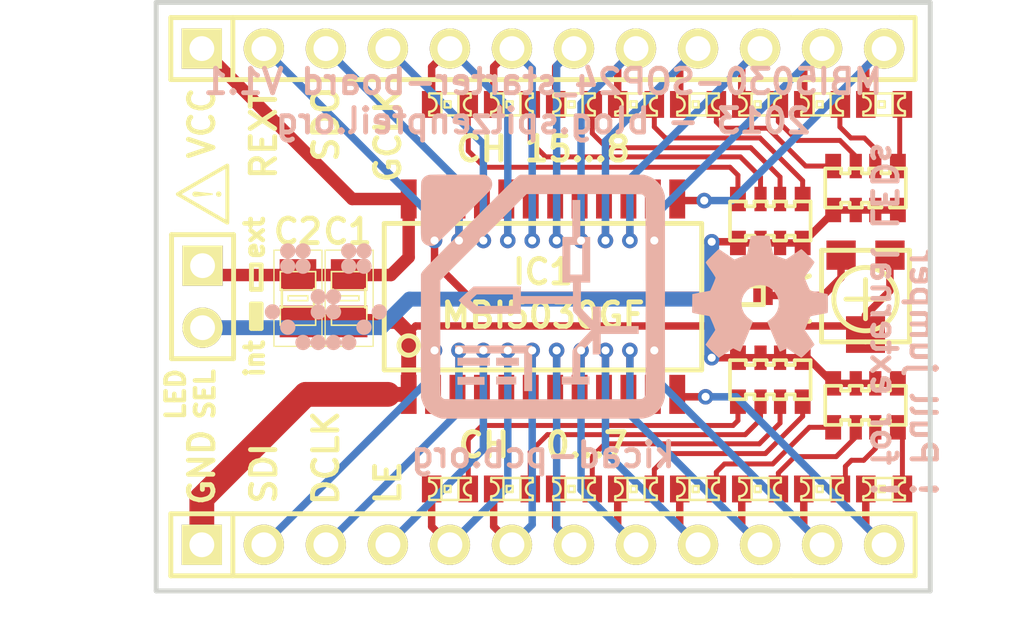
<source format=kicad_pcb>
(kicad_pcb (version 3) (host pcbnew "(2013-06-27 BZR 4227)-testing")

  (general
    (links 81)
    (no_connects 0)
    (area 133.104524 102.149999 177.283334 129.35)
    (thickness 1.6002)
    (drawings 35)
    (tracks 285)
    (zones 0)
    (modules 32)
    (nets 43)
  )

  (page A4)
  (title_block
    (title MBI5030-SOP24_starter-board)
    (date "5 apr 2013")
    (rev 1.1)
    (company "2013 - blog.spitzenpfeil.org")
  )

  (layers
    (15 Front signal)
    (0 Back signal)
    (19 F.Paste user)
    (20 B.SilkS user)
    (21 F.SilkS user)
    (22 B.Mask user)
    (23 F.Mask user)
    (25 Cmts.User user)
    (28 Edge.Cuts user)
  )

  (setup
    (last_trace_width 0.3048)
    (user_trace_width 0.1524)
    (user_trace_width 0.2032)
    (user_trace_width 0.3048)
    (user_trace_width 0.4064)
    (user_trace_width 0.6096)
    (trace_clearance 0.2032)
    (zone_clearance 0.2032)
    (zone_45_only no)
    (trace_min 0.1524)
    (segment_width 0.2)
    (edge_width 0.2)
    (via_size 0.635)
    (via_drill 0.3302)
    (via_min_size 0.635)
    (via_min_drill 0.3302)
    (uvia_size 0.508)
    (uvia_drill 0.127)
    (uvias_allowed no)
    (uvia_min_size 0.508)
    (uvia_min_drill 0.127)
    (pcb_text_width 0.2)
    (pcb_text_size 1 1)
    (mod_edge_width 0.2)
    (mod_text_size 1 1)
    (mod_text_width 0.2)
    (pad_size 1.524 1.524)
    (pad_drill 1.016)
    (pad_to_mask_clearance 0)
    (pad_to_paste_clearance -0.1)
    (aux_axis_origin 0 0)
    (visible_elements FFFFFFBF)
    (pcbplotparams
      (layerselection 318275585)
      (usegerberextensions true)
      (excludeedgelayer true)
      (linewidth 0.150000)
      (plotframeref false)
      (viasonmask false)
      (mode 1)
      (useauxorigin false)
      (hpglpennumber 1)
      (hpglpenspeed 20)
      (hpglpendiameter 15)
      (hpglpenoverlay 0)
      (psnegative false)
      (psa4output false)
      (plotreference true)
      (plotvalue true)
      (plotothertext true)
      (plotinvisibletext false)
      (padsonsilk false)
      (subtractmaskfromsilk true)
      (outputformat 1)
      (mirror false)
      (drillshape 0)
      (scaleselection 1)
      (outputdirectory gerber_files/))
  )

  (net 0 "")
  (net 1 /DCLK)
  (net 2 /GCLK)
  (net 3 /L1A)
  (net 4 /L1B)
  (net 5 /L2A)
  (net 6 /L2B)
  (net 7 /L3A)
  (net 8 /L3B)
  (net 9 /L4A)
  (net 10 /L4B)
  (net 11 /L5A)
  (net 12 /L5B)
  (net 13 /L6A)
  (net 14 /L6B)
  (net 15 /L7A)
  (net 16 /L7B)
  (net 17 /L8A)
  (net 18 /L8B)
  (net 19 /LE)
  (net 20 /OUT0)
  (net 21 /OUT1)
  (net 22 /OUT10)
  (net 23 /OUT11)
  (net 24 /OUT12)
  (net 25 /OUT13)
  (net 26 /OUT14)
  (net 27 /OUT15)
  (net 28 /OUT2)
  (net 29 /OUT3)
  (net 30 /OUT4)
  (net 31 /OUT5)
  (net 32 /OUT6)
  (net 33 /OUT7)
  (net 34 /OUT8)
  (net 35 /OUT9)
  (net 36 /R-EXT)
  (net 37 /SDI)
  (net 38 /SDO)
  (net 39 GND)
  (net 40 N-000001)
  (net 41 N-0000018)
  (net 42 VCC)

  (net_class Default "This is the default net class."
    (clearance 0.2032)
    (trace_width 0.3048)
    (via_dia 0.635)
    (via_drill 0.3302)
    (uvia_dia 0.508)
    (uvia_drill 0.127)
    (add_net "")
    (add_net /DCLK)
    (add_net /GCLK)
    (add_net /LE)
    (add_net /OUT0)
    (add_net /OUT1)
    (add_net /OUT10)
    (add_net /OUT11)
    (add_net /OUT12)
    (add_net /OUT13)
    (add_net /OUT14)
    (add_net /OUT15)
    (add_net /OUT2)
    (add_net /OUT3)
    (add_net /OUT4)
    (add_net /OUT5)
    (add_net /OUT6)
    (add_net /OUT7)
    (add_net /OUT8)
    (add_net /OUT9)
    (add_net /R-EXT)
    (add_net /SDI)
    (add_net /SDO)
    (add_net N-000001)
    (add_net N-0000018)
  )

  (net_class "Logic power" ""
    (clearance 0.2032)
    (trace_width 0.508)
    (via_dia 0.635)
    (via_drill 0.3302)
    (uvia_dia 0.508)
    (uvia_drill 0.127)
    (add_net VCC)
  )

  (net_class POWER ""
    (clearance 0.2032)
    (trace_width 1.016)
    (via_dia 0.635)
    (via_drill 0.3302)
    (uvia_dia 0.508)
    (uvia_drill 0.127)
    (add_net GND)
  )

  (net_class onboard-LEDs ""
    (clearance 0.1524)
    (trace_width 0.2032)
    (via_dia 0.635)
    (via_drill 0.3302)
    (uvia_dia 0.508)
    (uvia_drill 0.127)
    (add_net /L1A)
    (add_net /L1B)
    (add_net /L2A)
    (add_net /L2B)
    (add_net /L3A)
    (add_net /L3B)
    (add_net /L4A)
    (add_net /L4B)
    (add_net /L5A)
    (add_net /L5B)
    (add_net /L6A)
    (add_net /L6B)
    (add_net /L7A)
    (add_net /L7B)
    (add_net /L8A)
    (add_net /L8B)
  )

  (module MADW__CHIPLED-0603-tiny (layer Front) (tedit 5116C001) (tstamp 50FC688B)
    (at 156.21 106.426 180)
    (descr CHIPLED)
    (tags CHIPLED)
    (path /50FC38D6)
    (attr smd)
    (fp_text reference D14 (at 0 -1.55 180) (layer F.SilkS) hide
      (effects (font (size 1 1) (thickness 0.2)))
    )
    (fp_text value LED (at -0.01 1.63 180) (layer F.SilkS) hide
      (effects (font (size 1 1) (thickness 0.2)))
    )
    (fp_line (start -0.35144 0.44978) (end 0.34856 0.44978) (layer F.SilkS) (width 0.1))
    (fp_line (start 0.34856 -0.45022) (end -0.35144 -0.45022) (layer F.SilkS) (width 0.1))
    (fp_line (start 0.84856 -0.30022) (end 0.84856 -0.45022) (layer F.SilkS) (width 0.1))
    (fp_line (start 0.84856 -0.45022) (end 0.34856 -0.45022) (layer F.SilkS) (width 0.1))
    (fp_line (start 0.34856 -0.45022) (end 0.34856 0.44978) (layer F.SilkS) (width 0.1))
    (fp_line (start 0.34856 0.44978) (end 0.84856 0.44978) (layer F.SilkS) (width 0.1))
    (fp_line (start 0.84856 0.44978) (end 0.84856 0.29978) (layer F.SilkS) (width 0.1))
    (fp_line (start -0.85144 0.44978) (end -0.85144 0.27478) (layer F.SilkS) (width 0.1))
    (fp_line (start -0.85144 -0.45022) (end -0.85144 -0.27522) (layer F.SilkS) (width 0.1))
    (fp_line (start -0.85144 0.44978) (end -0.35144 0.44978) (layer F.SilkS) (width 0.1))
    (fp_line (start -0.35144 0.44978) (end -0.35144 -0.45022) (layer F.SilkS) (width 0.1))
    (fp_line (start -0.35144 -0.45022) (end -0.85144 -0.45022) (layer F.SilkS) (width 0.1))
    (fp_line (start -0.02644 -0.12468) (end -0.02644 0.12424) (layer F.SilkS) (width 0.1))
    (fp_line (start -0.02644 0.12424) (end 0.22248 0.12424) (layer F.SilkS) (width 0.1))
    (fp_line (start 0.22248 -0.12468) (end 0.22248 0.12424) (layer F.SilkS) (width 0.1))
    (fp_line (start -0.02644 -0.12468) (end 0.22248 -0.12468) (layer F.SilkS) (width 0.1))
    (fp_arc (start 0.84652 -0.00022) (end 0.84652 0.2995) (angle 180) (layer F.SilkS) (width 0.1))
    (fp_arc (start -0.8494 -0.00022) (end -0.8494 -0.27454) (angle 180) (layer F.SilkS) (width 0.1))
    (pad 1 smd rect (at -0.75074 -0.00022 180) (size 0.8 1.1)
      (layers Front F.Paste F.Mask)
      (net 14 /L6B)
    )
    (pad 2 smd rect (at 0.74786 -0.00022 180) (size 0.8 1.1)
      (layers Front F.Paste F.Mask)
      (net 25 /OUT13)
    )
  )

  (module MADW__CHIPLED-0603-tiny (layer Front) (tedit 5116C001) (tstamp 50FC6854)
    (at 158.75 106.426 180)
    (descr CHIPLED)
    (tags CHIPLED)
    (path /50FC38D0)
    (attr smd)
    (fp_text reference D13 (at 0 -1.55 180) (layer F.SilkS) hide
      (effects (font (size 1 1) (thickness 0.2)))
    )
    (fp_text value LED (at -0.01 1.63 180) (layer F.SilkS) hide
      (effects (font (size 1 1) (thickness 0.2)))
    )
    (fp_line (start -0.35144 0.44978) (end 0.34856 0.44978) (layer F.SilkS) (width 0.1))
    (fp_line (start 0.34856 -0.45022) (end -0.35144 -0.45022) (layer F.SilkS) (width 0.1))
    (fp_line (start 0.84856 -0.30022) (end 0.84856 -0.45022) (layer F.SilkS) (width 0.1))
    (fp_line (start 0.84856 -0.45022) (end 0.34856 -0.45022) (layer F.SilkS) (width 0.1))
    (fp_line (start 0.34856 -0.45022) (end 0.34856 0.44978) (layer F.SilkS) (width 0.1))
    (fp_line (start 0.34856 0.44978) (end 0.84856 0.44978) (layer F.SilkS) (width 0.1))
    (fp_line (start 0.84856 0.44978) (end 0.84856 0.29978) (layer F.SilkS) (width 0.1))
    (fp_line (start -0.85144 0.44978) (end -0.85144 0.27478) (layer F.SilkS) (width 0.1))
    (fp_line (start -0.85144 -0.45022) (end -0.85144 -0.27522) (layer F.SilkS) (width 0.1))
    (fp_line (start -0.85144 0.44978) (end -0.35144 0.44978) (layer F.SilkS) (width 0.1))
    (fp_line (start -0.35144 0.44978) (end -0.35144 -0.45022) (layer F.SilkS) (width 0.1))
    (fp_line (start -0.35144 -0.45022) (end -0.85144 -0.45022) (layer F.SilkS) (width 0.1))
    (fp_line (start -0.02644 -0.12468) (end -0.02644 0.12424) (layer F.SilkS) (width 0.1))
    (fp_line (start -0.02644 0.12424) (end 0.22248 0.12424) (layer F.SilkS) (width 0.1))
    (fp_line (start 0.22248 -0.12468) (end 0.22248 0.12424) (layer F.SilkS) (width 0.1))
    (fp_line (start -0.02644 -0.12468) (end 0.22248 -0.12468) (layer F.SilkS) (width 0.1))
    (fp_arc (start 0.84652 -0.00022) (end 0.84652 0.2995) (angle 180) (layer F.SilkS) (width 0.1))
    (fp_arc (start -0.8494 -0.00022) (end -0.8494 -0.27454) (angle 180) (layer F.SilkS) (width 0.1))
    (pad 1 smd rect (at -0.75074 -0.00022 180) (size 0.8 1.1)
      (layers Front F.Paste F.Mask)
      (net 12 /L5B)
    )
    (pad 2 smd rect (at 0.74786 -0.00022 180) (size 0.8 1.1)
      (layers Front F.Paste F.Mask)
      (net 24 /OUT12)
    )
  )

  (module MADW__CHIPLED-0603-tiny (layer Front) (tedit 5116C001) (tstamp 50FCA408)
    (at 153.67 106.426 180)
    (descr CHIPLED)
    (tags CHIPLED)
    (path /50FC38C4)
    (attr smd)
    (fp_text reference D15 (at 0 -1.55 180) (layer F.SilkS) hide
      (effects (font (size 1 1) (thickness 0.2)))
    )
    (fp_text value LED (at -0.01 1.63 180) (layer F.SilkS) hide
      (effects (font (size 1 1) (thickness 0.2)))
    )
    (fp_line (start -0.35144 0.44978) (end 0.34856 0.44978) (layer F.SilkS) (width 0.1))
    (fp_line (start 0.34856 -0.45022) (end -0.35144 -0.45022) (layer F.SilkS) (width 0.1))
    (fp_line (start 0.84856 -0.30022) (end 0.84856 -0.45022) (layer F.SilkS) (width 0.1))
    (fp_line (start 0.84856 -0.45022) (end 0.34856 -0.45022) (layer F.SilkS) (width 0.1))
    (fp_line (start 0.34856 -0.45022) (end 0.34856 0.44978) (layer F.SilkS) (width 0.1))
    (fp_line (start 0.34856 0.44978) (end 0.84856 0.44978) (layer F.SilkS) (width 0.1))
    (fp_line (start 0.84856 0.44978) (end 0.84856 0.29978) (layer F.SilkS) (width 0.1))
    (fp_line (start -0.85144 0.44978) (end -0.85144 0.27478) (layer F.SilkS) (width 0.1))
    (fp_line (start -0.85144 -0.45022) (end -0.85144 -0.27522) (layer F.SilkS) (width 0.1))
    (fp_line (start -0.85144 0.44978) (end -0.35144 0.44978) (layer F.SilkS) (width 0.1))
    (fp_line (start -0.35144 0.44978) (end -0.35144 -0.45022) (layer F.SilkS) (width 0.1))
    (fp_line (start -0.35144 -0.45022) (end -0.85144 -0.45022) (layer F.SilkS) (width 0.1))
    (fp_line (start -0.02644 -0.12468) (end -0.02644 0.12424) (layer F.SilkS) (width 0.1))
    (fp_line (start -0.02644 0.12424) (end 0.22248 0.12424) (layer F.SilkS) (width 0.1))
    (fp_line (start 0.22248 -0.12468) (end 0.22248 0.12424) (layer F.SilkS) (width 0.1))
    (fp_line (start -0.02644 -0.12468) (end 0.22248 -0.12468) (layer F.SilkS) (width 0.1))
    (fp_arc (start 0.84652 -0.00022) (end 0.84652 0.2995) (angle 180) (layer F.SilkS) (width 0.1))
    (fp_arc (start -0.8494 -0.00022) (end -0.8494 -0.27454) (angle 180) (layer F.SilkS) (width 0.1))
    (pad 1 smd rect (at -0.75074 -0.00022 180) (size 0.8 1.1)
      (layers Front F.Paste F.Mask)
      (net 16 /L7B)
    )
    (pad 2 smd rect (at 0.74786 -0.00022 180) (size 0.8 1.1)
      (layers Front F.Paste F.Mask)
      (net 26 /OUT14)
    )
  )

  (module MADW__CHIPLED-0603-tiny (layer Front) (tedit 5116C001) (tstamp 50FC67AF)
    (at 161.29 106.426 180)
    (descr CHIPLED)
    (tags CHIPLED)
    (path /50FC38BE)
    (attr smd)
    (fp_text reference D12 (at 0 -1.55 180) (layer F.SilkS) hide
      (effects (font (size 1 1) (thickness 0.2)))
    )
    (fp_text value LED (at -0.01 1.63 180) (layer F.SilkS) hide
      (effects (font (size 1 1) (thickness 0.2)))
    )
    (fp_line (start -0.35144 0.44978) (end 0.34856 0.44978) (layer F.SilkS) (width 0.1))
    (fp_line (start 0.34856 -0.45022) (end -0.35144 -0.45022) (layer F.SilkS) (width 0.1))
    (fp_line (start 0.84856 -0.30022) (end 0.84856 -0.45022) (layer F.SilkS) (width 0.1))
    (fp_line (start 0.84856 -0.45022) (end 0.34856 -0.45022) (layer F.SilkS) (width 0.1))
    (fp_line (start 0.34856 -0.45022) (end 0.34856 0.44978) (layer F.SilkS) (width 0.1))
    (fp_line (start 0.34856 0.44978) (end 0.84856 0.44978) (layer F.SilkS) (width 0.1))
    (fp_line (start 0.84856 0.44978) (end 0.84856 0.29978) (layer F.SilkS) (width 0.1))
    (fp_line (start -0.85144 0.44978) (end -0.85144 0.27478) (layer F.SilkS) (width 0.1))
    (fp_line (start -0.85144 -0.45022) (end -0.85144 -0.27522) (layer F.SilkS) (width 0.1))
    (fp_line (start -0.85144 0.44978) (end -0.35144 0.44978) (layer F.SilkS) (width 0.1))
    (fp_line (start -0.35144 0.44978) (end -0.35144 -0.45022) (layer F.SilkS) (width 0.1))
    (fp_line (start -0.35144 -0.45022) (end -0.85144 -0.45022) (layer F.SilkS) (width 0.1))
    (fp_line (start -0.02644 -0.12468) (end -0.02644 0.12424) (layer F.SilkS) (width 0.1))
    (fp_line (start -0.02644 0.12424) (end 0.22248 0.12424) (layer F.SilkS) (width 0.1))
    (fp_line (start 0.22248 -0.12468) (end 0.22248 0.12424) (layer F.SilkS) (width 0.1))
    (fp_line (start -0.02644 -0.12468) (end 0.22248 -0.12468) (layer F.SilkS) (width 0.1))
    (fp_arc (start 0.84652 -0.00022) (end 0.84652 0.2995) (angle 180) (layer F.SilkS) (width 0.1))
    (fp_arc (start -0.8494 -0.00022) (end -0.8494 -0.27454) (angle 180) (layer F.SilkS) (width 0.1))
    (pad 1 smd rect (at -0.75074 -0.00022 180) (size 0.8 1.1)
      (layers Front F.Paste F.Mask)
      (net 10 /L4B)
    )
    (pad 2 smd rect (at 0.74786 -0.00022 180) (size 0.8 1.1)
      (layers Front F.Paste F.Mask)
      (net 23 /OUT11)
    )
  )

  (module MADW__CHIPLED-0603-tiny (layer Front) (tedit 5116C001) (tstamp 50FC6778)
    (at 163.83 106.426 180)
    (descr CHIPLED)
    (tags CHIPLED)
    (path /50FC38B8)
    (attr smd)
    (fp_text reference D11 (at 0 -1.55 180) (layer F.SilkS) hide
      (effects (font (size 1 1) (thickness 0.2)))
    )
    (fp_text value LED (at -0.01 1.63 180) (layer F.SilkS) hide
      (effects (font (size 1 1) (thickness 0.2)))
    )
    (fp_line (start -0.35144 0.44978) (end 0.34856 0.44978) (layer F.SilkS) (width 0.1))
    (fp_line (start 0.34856 -0.45022) (end -0.35144 -0.45022) (layer F.SilkS) (width 0.1))
    (fp_line (start 0.84856 -0.30022) (end 0.84856 -0.45022) (layer F.SilkS) (width 0.1))
    (fp_line (start 0.84856 -0.45022) (end 0.34856 -0.45022) (layer F.SilkS) (width 0.1))
    (fp_line (start 0.34856 -0.45022) (end 0.34856 0.44978) (layer F.SilkS) (width 0.1))
    (fp_line (start 0.34856 0.44978) (end 0.84856 0.44978) (layer F.SilkS) (width 0.1))
    (fp_line (start 0.84856 0.44978) (end 0.84856 0.29978) (layer F.SilkS) (width 0.1))
    (fp_line (start -0.85144 0.44978) (end -0.85144 0.27478) (layer F.SilkS) (width 0.1))
    (fp_line (start -0.85144 -0.45022) (end -0.85144 -0.27522) (layer F.SilkS) (width 0.1))
    (fp_line (start -0.85144 0.44978) (end -0.35144 0.44978) (layer F.SilkS) (width 0.1))
    (fp_line (start -0.35144 0.44978) (end -0.35144 -0.45022) (layer F.SilkS) (width 0.1))
    (fp_line (start -0.35144 -0.45022) (end -0.85144 -0.45022) (layer F.SilkS) (width 0.1))
    (fp_line (start -0.02644 -0.12468) (end -0.02644 0.12424) (layer F.SilkS) (width 0.1))
    (fp_line (start -0.02644 0.12424) (end 0.22248 0.12424) (layer F.SilkS) (width 0.1))
    (fp_line (start 0.22248 -0.12468) (end 0.22248 0.12424) (layer F.SilkS) (width 0.1))
    (fp_line (start -0.02644 -0.12468) (end 0.22248 -0.12468) (layer F.SilkS) (width 0.1))
    (fp_arc (start 0.84652 -0.00022) (end 0.84652 0.2995) (angle 180) (layer F.SilkS) (width 0.1))
    (fp_arc (start -0.8494 -0.00022) (end -0.8494 -0.27454) (angle 180) (layer F.SilkS) (width 0.1))
    (pad 1 smd rect (at -0.75074 -0.00022 180) (size 0.8 1.1)
      (layers Front F.Paste F.Mask)
      (net 8 /L3B)
    )
    (pad 2 smd rect (at 0.74786 -0.00022 180) (size 0.8 1.1)
      (layers Front F.Paste F.Mask)
      (net 22 /OUT10)
    )
  )

  (module MADW__CHIPLED-0603-tiny (layer Front) (tedit 5116C001) (tstamp 50FC6741)
    (at 166.37 106.426 180)
    (descr CHIPLED)
    (tags CHIPLED)
    (path /50FC38B2)
    (attr smd)
    (fp_text reference D10 (at 0 -1.55 180) (layer F.SilkS) hide
      (effects (font (size 1 1) (thickness 0.2)))
    )
    (fp_text value LED (at -0.01 1.63 180) (layer F.SilkS) hide
      (effects (font (size 1 1) (thickness 0.2)))
    )
    (fp_line (start -0.35144 0.44978) (end 0.34856 0.44978) (layer F.SilkS) (width 0.1))
    (fp_line (start 0.34856 -0.45022) (end -0.35144 -0.45022) (layer F.SilkS) (width 0.1))
    (fp_line (start 0.84856 -0.30022) (end 0.84856 -0.45022) (layer F.SilkS) (width 0.1))
    (fp_line (start 0.84856 -0.45022) (end 0.34856 -0.45022) (layer F.SilkS) (width 0.1))
    (fp_line (start 0.34856 -0.45022) (end 0.34856 0.44978) (layer F.SilkS) (width 0.1))
    (fp_line (start 0.34856 0.44978) (end 0.84856 0.44978) (layer F.SilkS) (width 0.1))
    (fp_line (start 0.84856 0.44978) (end 0.84856 0.29978) (layer F.SilkS) (width 0.1))
    (fp_line (start -0.85144 0.44978) (end -0.85144 0.27478) (layer F.SilkS) (width 0.1))
    (fp_line (start -0.85144 -0.45022) (end -0.85144 -0.27522) (layer F.SilkS) (width 0.1))
    (fp_line (start -0.85144 0.44978) (end -0.35144 0.44978) (layer F.SilkS) (width 0.1))
    (fp_line (start -0.35144 0.44978) (end -0.35144 -0.45022) (layer F.SilkS) (width 0.1))
    (fp_line (start -0.35144 -0.45022) (end -0.85144 -0.45022) (layer F.SilkS) (width 0.1))
    (fp_line (start -0.02644 -0.12468) (end -0.02644 0.12424) (layer F.SilkS) (width 0.1))
    (fp_line (start -0.02644 0.12424) (end 0.22248 0.12424) (layer F.SilkS) (width 0.1))
    (fp_line (start 0.22248 -0.12468) (end 0.22248 0.12424) (layer F.SilkS) (width 0.1))
    (fp_line (start -0.02644 -0.12468) (end 0.22248 -0.12468) (layer F.SilkS) (width 0.1))
    (fp_arc (start 0.84652 -0.00022) (end 0.84652 0.2995) (angle 180) (layer F.SilkS) (width 0.1))
    (fp_arc (start -0.8494 -0.00022) (end -0.8494 -0.27454) (angle 180) (layer F.SilkS) (width 0.1))
    (pad 1 smd rect (at -0.75074 -0.00022 180) (size 0.8 1.1)
      (layers Front F.Paste F.Mask)
      (net 6 /L2B)
    )
    (pad 2 smd rect (at 0.74786 -0.00022 180) (size 0.8 1.1)
      (layers Front F.Paste F.Mask)
      (net 35 /OUT9)
    )
  )

  (module MADW__CHIPLED-0603-tiny (layer Front) (tedit 5116C001) (tstamp 50FC670A)
    (at 168.91 106.426 180)
    (descr CHIPLED)
    (tags CHIPLED)
    (path /50FC38AC)
    (attr smd)
    (fp_text reference D9 (at 0 -1.55 180) (layer F.SilkS) hide
      (effects (font (size 1 1) (thickness 0.2)))
    )
    (fp_text value LED (at -0.01 1.63 180) (layer F.SilkS) hide
      (effects (font (size 1 1) (thickness 0.2)))
    )
    (fp_line (start -0.35144 0.44978) (end 0.34856 0.44978) (layer F.SilkS) (width 0.1))
    (fp_line (start 0.34856 -0.45022) (end -0.35144 -0.45022) (layer F.SilkS) (width 0.1))
    (fp_line (start 0.84856 -0.30022) (end 0.84856 -0.45022) (layer F.SilkS) (width 0.1))
    (fp_line (start 0.84856 -0.45022) (end 0.34856 -0.45022) (layer F.SilkS) (width 0.1))
    (fp_line (start 0.34856 -0.45022) (end 0.34856 0.44978) (layer F.SilkS) (width 0.1))
    (fp_line (start 0.34856 0.44978) (end 0.84856 0.44978) (layer F.SilkS) (width 0.1))
    (fp_line (start 0.84856 0.44978) (end 0.84856 0.29978) (layer F.SilkS) (width 0.1))
    (fp_line (start -0.85144 0.44978) (end -0.85144 0.27478) (layer F.SilkS) (width 0.1))
    (fp_line (start -0.85144 -0.45022) (end -0.85144 -0.27522) (layer F.SilkS) (width 0.1))
    (fp_line (start -0.85144 0.44978) (end -0.35144 0.44978) (layer F.SilkS) (width 0.1))
    (fp_line (start -0.35144 0.44978) (end -0.35144 -0.45022) (layer F.SilkS) (width 0.1))
    (fp_line (start -0.35144 -0.45022) (end -0.85144 -0.45022) (layer F.SilkS) (width 0.1))
    (fp_line (start -0.02644 -0.12468) (end -0.02644 0.12424) (layer F.SilkS) (width 0.1))
    (fp_line (start -0.02644 0.12424) (end 0.22248 0.12424) (layer F.SilkS) (width 0.1))
    (fp_line (start 0.22248 -0.12468) (end 0.22248 0.12424) (layer F.SilkS) (width 0.1))
    (fp_line (start -0.02644 -0.12468) (end 0.22248 -0.12468) (layer F.SilkS) (width 0.1))
    (fp_arc (start 0.84652 -0.00022) (end 0.84652 0.2995) (angle 180) (layer F.SilkS) (width 0.1))
    (fp_arc (start -0.8494 -0.00022) (end -0.8494 -0.27454) (angle 180) (layer F.SilkS) (width 0.1))
    (pad 1 smd rect (at -0.75074 -0.00022 180) (size 0.8 1.1)
      (layers Front F.Paste F.Mask)
      (net 4 /L1B)
    )
    (pad 2 smd rect (at 0.74786 -0.00022 180) (size 0.8 1.1)
      (layers Front F.Paste F.Mask)
      (net 34 /OUT8)
    )
  )

  (module MADW__CHIPLED-0603-tiny (layer Front) (tedit 5116C001) (tstamp 50FC66D3)
    (at 168.91 122.174 180)
    (descr CHIPLED)
    (tags CHIPLED)
    (path /50FC33E5)
    (attr smd)
    (fp_text reference D8 (at 0 -1.55 180) (layer F.SilkS) hide
      (effects (font (size 1 1) (thickness 0.2)))
    )
    (fp_text value LED (at -0.01 1.63 180) (layer F.SilkS) hide
      (effects (font (size 1 1) (thickness 0.2)))
    )
    (fp_line (start -0.35144 0.44978) (end 0.34856 0.44978) (layer F.SilkS) (width 0.1))
    (fp_line (start 0.34856 -0.45022) (end -0.35144 -0.45022) (layer F.SilkS) (width 0.1))
    (fp_line (start 0.84856 -0.30022) (end 0.84856 -0.45022) (layer F.SilkS) (width 0.1))
    (fp_line (start 0.84856 -0.45022) (end 0.34856 -0.45022) (layer F.SilkS) (width 0.1))
    (fp_line (start 0.34856 -0.45022) (end 0.34856 0.44978) (layer F.SilkS) (width 0.1))
    (fp_line (start 0.34856 0.44978) (end 0.84856 0.44978) (layer F.SilkS) (width 0.1))
    (fp_line (start 0.84856 0.44978) (end 0.84856 0.29978) (layer F.SilkS) (width 0.1))
    (fp_line (start -0.85144 0.44978) (end -0.85144 0.27478) (layer F.SilkS) (width 0.1))
    (fp_line (start -0.85144 -0.45022) (end -0.85144 -0.27522) (layer F.SilkS) (width 0.1))
    (fp_line (start -0.85144 0.44978) (end -0.35144 0.44978) (layer F.SilkS) (width 0.1))
    (fp_line (start -0.35144 0.44978) (end -0.35144 -0.45022) (layer F.SilkS) (width 0.1))
    (fp_line (start -0.35144 -0.45022) (end -0.85144 -0.45022) (layer F.SilkS) (width 0.1))
    (fp_line (start -0.02644 -0.12468) (end -0.02644 0.12424) (layer F.SilkS) (width 0.1))
    (fp_line (start -0.02644 0.12424) (end 0.22248 0.12424) (layer F.SilkS) (width 0.1))
    (fp_line (start 0.22248 -0.12468) (end 0.22248 0.12424) (layer F.SilkS) (width 0.1))
    (fp_line (start -0.02644 -0.12468) (end 0.22248 -0.12468) (layer F.SilkS) (width 0.1))
    (fp_arc (start 0.84652 -0.00022) (end 0.84652 0.2995) (angle 180) (layer F.SilkS) (width 0.1))
    (fp_arc (start -0.8494 -0.00022) (end -0.8494 -0.27454) (angle 180) (layer F.SilkS) (width 0.1))
    (pad 1 smd rect (at -0.75074 -0.00022 180) (size 0.8 1.1)
      (layers Front F.Paste F.Mask)
      (net 17 /L8A)
    )
    (pad 2 smd rect (at 0.74786 -0.00022 180) (size 0.8 1.1)
      (layers Front F.Paste F.Mask)
      (net 33 /OUT7)
    )
  )

  (module MADW__CHIPLED-0603-tiny (layer Front) (tedit 5116C001) (tstamp 50FC40DE)
    (at 151.13 122.174 180)
    (descr CHIPLED)
    (tags CHIPLED)
    (path /50FC3340)
    (attr smd)
    (fp_text reference D1 (at 0 -1.55 180) (layer F.SilkS) hide
      (effects (font (size 1 1) (thickness 0.2)))
    )
    (fp_text value LED (at -0.01 1.63 180) (layer F.SilkS) hide
      (effects (font (size 1 1) (thickness 0.2)))
    )
    (fp_line (start -0.35144 0.44978) (end 0.34856 0.44978) (layer F.SilkS) (width 0.1))
    (fp_line (start 0.34856 -0.45022) (end -0.35144 -0.45022) (layer F.SilkS) (width 0.1))
    (fp_line (start 0.84856 -0.30022) (end 0.84856 -0.45022) (layer F.SilkS) (width 0.1))
    (fp_line (start 0.84856 -0.45022) (end 0.34856 -0.45022) (layer F.SilkS) (width 0.1))
    (fp_line (start 0.34856 -0.45022) (end 0.34856 0.44978) (layer F.SilkS) (width 0.1))
    (fp_line (start 0.34856 0.44978) (end 0.84856 0.44978) (layer F.SilkS) (width 0.1))
    (fp_line (start 0.84856 0.44978) (end 0.84856 0.29978) (layer F.SilkS) (width 0.1))
    (fp_line (start -0.85144 0.44978) (end -0.85144 0.27478) (layer F.SilkS) (width 0.1))
    (fp_line (start -0.85144 -0.45022) (end -0.85144 -0.27522) (layer F.SilkS) (width 0.1))
    (fp_line (start -0.85144 0.44978) (end -0.35144 0.44978) (layer F.SilkS) (width 0.1))
    (fp_line (start -0.35144 0.44978) (end -0.35144 -0.45022) (layer F.SilkS) (width 0.1))
    (fp_line (start -0.35144 -0.45022) (end -0.85144 -0.45022) (layer F.SilkS) (width 0.1))
    (fp_line (start -0.02644 -0.12468) (end -0.02644 0.12424) (layer F.SilkS) (width 0.1))
    (fp_line (start -0.02644 0.12424) (end 0.22248 0.12424) (layer F.SilkS) (width 0.1))
    (fp_line (start 0.22248 -0.12468) (end 0.22248 0.12424) (layer F.SilkS) (width 0.1))
    (fp_line (start -0.02644 -0.12468) (end 0.22248 -0.12468) (layer F.SilkS) (width 0.1))
    (fp_arc (start 0.84652 -0.00022) (end 0.84652 0.2995) (angle 180) (layer F.SilkS) (width 0.1))
    (fp_arc (start -0.8494 -0.00022) (end -0.8494 -0.27454) (angle 180) (layer F.SilkS) (width 0.1))
    (pad 1 smd rect (at -0.75074 -0.00022 180) (size 0.8 1.1)
      (layers Front F.Paste F.Mask)
      (net 3 /L1A)
    )
    (pad 2 smd rect (at 0.74786 -0.00022 180) (size 0.8 1.1)
      (layers Front F.Paste F.Mask)
      (net 20 /OUT0)
    )
  )

  (module MADW__CHIPLED-0603-tiny (layer Front) (tedit 5116C001) (tstamp 50FC40A7)
    (at 153.67 122.174 180)
    (descr CHIPLED)
    (tags CHIPLED)
    (path /50FC334F)
    (attr smd)
    (fp_text reference D2 (at 0 -1.55 180) (layer F.SilkS) hide
      (effects (font (size 1 1) (thickness 0.2)))
    )
    (fp_text value LED (at -0.01 1.63 180) (layer F.SilkS) hide
      (effects (font (size 1 1) (thickness 0.2)))
    )
    (fp_line (start -0.35144 0.44978) (end 0.34856 0.44978) (layer F.SilkS) (width 0.1))
    (fp_line (start 0.34856 -0.45022) (end -0.35144 -0.45022) (layer F.SilkS) (width 0.1))
    (fp_line (start 0.84856 -0.30022) (end 0.84856 -0.45022) (layer F.SilkS) (width 0.1))
    (fp_line (start 0.84856 -0.45022) (end 0.34856 -0.45022) (layer F.SilkS) (width 0.1))
    (fp_line (start 0.34856 -0.45022) (end 0.34856 0.44978) (layer F.SilkS) (width 0.1))
    (fp_line (start 0.34856 0.44978) (end 0.84856 0.44978) (layer F.SilkS) (width 0.1))
    (fp_line (start 0.84856 0.44978) (end 0.84856 0.29978) (layer F.SilkS) (width 0.1))
    (fp_line (start -0.85144 0.44978) (end -0.85144 0.27478) (layer F.SilkS) (width 0.1))
    (fp_line (start -0.85144 -0.45022) (end -0.85144 -0.27522) (layer F.SilkS) (width 0.1))
    (fp_line (start -0.85144 0.44978) (end -0.35144 0.44978) (layer F.SilkS) (width 0.1))
    (fp_line (start -0.35144 0.44978) (end -0.35144 -0.45022) (layer F.SilkS) (width 0.1))
    (fp_line (start -0.35144 -0.45022) (end -0.85144 -0.45022) (layer F.SilkS) (width 0.1))
    (fp_line (start -0.02644 -0.12468) (end -0.02644 0.12424) (layer F.SilkS) (width 0.1))
    (fp_line (start -0.02644 0.12424) (end 0.22248 0.12424) (layer F.SilkS) (width 0.1))
    (fp_line (start 0.22248 -0.12468) (end 0.22248 0.12424) (layer F.SilkS) (width 0.1))
    (fp_line (start -0.02644 -0.12468) (end 0.22248 -0.12468) (layer F.SilkS) (width 0.1))
    (fp_arc (start 0.84652 -0.00022) (end 0.84652 0.2995) (angle 180) (layer F.SilkS) (width 0.1))
    (fp_arc (start -0.8494 -0.00022) (end -0.8494 -0.27454) (angle 180) (layer F.SilkS) (width 0.1))
    (pad 1 smd rect (at -0.75074 -0.00022 180) (size 0.8 1.1)
      (layers Front F.Paste F.Mask)
      (net 5 /L2A)
    )
    (pad 2 smd rect (at 0.74786 -0.00022 180) (size 0.8 1.1)
      (layers Front F.Paste F.Mask)
      (net 21 /OUT1)
    )
  )

  (module MADW__CHIPLED-0603-tiny (layer Front) (tedit 5116C001) (tstamp 50FC4070)
    (at 156.21 122.174 180)
    (descr CHIPLED)
    (tags CHIPLED)
    (path /50FC33C2)
    (attr smd)
    (fp_text reference D3 (at 0 -1.55 180) (layer F.SilkS) hide
      (effects (font (size 1 1) (thickness 0.2)))
    )
    (fp_text value LED (at -0.01 1.63 180) (layer F.SilkS) hide
      (effects (font (size 1 1) (thickness 0.2)))
    )
    (fp_line (start -0.35144 0.44978) (end 0.34856 0.44978) (layer F.SilkS) (width 0.1))
    (fp_line (start 0.34856 -0.45022) (end -0.35144 -0.45022) (layer F.SilkS) (width 0.1))
    (fp_line (start 0.84856 -0.30022) (end 0.84856 -0.45022) (layer F.SilkS) (width 0.1))
    (fp_line (start 0.84856 -0.45022) (end 0.34856 -0.45022) (layer F.SilkS) (width 0.1))
    (fp_line (start 0.34856 -0.45022) (end 0.34856 0.44978) (layer F.SilkS) (width 0.1))
    (fp_line (start 0.34856 0.44978) (end 0.84856 0.44978) (layer F.SilkS) (width 0.1))
    (fp_line (start 0.84856 0.44978) (end 0.84856 0.29978) (layer F.SilkS) (width 0.1))
    (fp_line (start -0.85144 0.44978) (end -0.85144 0.27478) (layer F.SilkS) (width 0.1))
    (fp_line (start -0.85144 -0.45022) (end -0.85144 -0.27522) (layer F.SilkS) (width 0.1))
    (fp_line (start -0.85144 0.44978) (end -0.35144 0.44978) (layer F.SilkS) (width 0.1))
    (fp_line (start -0.35144 0.44978) (end -0.35144 -0.45022) (layer F.SilkS) (width 0.1))
    (fp_line (start -0.35144 -0.45022) (end -0.85144 -0.45022) (layer F.SilkS) (width 0.1))
    (fp_line (start -0.02644 -0.12468) (end -0.02644 0.12424) (layer F.SilkS) (width 0.1))
    (fp_line (start -0.02644 0.12424) (end 0.22248 0.12424) (layer F.SilkS) (width 0.1))
    (fp_line (start 0.22248 -0.12468) (end 0.22248 0.12424) (layer F.SilkS) (width 0.1))
    (fp_line (start -0.02644 -0.12468) (end 0.22248 -0.12468) (layer F.SilkS) (width 0.1))
    (fp_arc (start 0.84652 -0.00022) (end 0.84652 0.2995) (angle 180) (layer F.SilkS) (width 0.1))
    (fp_arc (start -0.8494 -0.00022) (end -0.8494 -0.27454) (angle 180) (layer F.SilkS) (width 0.1))
    (pad 1 smd rect (at -0.75074 -0.00022 180) (size 0.8 1.1)
      (layers Front F.Paste F.Mask)
      (net 7 /L3A)
    )
    (pad 2 smd rect (at 0.74786 -0.00022 180) (size 0.8 1.1)
      (layers Front F.Paste F.Mask)
      (net 28 /OUT2)
    )
  )

  (module MADW__CHIPLED-0603-tiny (layer Front) (tedit 5116C001) (tstamp 50FC4039)
    (at 158.75 122.174 180)
    (descr CHIPLED)
    (tags CHIPLED)
    (path /50FC33D9)
    (attr smd)
    (fp_text reference D4 (at 0 -1.55 180) (layer F.SilkS) hide
      (effects (font (size 1 1) (thickness 0.2)))
    )
    (fp_text value LED (at -0.01 1.63 180) (layer F.SilkS) hide
      (effects (font (size 1 1) (thickness 0.2)))
    )
    (fp_line (start -0.35144 0.44978) (end 0.34856 0.44978) (layer F.SilkS) (width 0.1))
    (fp_line (start 0.34856 -0.45022) (end -0.35144 -0.45022) (layer F.SilkS) (width 0.1))
    (fp_line (start 0.84856 -0.30022) (end 0.84856 -0.45022) (layer F.SilkS) (width 0.1))
    (fp_line (start 0.84856 -0.45022) (end 0.34856 -0.45022) (layer F.SilkS) (width 0.1))
    (fp_line (start 0.34856 -0.45022) (end 0.34856 0.44978) (layer F.SilkS) (width 0.1))
    (fp_line (start 0.34856 0.44978) (end 0.84856 0.44978) (layer F.SilkS) (width 0.1))
    (fp_line (start 0.84856 0.44978) (end 0.84856 0.29978) (layer F.SilkS) (width 0.1))
    (fp_line (start -0.85144 0.44978) (end -0.85144 0.27478) (layer F.SilkS) (width 0.1))
    (fp_line (start -0.85144 -0.45022) (end -0.85144 -0.27522) (layer F.SilkS) (width 0.1))
    (fp_line (start -0.85144 0.44978) (end -0.35144 0.44978) (layer F.SilkS) (width 0.1))
    (fp_line (start -0.35144 0.44978) (end -0.35144 -0.45022) (layer F.SilkS) (width 0.1))
    (fp_line (start -0.35144 -0.45022) (end -0.85144 -0.45022) (layer F.SilkS) (width 0.1))
    (fp_line (start -0.02644 -0.12468) (end -0.02644 0.12424) (layer F.SilkS) (width 0.1))
    (fp_line (start -0.02644 0.12424) (end 0.22248 0.12424) (layer F.SilkS) (width 0.1))
    (fp_line (start 0.22248 -0.12468) (end 0.22248 0.12424) (layer F.SilkS) (width 0.1))
    (fp_line (start -0.02644 -0.12468) (end 0.22248 -0.12468) (layer F.SilkS) (width 0.1))
    (fp_arc (start 0.84652 -0.00022) (end 0.84652 0.2995) (angle 180) (layer F.SilkS) (width 0.1))
    (fp_arc (start -0.8494 -0.00022) (end -0.8494 -0.27454) (angle 180) (layer F.SilkS) (width 0.1))
    (pad 1 smd rect (at -0.75074 -0.00022 180) (size 0.8 1.1)
      (layers Front F.Paste F.Mask)
      (net 9 /L4A)
    )
    (pad 2 smd rect (at 0.74786 -0.00022 180) (size 0.8 1.1)
      (layers Front F.Paste F.Mask)
      (net 29 /OUT3)
    )
  )

  (module MADW__CHIPLED-0603-tiny (layer Front) (tedit 5116C001) (tstamp 50FC4002)
    (at 166.37 122.174 180)
    (descr CHIPLED)
    (tags CHIPLED)
    (path /50FC33DF)
    (attr smd)
    (fp_text reference D7 (at 0 -1.55 180) (layer F.SilkS) hide
      (effects (font (size 1 1) (thickness 0.2)))
    )
    (fp_text value LED (at -0.01 1.63 180) (layer F.SilkS) hide
      (effects (font (size 1 1) (thickness 0.2)))
    )
    (fp_line (start -0.35144 0.44978) (end 0.34856 0.44978) (layer F.SilkS) (width 0.1))
    (fp_line (start 0.34856 -0.45022) (end -0.35144 -0.45022) (layer F.SilkS) (width 0.1))
    (fp_line (start 0.84856 -0.30022) (end 0.84856 -0.45022) (layer F.SilkS) (width 0.1))
    (fp_line (start 0.84856 -0.45022) (end 0.34856 -0.45022) (layer F.SilkS) (width 0.1))
    (fp_line (start 0.34856 -0.45022) (end 0.34856 0.44978) (layer F.SilkS) (width 0.1))
    (fp_line (start 0.34856 0.44978) (end 0.84856 0.44978) (layer F.SilkS) (width 0.1))
    (fp_line (start 0.84856 0.44978) (end 0.84856 0.29978) (layer F.SilkS) (width 0.1))
    (fp_line (start -0.85144 0.44978) (end -0.85144 0.27478) (layer F.SilkS) (width 0.1))
    (fp_line (start -0.85144 -0.45022) (end -0.85144 -0.27522) (layer F.SilkS) (width 0.1))
    (fp_line (start -0.85144 0.44978) (end -0.35144 0.44978) (layer F.SilkS) (width 0.1))
    (fp_line (start -0.35144 0.44978) (end -0.35144 -0.45022) (layer F.SilkS) (width 0.1))
    (fp_line (start -0.35144 -0.45022) (end -0.85144 -0.45022) (layer F.SilkS) (width 0.1))
    (fp_line (start -0.02644 -0.12468) (end -0.02644 0.12424) (layer F.SilkS) (width 0.1))
    (fp_line (start -0.02644 0.12424) (end 0.22248 0.12424) (layer F.SilkS) (width 0.1))
    (fp_line (start 0.22248 -0.12468) (end 0.22248 0.12424) (layer F.SilkS) (width 0.1))
    (fp_line (start -0.02644 -0.12468) (end 0.22248 -0.12468) (layer F.SilkS) (width 0.1))
    (fp_arc (start 0.84652 -0.00022) (end 0.84652 0.2995) (angle 180) (layer F.SilkS) (width 0.1))
    (fp_arc (start -0.8494 -0.00022) (end -0.8494 -0.27454) (angle 180) (layer F.SilkS) (width 0.1))
    (pad 1 smd rect (at -0.75074 -0.00022 180) (size 0.8 1.1)
      (layers Front F.Paste F.Mask)
      (net 15 /L7A)
    )
    (pad 2 smd rect (at 0.74786 -0.00022 180) (size 0.8 1.1)
      (layers Front F.Paste F.Mask)
      (net 32 /OUT6)
    )
  )

  (module MADW__CHIPLED-0603-tiny (layer Front) (tedit 5116C001) (tstamp 50FC3F94)
    (at 161.29 122.174 180)
    (descr CHIPLED)
    (tags CHIPLED)
    (path /50FC33EB)
    (attr smd)
    (fp_text reference D5 (at 0 -1.55 180) (layer F.SilkS) hide
      (effects (font (size 1 1) (thickness 0.2)))
    )
    (fp_text value LED (at -0.01 1.63 180) (layer F.SilkS) hide
      (effects (font (size 1 1) (thickness 0.2)))
    )
    (fp_line (start -0.35144 0.44978) (end 0.34856 0.44978) (layer F.SilkS) (width 0.1))
    (fp_line (start 0.34856 -0.45022) (end -0.35144 -0.45022) (layer F.SilkS) (width 0.1))
    (fp_line (start 0.84856 -0.30022) (end 0.84856 -0.45022) (layer F.SilkS) (width 0.1))
    (fp_line (start 0.84856 -0.45022) (end 0.34856 -0.45022) (layer F.SilkS) (width 0.1))
    (fp_line (start 0.34856 -0.45022) (end 0.34856 0.44978) (layer F.SilkS) (width 0.1))
    (fp_line (start 0.34856 0.44978) (end 0.84856 0.44978) (layer F.SilkS) (width 0.1))
    (fp_line (start 0.84856 0.44978) (end 0.84856 0.29978) (layer F.SilkS) (width 0.1))
    (fp_line (start -0.85144 0.44978) (end -0.85144 0.27478) (layer F.SilkS) (width 0.1))
    (fp_line (start -0.85144 -0.45022) (end -0.85144 -0.27522) (layer F.SilkS) (width 0.1))
    (fp_line (start -0.85144 0.44978) (end -0.35144 0.44978) (layer F.SilkS) (width 0.1))
    (fp_line (start -0.35144 0.44978) (end -0.35144 -0.45022) (layer F.SilkS) (width 0.1))
    (fp_line (start -0.35144 -0.45022) (end -0.85144 -0.45022) (layer F.SilkS) (width 0.1))
    (fp_line (start -0.02644 -0.12468) (end -0.02644 0.12424) (layer F.SilkS) (width 0.1))
    (fp_line (start -0.02644 0.12424) (end 0.22248 0.12424) (layer F.SilkS) (width 0.1))
    (fp_line (start 0.22248 -0.12468) (end 0.22248 0.12424) (layer F.SilkS) (width 0.1))
    (fp_line (start -0.02644 -0.12468) (end 0.22248 -0.12468) (layer F.SilkS) (width 0.1))
    (fp_arc (start 0.84652 -0.00022) (end 0.84652 0.2995) (angle 180) (layer F.SilkS) (width 0.1))
    (fp_arc (start -0.8494 -0.00022) (end -0.8494 -0.27454) (angle 180) (layer F.SilkS) (width 0.1))
    (pad 1 smd rect (at -0.75074 -0.00022 180) (size 0.8 1.1)
      (layers Front F.Paste F.Mask)
      (net 11 /L5A)
    )
    (pad 2 smd rect (at 0.74786 -0.00022 180) (size 0.8 1.1)
      (layers Front F.Paste F.Mask)
      (net 30 /OUT4)
    )
  )

  (module MADW__CHIPLED-0603-tiny (layer Front) (tedit 5116C001) (tstamp 50FC3F5D)
    (at 163.83 122.174 180)
    (descr CHIPLED)
    (tags CHIPLED)
    (path /50FC33F1)
    (attr smd)
    (fp_text reference D6 (at 0 -1.55 180) (layer F.SilkS) hide
      (effects (font (size 1 1) (thickness 0.2)))
    )
    (fp_text value LED (at -0.01 1.63 180) (layer F.SilkS) hide
      (effects (font (size 1 1) (thickness 0.2)))
    )
    (fp_line (start -0.35144 0.44978) (end 0.34856 0.44978) (layer F.SilkS) (width 0.1))
    (fp_line (start 0.34856 -0.45022) (end -0.35144 -0.45022) (layer F.SilkS) (width 0.1))
    (fp_line (start 0.84856 -0.30022) (end 0.84856 -0.45022) (layer F.SilkS) (width 0.1))
    (fp_line (start 0.84856 -0.45022) (end 0.34856 -0.45022) (layer F.SilkS) (width 0.1))
    (fp_line (start 0.34856 -0.45022) (end 0.34856 0.44978) (layer F.SilkS) (width 0.1))
    (fp_line (start 0.34856 0.44978) (end 0.84856 0.44978) (layer F.SilkS) (width 0.1))
    (fp_line (start 0.84856 0.44978) (end 0.84856 0.29978) (layer F.SilkS) (width 0.1))
    (fp_line (start -0.85144 0.44978) (end -0.85144 0.27478) (layer F.SilkS) (width 0.1))
    (fp_line (start -0.85144 -0.45022) (end -0.85144 -0.27522) (layer F.SilkS) (width 0.1))
    (fp_line (start -0.85144 0.44978) (end -0.35144 0.44978) (layer F.SilkS) (width 0.1))
    (fp_line (start -0.35144 0.44978) (end -0.35144 -0.45022) (layer F.SilkS) (width 0.1))
    (fp_line (start -0.35144 -0.45022) (end -0.85144 -0.45022) (layer F.SilkS) (width 0.1))
    (fp_line (start -0.02644 -0.12468) (end -0.02644 0.12424) (layer F.SilkS) (width 0.1))
    (fp_line (start -0.02644 0.12424) (end 0.22248 0.12424) (layer F.SilkS) (width 0.1))
    (fp_line (start 0.22248 -0.12468) (end 0.22248 0.12424) (layer F.SilkS) (width 0.1))
    (fp_line (start -0.02644 -0.12468) (end 0.22248 -0.12468) (layer F.SilkS) (width 0.1))
    (fp_arc (start 0.84652 -0.00022) (end 0.84652 0.2995) (angle 180) (layer F.SilkS) (width 0.1))
    (fp_arc (start -0.8494 -0.00022) (end -0.8494 -0.27454) (angle 180) (layer F.SilkS) (width 0.1))
    (pad 1 smd rect (at -0.75074 -0.00022 180) (size 0.8 1.1)
      (layers Front F.Paste F.Mask)
      (net 13 /L6A)
    )
    (pad 2 smd rect (at 0.74786 -0.00022 180) (size 0.8 1.1)
      (layers Front F.Paste F.Mask)
      (net 31 /OUT5)
    )
  )

  (module LOGO (layer Front) (tedit 5116C303) (tstamp 5107B637)
    (at 141 110.1 90)
    (fp_text reference G4 (at 0 1.50368 90) (layer F.SilkS) hide
      (effects (font (size 0.127 0.127) (thickness 0.0127)))
    )
    (fp_text value LOGO (at 0 -1.50368 90) (layer F.SilkS) hide
      (effects (font (size 0.06604 0.06604) (thickness 0.0127)))
    )
    (fp_poly (pts (xy 1.24968 1.0033) (xy 1.24714 1.02616) (xy 1.24206 1.04648) (xy 1.22936 1.06426)
      (xy 1.21412 1.0795) (xy 1.1938 1.08966) (xy 1.18618 1.08966) (xy 1.1811 1.0922)
      (xy 1.1684 1.0922) (xy 1.15062 1.0922) (xy 1.12522 1.0922) (xy 1.0922 1.0922)
      (xy 1.05664 1.0922) (xy 1.03632 1.0922) (xy 1.03632 0.93726) (xy 1.03124 0.9271)
      (xy 1.0287 0.92456) (xy 1.02362 0.9144) (xy 1.01346 0.89916) (xy 1.0033 0.8763)
      (xy 0.98806 0.8509) (xy 0.97028 0.82042) (xy 0.94996 0.78486) (xy 0.9271 0.74422)
      (xy 0.9017 0.70104) (xy 0.87376 0.65532) (xy 0.84582 0.60452) (xy 0.81534 0.55118)
      (xy 0.78232 0.49784) (xy 0.7493 0.43942) (xy 0.71628 0.381) (xy 0.69342 0.3429)
      (xy 0.65532 0.27686) (xy 0.61722 0.20828) (xy 0.57658 0.1397) (xy 0.53594 0.07112)
      (xy 0.49784 0.00254) (xy 0.4572 -0.0635) (xy 0.4191 -0.13208) (xy 0.381 -0.19812)
      (xy 0.34544 -0.26162) (xy 0.30988 -0.32004) (xy 0.27686 -0.37592) (xy 0.24638 -0.42926)
      (xy 0.21844 -0.47752) (xy 0.19558 -0.51816) (xy 0.18034 -0.54356) (xy 0.15494 -0.58674)
      (xy 0.12954 -0.62992) (xy 0.10668 -0.67056) (xy 0.08636 -0.70612) (xy 0.06604 -0.74168)
      (xy 0.04826 -0.77216) (xy 0.03302 -0.79756) (xy 0.02032 -0.82042) (xy 0.01016 -0.83566)
      (xy 0.00254 -0.84836) (xy 0 -0.85598) (xy 0 -0.85598) (xy 0 -0.85344)
      (xy -0.00508 -0.84328) (xy -0.01524 -0.82804) (xy -0.02794 -0.80772) (xy -0.04318 -0.78232)
      (xy -0.06096 -0.7493) (xy -0.08128 -0.71374) (xy -0.10414 -0.6731) (xy -0.13208 -0.62738)
      (xy -0.16002 -0.57912) (xy -0.1905 -0.52578) (xy -0.22352 -0.4699) (xy -0.25654 -0.41148)
      (xy -0.29464 -0.34798) (xy -0.3302 -0.28194) (xy -0.37084 -0.2159) (xy -0.41148 -0.14478)
      (xy -0.45212 -0.07112) (xy -0.4953 0) (xy -0.51054 0.02794) (xy -0.55372 0.1016)
      (xy -0.5969 0.17526) (xy -0.63754 0.24638) (xy -0.67818 0.31496) (xy -0.71628 0.38354)
      (xy -0.75438 0.44704) (xy -0.78994 0.508) (xy -0.82296 0.56642) (xy -0.85344 0.6223)
      (xy -0.88392 0.6731) (xy -0.91186 0.71882) (xy -0.93472 0.762) (xy -0.95758 0.8001)
      (xy -0.9779 0.83566) (xy -0.99314 0.8636) (xy -1.00838 0.88646) (xy -1.01854 0.90424)
      (xy -1.02616 0.91694) (xy -1.0287 0.92456) (xy -1.0287 0.92456) (xy -1.03632 0.93726)
      (xy 0 0.93726) (xy 1.03632 0.93726) (xy 1.03632 1.0922) (xy 1.01346 1.0922)
      (xy 0.96774 1.0922) (xy 0.9144 1.0922) (xy 0.85852 1.0922) (xy 0.8001 1.0922)
      (xy 0.73406 1.09474) (xy 0.66802 1.09474) (xy 0.59944 1.09474) (xy 0.52578 1.09474)
      (xy 0.44958 1.09474) (xy 0.37338 1.09474) (xy 0.29464 1.09474) (xy 0.2159 1.09474)
      (xy 0.13462 1.09474) (xy 0.05334 1.09474) (xy -0.0254 1.09474) (xy -0.10668 1.09474)
      (xy -0.18542 1.09474) (xy -0.2667 1.09474) (xy -0.34544 1.09474) (xy -0.42164 1.09474)
      (xy -0.49784 1.09474) (xy -0.5715 1.09474) (xy -0.64262 1.09474) (xy -0.7112 1.09474)
      (xy -0.7747 1.0922) (xy -0.8382 1.0922) (xy -0.89408 1.0922) (xy -0.94996 1.0922)
      (xy -0.99822 1.0922) (xy -1.0414 1.0922) (xy -1.08204 1.0922) (xy -1.11506 1.0922)
      (xy -1.143 1.0922) (xy -1.16332 1.0922) (xy -1.17856 1.08966) (xy -1.18618 1.08966)
      (xy -1.18872 1.08966) (xy -1.21158 1.08204) (xy -1.22936 1.0668) (xy -1.24206 1.04902)
      (xy -1.24714 1.02616) (xy -1.24968 1.01346) (xy -1.24714 0.99822) (xy -1.24206 0.98298)
      (xy -1.23698 0.97282) (xy -1.23444 0.9652) (xy -1.22682 0.95504) (xy -1.21666 0.93472)
      (xy -1.20396 0.91186) (xy -1.18618 0.88392) (xy -1.1684 0.8509) (xy -1.14554 0.8128)
      (xy -1.12268 0.77216) (xy -1.09474 0.72644) (xy -1.0668 0.67564) (xy -1.03632 0.6223)
      (xy -1.0033 0.56642) (xy -0.97028 0.508) (xy -0.93472 0.44704) (xy -0.89916 0.38608)
      (xy -0.86106 0.32004) (xy -0.82296 0.254) (xy -0.78486 0.18542) (xy -0.74422 0.11684)
      (xy -0.70358 0.04826) (xy -0.66294 -0.02032) (xy -0.6223 -0.09144) (xy -0.58166 -0.16002)
      (xy -0.54356 -0.2286) (xy -0.50292 -0.29718) (xy -0.46482 -0.36576) (xy -0.42418 -0.4318)
      (xy -0.38862 -0.4953) (xy -0.35306 -0.5588) (xy -0.3175 -0.61976) (xy -0.28448 -0.67564)
      (xy -0.25146 -0.73152) (xy -0.22098 -0.78232) (xy -0.19304 -0.83058) (xy -0.16764 -0.8763)
      (xy -0.14478 -0.91694) (xy -0.12192 -0.9525) (xy -0.10414 -0.98552) (xy -0.0889 -1.01092)
      (xy -0.0762 -1.03378) (xy -0.06604 -1.04902) (xy -0.06096 -1.05918) (xy -0.05842 -1.06426)
      (xy -0.04318 -1.07696) (xy -0.02286 -1.08712) (xy -0.00254 -1.08966) (xy 0.01524 -1.08966)
      (xy 0.03556 -1.08204) (xy 0.05334 -1.07188) (xy 0.05842 -1.06426) (xy 0.06096 -1.05918)
      (xy 0.06604 -1.04902) (xy 0.0762 -1.03378) (xy 0.0889 -1.01346) (xy 0.10414 -0.98552)
      (xy 0.12192 -0.95504) (xy 0.14478 -0.91694) (xy 0.16764 -0.8763) (xy 0.19304 -0.83312)
      (xy 0.22098 -0.78486) (xy 0.25146 -0.73406) (xy 0.28194 -0.67818) (xy 0.3175 -0.61976)
      (xy 0.35052 -0.56134) (xy 0.38862 -0.49784) (xy 0.42418 -0.43434) (xy 0.46228 -0.36576)
      (xy 0.50292 -0.29972) (xy 0.54102 -0.23114) (xy 0.58166 -0.16256) (xy 0.6223 -0.09144)
      (xy 0.66294 -0.02032) (xy 0.70358 0.04572) (xy 0.74422 0.11684) (xy 0.78232 0.18542)
      (xy 0.82296 0.254) (xy 0.86106 0.32004) (xy 0.89916 0.38608) (xy 0.93472 0.44958)
      (xy 0.97028 0.51054) (xy 1.00584 0.56896) (xy 1.03632 0.62484) (xy 1.06934 0.67818)
      (xy 1.09728 0.72898) (xy 1.12268 0.7747) (xy 1.14808 0.81788) (xy 1.17094 0.85598)
      (xy 1.18872 0.889) (xy 1.2065 0.91948) (xy 1.2192 0.94234) (xy 1.22936 0.96012)
      (xy 1.23698 0.97536) (xy 1.24206 0.98044) (xy 1.24206 0.98298) (xy 1.24968 1.0033)
      (xy 1.24968 1.0033)) (layer F.SilkS) (width 0.00254))
    (fp_poly (pts (xy 0.10922 0.66294) (xy 0.10668 0.69088) (xy 0.09652 0.71628) (xy 0.08128 0.73914)
      (xy 0.05842 0.75692) (xy 0.04826 0.762) (xy 0.0381 0.76708) (xy 0.02794 0.76962)
      (xy 0.01524 0.76962) (xy 0 0.76962) (xy -0.01778 0.76962) (xy -0.03302 0.76708)
      (xy -0.04572 0.76454) (xy -0.06858 0.7493) (xy -0.0889 0.72898) (xy -0.1016 0.70612)
      (xy -0.10922 0.67818) (xy -0.10922 0.66294) (xy -0.10668 0.63246) (xy -0.09652 0.6096)
      (xy -0.08128 0.58674) (xy -0.0762 0.58166) (xy -0.05842 0.56642) (xy -0.04064 0.5588)
      (xy -0.02286 0.55372) (xy 0 0.55118) (xy 0 0.55118) (xy 0.02032 0.55372)
      (xy 0.04064 0.5588) (xy 0.05588 0.56642) (xy 0.07366 0.58166) (xy 0.0762 0.58166)
      (xy 0.09398 0.60198) (xy 0.10414 0.62484) (xy 0.10922 0.65278) (xy 0.10922 0.66294)
      (xy 0.10922 0.66294)) (layer F.SilkS) (width 0.00254))
    (fp_poly (pts (xy 0.1016 -0.30734) (xy 0.1016 -0.29464) (xy 0.1016 -0.2794) (xy 0.09906 -0.25908)
      (xy 0.09906 -0.23368) (xy 0.09652 -0.20574) (xy 0.09144 -0.17272) (xy 0.0889 -0.13462)
      (xy 0.08382 -0.09144) (xy 0.07874 -0.04064) (xy 0.07112 0.01524) (xy 0.07112 0.02286)
      (xy 0.06604 0.0635) (xy 0.06096 0.10414) (xy 0.05588 0.14732) (xy 0.05334 0.18796)
      (xy 0.04826 0.22606) (xy 0.04572 0.26162) (xy 0.04064 0.2921) (xy 0.04064 0.3048)
      (xy 0.03048 0.41148) (xy 0 0.41148) (xy -0.01778 0.40894) (xy -0.02794 0.40894)
      (xy -0.03302 0.4064) (xy -0.03302 0.4064) (xy -0.03556 0.40132) (xy -0.03556 0.38862)
      (xy -0.03556 0.37592) (xy -0.0381 0.37084) (xy -0.0381 0.34798) (xy -0.04064 0.32004)
      (xy -0.04318 0.28702) (xy -0.04826 0.24638) (xy -0.05334 0.20574) (xy -0.05588 0.16002)
      (xy -0.06096 0.1143) (xy -0.06604 0.06604) (xy -0.07112 0.01778) (xy -0.07366 -0.00254)
      (xy -0.08128 -0.05842) (xy -0.08636 -0.10668) (xy -0.0889 -0.14986) (xy -0.09398 -0.18796)
      (xy -0.09652 -0.21844) (xy -0.09906 -0.24638) (xy -0.1016 -0.26924) (xy -0.1016 -0.28702)
      (xy -0.1016 -0.30226) (xy -0.1016 -0.31496) (xy -0.1016 -0.32512) (xy -0.1016 -0.33528)
      (xy -0.09906 -0.3429) (xy -0.09652 -0.34798) (xy -0.09398 -0.35306) (xy -0.08382 -0.37084)
      (xy -0.06858 -0.38862) (xy -0.05334 -0.40386) (xy -0.04064 -0.40894) (xy -0.02032 -0.41402)
      (xy 0 -0.41656) (xy 0.02032 -0.41402) (xy 0.0381 -0.41148) (xy 0.05334 -0.40386)
      (xy 0.06858 -0.38862) (xy 0.08382 -0.37338) (xy 0.09398 -0.3556) (xy 0.09398 -0.3556)
      (xy 0.09652 -0.34798) (xy 0.09906 -0.3429) (xy 0.1016 -0.33528) (xy 0.1016 -0.32766)
      (xy 0.1016 -0.32004) (xy 0.1016 -0.30734) (xy 0.1016 -0.30734)) (layer F.SilkS) (width 0.00254))
  )

  (module LOGO (layer Back) (tedit 50FC7E03) (tstamp 50FC7DBF)
    (at 154.94 114.3)
    (fp_text reference G3 (at 0 -5.52958) (layer B.SilkS) hide
      (effects (font (size 1 1) (thickness 0.2)) (justify mirror))
    )
    (fp_text value LOGO (at 0 5.52958) (layer B.SilkS) hide
      (effects (font (size 1 1) (thickness 0.2)) (justify mirror))
    )
    (fp_poly (pts (xy -4.99618 4.13004) (xy -4.96316 4.23672) (xy -4.90474 4.39928) (xy -4.82346 4.5466)
      (xy -4.72186 4.6736) (xy -4.59994 4.78282) (xy -4.46024 4.87426) (xy -4.30276 4.94284)
      (xy -4.24434 4.96316) (xy -4.2037 4.97586) (xy -4.2037 1.67132) (xy -4.2037 -0.66802)
      (xy -2.43586 -2.43586) (xy -0.66802 -4.2037) (xy 1.67132 -4.2037) (xy 1.97358 -4.2037)
      (xy 2.25044 -4.2037) (xy 2.5019 -4.2037) (xy 2.72796 -4.2037) (xy 2.9337 -4.2037)
      (xy 3.11658 -4.2037) (xy 3.27914 -4.20116) (xy 3.42392 -4.20116) (xy 3.54838 -4.20116)
      (xy 3.6576 -4.20116) (xy 3.75158 -4.19862) (xy 3.83032 -4.19862) (xy 3.89382 -4.19608)
      (xy 3.94716 -4.19608) (xy 3.9878 -4.19354) (xy 4.01828 -4.191) (xy 4.04114 -4.18846)
      (xy 4.05384 -4.18846) (xy 4.05892 -4.18592) (xy 4.11226 -4.1529) (xy 4.16052 -4.1021)
      (xy 4.18846 -4.0513) (xy 4.191 -4.03352) (xy 4.19354 -3.99034) (xy 4.19354 -3.9243)
      (xy 4.19608 -3.83286) (xy 4.19608 -3.7211) (xy 4.19608 -3.58648) (xy 4.19862 -3.43662)
      (xy 4.19862 -3.2639) (xy 4.20116 -3.07848) (xy 4.20116 -2.87528) (xy 4.20116 -2.65938)
      (xy 4.20116 -2.42824) (xy 4.2037 -2.18694) (xy 4.2037 -1.93548) (xy 4.2037 -1.6764)
      (xy 4.2037 -1.40716) (xy 4.2037 -1.13284) (xy 4.2037 -0.85344) (xy 4.20624 -0.56896)
      (xy 4.20624 -0.28448) (xy 4.20624 0.00254) (xy 4.20624 0.28956) (xy 4.20624 0.57404)
      (xy 4.2037 0.85852) (xy 4.2037 1.13792) (xy 4.2037 1.41224) (xy 4.2037 1.68148)
      (xy 4.2037 1.94056) (xy 4.2037 2.19202) (xy 4.20116 2.43332) (xy 4.20116 2.66192)
      (xy 4.20116 2.88036) (xy 4.20116 3.08102) (xy 4.19862 3.26898) (xy 4.19862 3.43916)
      (xy 4.19608 3.59156) (xy 4.19608 3.72364) (xy 4.19608 3.8354) (xy 4.19354 3.9243)
      (xy 4.19354 3.99288) (xy 4.191 4.03352) (xy 4.18846 4.0513) (xy 4.16052 4.1021)
      (xy 4.11226 4.15036) (xy 4.06146 4.18592) (xy 4.05384 4.18592) (xy 4.0386 4.18846)
      (xy 4.01574 4.191) (xy 3.98272 4.191) (xy 3.93954 4.19354) (xy 3.88366 4.19354)
      (xy 3.81762 4.19608) (xy 3.73888 4.19608) (xy 3.6449 4.19608) (xy 3.53822 4.19862)
      (xy 3.4163 4.19862) (xy 3.27914 4.19862) (xy 3.1242 4.20116) (xy 2.95148 4.20116)
      (xy 2.75844 4.20116) (xy 2.55016 4.20116) (xy 2.31902 4.20116) (xy 2.06756 4.2037)
      (xy 1.79324 4.2037) (xy 1.49606 4.2037) (xy 1.17602 4.2037) (xy 0.83058 4.2037)
      (xy 0.46228 4.2037) (xy 0.06604 4.2037) (xy 0.00254 4.2037) (xy -0.42926 4.2037)
      (xy -0.8382 4.2037) (xy -1.22174 4.2037) (xy -1.57734 4.2037) (xy -1.91008 4.2037)
      (xy -2.21488 4.2037) (xy -2.49682 4.20116) (xy -2.75336 4.20116) (xy -2.9845 4.20116)
      (xy -3.19278 4.20116) (xy -3.3782 4.19862) (xy -3.53822 4.19862) (xy -3.67792 4.19608)
      (xy -3.79476 4.19608) (xy -3.88874 4.19608) (xy -3.95986 4.19354) (xy -4.0132 4.19354)
      (xy -4.04114 4.191) (xy -4.0513 4.18846) (xy -4.10464 4.15798) (xy -4.1529 4.10972)
      (xy -4.18592 4.05892) (xy -4.18846 4.0513) (xy -4.191 4.03352) (xy -4.191 4.00812)
      (xy -4.19354 3.9751) (xy -4.19608 3.92938) (xy -4.19608 3.8735) (xy -4.19862 3.80492)
      (xy -4.19862 3.7211) (xy -4.20116 3.62204) (xy -4.20116 3.50774) (xy -4.20116 3.37566)
      (xy -4.2037 3.2258) (xy -4.2037 3.05562) (xy -4.2037 2.86512) (xy -4.2037 2.65176)
      (xy -4.2037 2.41808) (xy -4.2037 2.159) (xy -4.2037 1.87452) (xy -4.2037 1.67132)
      (xy -4.2037 4.97586) (xy -4.14274 4.99364) (xy -0.05842 4.99618) (xy 0.26924 4.99618)
      (xy 0.59436 4.99618) (xy 0.91186 4.99618) (xy 1.2192 4.99618) (xy 1.51892 4.99618)
      (xy 1.80594 4.99618) (xy 2.0828 4.99618) (xy 2.34696 4.99618) (xy 2.59588 4.99618)
      (xy 2.82956 4.99364) (xy 3.048 4.99364) (xy 3.24866 4.99364) (xy 3.429 4.99364)
      (xy 3.59156 4.99364) (xy 3.7338 4.99364) (xy 3.85572 4.9911) (xy 3.95478 4.9911)
      (xy 4.02844 4.9911) (xy 4.0767 4.98856) (xy 4.1021 4.98856) (xy 4.1021 4.98856)
      (xy 4.26212 4.95554) (xy 4.41198 4.89966) (xy 4.5466 4.82092) (xy 4.67106 4.72186)
      (xy 4.77774 4.60502) (xy 4.86664 4.4704) (xy 4.93776 4.32054) (xy 4.96316 4.23672)
      (xy 4.99618 4.13004) (xy 4.99618 0) (xy 4.99618 -4.13004) (xy 4.96316 -4.23672)
      (xy 4.9403 -4.3053) (xy 4.91236 -4.37896) (xy 4.88442 -4.43992) (xy 4.79806 -4.58216)
      (xy 4.69138 -4.70408) (xy 4.56692 -4.80822) (xy 4.42468 -4.89204) (xy 4.2672 -4.95554)
      (xy 4.23672 -4.96316) (xy 4.13004 -4.99618) (xy 1.6002 -4.99618) (xy -0.92456 -4.99618)
      (xy -0.99314 -4.96316) (xy -1.0033 -4.95808) (xy -1.01854 -4.94538) (xy -1.0414 -4.9276)
      (xy -1.06934 -4.9022) (xy -1.1049 -4.86918) (xy -1.15062 -4.82854) (xy -1.20396 -4.77774)
      (xy -1.26492 -4.71678) (xy -1.33858 -4.64566) (xy -1.4224 -4.56438) (xy -1.51892 -4.4704)
      (xy -1.62814 -4.36118) (xy -1.74752 -4.2418) (xy -1.88468 -4.10718) (xy -2.03454 -3.95732)
      (xy -2.20218 -3.79222) (xy -2.38506 -3.60934) (xy -2.58318 -3.41122) (xy -2.79908 -3.19278)
      (xy -2.99212 -3.00228) (xy -3.22072 -2.77114) (xy -3.43408 -2.56032) (xy -3.62966 -2.36474)
      (xy -3.80746 -2.18694) (xy -3.97002 -2.02438) (xy -4.1148 -1.87706) (xy -4.24688 -1.74498)
      (xy -4.36372 -1.6256) (xy -4.4704 -1.52146) (xy -4.56184 -1.42748) (xy -4.64058 -1.3462)
      (xy -4.7117 -1.27508) (xy -4.77012 -1.21412) (xy -4.81838 -1.16078) (xy -4.85902 -1.1176)
      (xy -4.89204 -1.08204) (xy -4.91744 -1.0541) (xy -4.93522 -1.03124) (xy -4.94792 -1.01346)
      (xy -4.95808 -1.00076) (xy -4.95808 -1.00076) (xy -4.99618 -0.92456) (xy -4.99618 1.6002)
      (xy -4.99618 4.13004) (xy -4.99618 4.13004)) (layer B.SilkS) (width 0.00254))
    (fp_poly (pts (xy -5.00126 -2.8829) (xy -4.99872 -2.76352) (xy -4.99872 -2.66446) (xy -4.99618 -2.58064)
      (xy -4.99364 -2.50952) (xy -4.9911 -2.45364) (xy -4.98602 -2.40792) (xy -4.98094 -2.36982)
      (xy -4.97586 -2.34188) (xy -4.9657 -2.31648) (xy -4.95808 -2.29616) (xy -4.94792 -2.27584)
      (xy -4.93522 -2.25806) (xy -4.92506 -2.24282) (xy -4.8641 -2.17424) (xy -4.7879 -2.12344)
      (xy -4.69646 -2.08788) (xy -4.60248 -2.07772) (xy -4.54152 -2.08026) (xy -4.48818 -2.09296)
      (xy -4.43738 -2.1082) (xy -4.42722 -2.11328) (xy -4.41198 -2.12344) (xy -4.38658 -2.1463)
      (xy -4.34594 -2.17932) (xy -4.29514 -2.22758) (xy -4.2291 -2.28854) (xy -4.15036 -2.36728)
      (xy -4.05638 -2.45872) (xy -3.94716 -2.5654) (xy -3.82016 -2.68986) (xy -3.67792 -2.8321)
      (xy -3.5179 -2.98958) (xy -3.3401 -3.16738) (xy -3.27406 -3.23596) (xy -3.12928 -3.3782)
      (xy -2.98958 -3.5179) (xy -2.85496 -3.65252) (xy -2.7305 -3.77952) (xy -2.61366 -3.89636)
      (xy -2.50698 -4.00558) (xy -2.41046 -4.1021) (xy -2.32664 -4.18846) (xy -2.25806 -4.25958)
      (xy -2.20218 -4.318) (xy -2.16408 -4.35864) (xy -2.14122 -4.3815) (xy -2.13868 -4.38658)
      (xy -2.10058 -4.4704) (xy -2.08026 -4.56184) (xy -2.0828 -4.65836) (xy -2.10312 -4.75234)
      (xy -2.11582 -4.77774) (xy -2.15646 -4.84124) (xy -2.21742 -4.9022) (xy -2.286 -4.953)
      (xy -2.30886 -4.9657) (xy -2.37236 -4.99618) (xy -3.4925 -4.99872) (xy -3.6957 -4.99872)
      (xy -3.87604 -5.00126) (xy -4.03098 -5.00126) (xy -4.1656 -5.00126) (xy -4.27736 -5.00126)
      (xy -4.37388 -4.99872) (xy -4.45262 -4.99872) (xy -4.51866 -4.99618) (xy -4.56946 -4.99618)
      (xy -4.61264 -4.99364) (xy -4.64312 -4.9911) (xy -4.66852 -4.98602) (xy -4.6863 -4.98348)
      (xy -4.69138 -4.98348) (xy -4.78536 -4.95046) (xy -4.85902 -4.89966) (xy -4.92252 -4.83108)
      (xy -4.96824 -4.75234) (xy -4.97332 -4.74218) (xy -4.97586 -4.72948) (xy -4.98094 -4.71424)
      (xy -4.98348 -4.69646) (xy -4.98602 -4.66852) (xy -4.98856 -4.6355) (xy -4.9911 -4.58978)
      (xy -4.99364 -4.5339) (xy -4.99364 -4.46278) (xy -4.99364 -4.37642) (xy -4.99618 -4.27228)
      (xy -4.99618 -4.15036) (xy -4.99618 -4.00558) (xy -4.99872 -3.83794) (xy -4.99872 -3.64744)
      (xy -4.99872 -3.57124) (xy -4.99872 -3.36296) (xy -5.00126 -3.18008) (xy -5.00126 -3.02006)
      (xy -5.00126 -2.8829) (xy -5.00126 -2.8829)) (layer B.SilkS) (width 0.00254))
    (fp_poly (pts (xy -3.59664 2.3241) (xy -0.76962 2.3241) (xy -0.76962 3.86588) (xy -0.4445 3.86588)
      (xy -0.4445 1.99898) (xy -3.59664 1.99898) (xy -3.59664 2.3241) (xy -3.59664 2.3241)) (layer B.SilkS) (width 0.00254))
    (fp_poly (pts (xy -3.50012 3.60934) (xy -2.39268 3.60934) (xy -2.39268 3.28422) (xy -3.50012 3.28422)
      (xy -3.50012 3.60934) (xy -3.50012 3.60934)) (layer B.SilkS) (width 0.00254))
    (fp_poly (pts (xy -3.4544 0.1524) (xy -3.44424 0.1651) (xy -3.4163 0.19304) (xy -3.37312 0.23622)
      (xy -3.31724 0.28702) (xy -3.24866 0.34798) (xy -3.175 0.41402) (xy -3.1496 0.43688)
      (xy -2.96672 0.59436) (xy -2.96672 0.14732) (xy -2.95656 0.13716) (xy -2.93116 0.10922)
      (xy -2.89306 0.07366) (xy -2.84734 0.02794) (xy -2.83718 0.02286) (xy -2.71018 -0.09398)
      (xy -1.9685 -0.09398) (xy -1.22936 -0.09398) (xy -1.22936 0.1397) (xy -1.22936 0.37846)
      (xy -1.97104 0.37846) (xy -2.71526 0.37846) (xy -2.84226 0.2667) (xy -2.88798 0.22352)
      (xy -2.92862 0.18796) (xy -2.95656 0.16002) (xy -2.96672 0.14732) (xy -2.96672 0.14732)
      (xy -2.96672 0.59436) (xy -2.8448 0.70104) (xy -1.87452 0.70104) (xy -0.90424 0.70104)
      (xy -0.90424 0.49784) (xy -0.90424 0.29718) (xy 0.16002 0.29718) (xy 1.22936 0.29718)
      (xy 1.22936 0.43942) (xy 1.22936 0.50546) (xy 1.2319 0.55118) (xy 1.23952 0.5842)
      (xy 1.24714 0.60706) (xy 1.2573 0.6223) (xy 1.27254 0.64262) (xy 1.30556 0.67818)
      (xy 1.35382 0.72644) (xy 1.41224 0.78994) (xy 1.47828 0.86106) (xy 1.55448 0.9398)
      (xy 1.62814 1.016) (xy 1.97104 1.36906) (xy 1.91516 1.43256) (xy 1.8923 1.45542)
      (xy 1.8542 1.4986) (xy 1.80086 1.55448) (xy 1.73736 1.62052) (xy 1.66624 1.69418)
      (xy 1.59004 1.77546) (xy 1.53924 1.8288) (xy 1.46558 1.91008) (xy 1.39446 1.98374)
      (xy 1.3335 2.05232) (xy 1.2827 2.1082) (xy 1.2446 2.15392) (xy 1.2192 2.18186)
      (xy 1.21412 2.19202) (xy 1.21158 2.21234) (xy 1.20904 2.25552) (xy 1.20904 2.32156)
      (xy 1.2065 2.40284) (xy 1.20396 2.49936) (xy 1.20396 2.60858) (xy 1.20396 2.72542)
      (xy 1.20396 2.74828) (xy 1.20142 3.27152) (xy 0.98552 3.27152) (xy 0.76962 3.27152)
      (xy 0.76962 3.43408) (xy 0.76962 3.59664) (xy 1.33858 3.59664) (xy 1.905 3.59664)
      (xy 1.905 3.43408) (xy 1.905 3.27152) (xy 1.71704 3.27152) (xy 1.52654 3.27152)
      (xy 1.52654 2.794) (xy 1.52908 2.31902) (xy 1.78054 2.05232) (xy 2.03454 1.78562)
      (xy 2.03708 2.07518) (xy 2.04216 2.36474) (xy 2.20218 2.36474) (xy 2.36474 2.36474)
      (xy 2.36474 1.94564) (xy 2.36474 1.52654) (xy 3.14198 1.52654) (xy 3.91922 1.52654)
      (xy 3.91922 1.36398) (xy 3.91922 1.20142) (xy 3.14198 1.20142) (xy 2.36474 1.20142)
      (xy 2.36474 0.80264) (xy 2.36474 0.40386) (xy 2.20218 0.40386) (xy 2.03962 0.40386)
      (xy 2.03962 0.6858) (xy 2.03962 0.9652) (xy 1.79578 0.71628) (xy 1.55448 0.46482)
      (xy 1.55448 -0.05588) (xy 1.55448 -0.57912) (xy 1.74244 -0.57912) (xy 1.93294 -0.57912)
      (xy 1.93294 -1.51384) (xy 1.93294 -2.44602) (xy 1.72974 -2.44602) (xy 1.52654 -2.44602)
      (xy 1.52654 -3.20294) (xy 1.52654 -3.95986) (xy 1.36398 -3.95986) (xy 1.20142 -3.95986)
      (xy 1.20142 -3.20294) (xy 1.20142 -2.44602) (xy 1.00076 -2.44602) (xy 0.79756 -2.44602)
      (xy 0.79756 -1.51384) (xy 0.79756 -0.57912) (xy 1.01346 -0.57912) (xy 1.12014 -0.57912)
      (xy 1.12014 -0.90424) (xy 1.12014 -1.51384) (xy 1.12014 -2.1209) (xy 1.36398 -2.1209)
      (xy 1.60782 -2.1209) (xy 1.60782 -1.51384) (xy 1.60782 -0.90424) (xy 1.36398 -0.90424)
      (xy 1.12014 -0.90424) (xy 1.12014 -0.57912) (xy 1.22936 -0.57912) (xy 1.22936 -0.30226)
      (xy 1.22936 -0.0254) (xy 0.16002 -0.0254) (xy -0.90424 -0.0254) (xy -0.90424 -0.22098)
      (xy -0.90424 -0.41656) (xy -1.87452 -0.41656) (xy -2.8448 -0.41656) (xy -3.1496 -0.1397)
      (xy -3.2258 -0.06858) (xy -3.29438 -0.00508) (xy -3.3528 0.04826) (xy -3.40106 0.09652)
      (xy -3.43408 0.12954) (xy -3.45186 0.14986) (xy -3.4544 0.1524) (xy -3.4544 0.1524)) (layer B.SilkS) (width 0.00254))
    (fp_poly (pts (xy -1.9177 3.59664) (xy -1.09474 3.59664) (xy -1.09474 3.27152) (xy -1.9177 3.27152)
      (xy -1.9177 3.59664) (xy -1.9177 3.59664)) (layer B.SilkS) (width 0.00254))
    (fp_poly (pts (xy -1.9177 2.82448) (xy -0.98552 2.82448) (xy -0.98552 2.49936) (xy -1.9177 2.49936)
      (xy -1.9177 2.82448) (xy -1.9177 2.82448)) (layer B.SilkS) (width 0.00254))
    (fp_poly (pts (xy -3.50012 2.82448) (xy -2.17678 2.82448) (xy -2.17678 2.49936) (xy -3.50012 2.49936)
      (xy -3.50012 2.82448) (xy -3.50012 2.82448)) (layer B.SilkS) (width 0.00254))
  )

  (module LOGO (layer Back) (tedit 50FC7CCA) (tstamp 50FC7C55)
    (at 146.05 114.3)
    (fp_text reference G1 (at 0 -2.88036) (layer B.SilkS) hide
      (effects (font (size 1 1) (thickness 0.2)) (justify mirror))
    )
    (fp_text value LOGO (at 0 2.88036) (layer B.SilkS) hide
      (effects (font (size 1 1) (thickness 0.2)) (justify mirror))
    )
    (fp_poly (pts (xy 0.94234 2.18694) (xy 1.00584 2.17932) (xy 1.06426 2.159) (xy 1.08966 2.1463)
      (xy 1.143 2.1082) (xy 1.18618 2.06248) (xy 1.21666 2.00914) (xy 1.23952 1.95326)
      (xy 1.24968 1.8923) (xy 1.24714 1.83134) (xy 1.2319 1.77038) (xy 1.20396 1.70942)
      (xy 1.18618 1.68656) (xy 1.15824 1.65608) (xy 1.1303 1.63068) (xy 1.1049 1.61036)
      (xy 1.09474 1.60528) (xy 1.0414 1.57988) (xy 0.98552 1.56464) (xy 0.92202 1.5621)
      (xy 0.9017 1.56464) (xy 0.86868 1.56972) (xy 0.8382 1.57734) (xy 0.80518 1.59004)
      (xy 0.76962 1.61036) (xy 0.71882 1.651) (xy 0.67564 1.7018) (xy 0.64516 1.75768)
      (xy 0.63754 1.78562) (xy 0.62738 1.8161) (xy 0.62484 1.83896) (xy 0.62484 1.84404)
      (xy 0.62484 1.84404) (xy 0.6223 1.83134) (xy 0.6223 1.8288) (xy 0.61214 1.78816)
      (xy 0.5969 1.74752) (xy 0.57912 1.71196) (xy 0.54356 1.66624) (xy 0.4953 1.62052)
      (xy 0.43942 1.59004) (xy 0.37846 1.56972) (xy 0.31242 1.5621) (xy 0.29718 1.5621)
      (xy 0.24638 1.56718) (xy 0.20066 1.58242) (xy 0.1905 1.58496) (xy 0.13716 1.61544)
      (xy 0.09144 1.65354) (xy 0.0508 1.7018) (xy 0.02286 1.7526) (xy 0.00508 1.80848)
      (xy 0.00508 1.81102) (xy 0.00254 1.82626) (xy 0 1.83388) (xy 0 1.83388)
      (xy -0.00254 1.82372) (xy -0.00508 1.80848) (xy -0.00762 1.8034) (xy -0.0254 1.74752)
      (xy -0.05588 1.69672) (xy -0.09652 1.64846) (xy -0.13208 1.61798) (xy -0.18796 1.5875)
      (xy -0.24638 1.56718) (xy -0.31242 1.5621) (xy -0.36068 1.56464) (xy -0.42164 1.58242)
      (xy -0.48006 1.61036) (xy -0.52832 1.64846) (xy -0.56896 1.69926) (xy -0.57404 1.70688)
      (xy -0.58928 1.72974) (xy -0.59944 1.75006) (xy -0.60452 1.76276) (xy -0.61214 1.7907)
      (xy -0.61976 1.81864) (xy -0.6223 1.83896) (xy -0.6223 1.8415) (xy -0.62484 1.84404)
      (xy -0.62738 1.8288) (xy -0.63246 1.79578) (xy -0.6477 1.7526) (xy -0.66802 1.7145)
      (xy -0.70358 1.6637) (xy -0.75184 1.62052) (xy -0.80772 1.59004) (xy -0.86868 1.56972)
      (xy -0.93472 1.5621) (xy -0.99314 1.56718) (xy -1.0541 1.58496) (xy -1.10998 1.6129)
      (xy -1.16078 1.65608) (xy -1.18364 1.68402) (xy -1.20904 1.71958) (xy -1.22682 1.75768)
      (xy -1.23698 1.7907) (xy -1.24968 1.8542) (xy -1.24714 1.91516) (xy -1.2319 1.97358)
      (xy -1.20904 2.02692) (xy -1.17348 2.07772) (xy -1.1303 2.11836) (xy -1.08204 2.15138)
      (xy -1.02362 2.17424) (xy -0.96012 2.1844) (xy -0.95504 2.1844) (xy -0.89154 2.1844)
      (xy -0.83058 2.16916) (xy -0.7747 2.14122) (xy -0.75438 2.12852) (xy -0.7112 2.09042)
      (xy -0.67564 2.04724) (xy -0.65024 1.99898) (xy -0.64262 1.9812) (xy -0.635 1.9558)
      (xy -0.62738 1.92786) (xy -0.62484 1.90754) (xy -0.62484 1.89484) (xy -0.6223 1.90754)
      (xy -0.6223 1.9177) (xy -0.61468 1.94564) (xy -0.60706 1.97612) (xy -0.5969 2.00152)
      (xy -0.58166 2.032) (xy -0.54356 2.0828) (xy -0.4953 2.12598) (xy -0.43942 2.159)
      (xy -0.37846 2.17932) (xy -0.3683 2.18186) (xy -0.32512 2.18694) (xy -0.2794 2.1844)
      (xy -0.23876 2.17932) (xy -0.19812 2.16408) (xy -0.1397 2.13614) (xy -0.08636 2.09296)
      (xy -0.08382 2.08788) (xy -0.04826 2.0447) (xy -0.02032 1.99136) (xy -0.00508 1.93802)
      (xy -0.00508 1.93548) (xy 0 1.92024) (xy 0 1.91516) (xy 0 1.92024)
      (xy 0.00254 1.93294) (xy 0.00508 1.93802) (xy 0.0127 1.9685) (xy 0.02794 2.00406)
      (xy 0.04572 2.03962) (xy 0.07366 2.07772) (xy 0.11938 2.1209) (xy 0.17526 2.15646)
      (xy 0.23622 2.17678) (xy 0.24892 2.17932) (xy 0.28956 2.1844) (xy 0.33528 2.1844)
      (xy 0.37592 2.17932) (xy 0.41148 2.16916) (xy 0.4699 2.14376) (xy 0.5207 2.10566)
      (xy 0.56388 2.0574) (xy 0.5969 2.00152) (xy 0.60452 1.98374) (xy 0.61214 1.9558)
      (xy 0.61976 1.92786) (xy 0.6223 1.90754) (xy 0.6223 1.905) (xy 0.62484 1.905)
      (xy 0.62484 1.9177) (xy 0.62738 1.9177) (xy 0.635 1.95834) (xy 0.65024 1.99898)
      (xy 0.66802 2.03708) (xy 0.67818 2.04978) (xy 0.71882 2.09804) (xy 0.76708 2.13614)
      (xy 0.82042 2.16408) (xy 0.88138 2.18186) (xy 0.94234 2.18694)) (layer B.SilkS) (width 0.00254))
    (fp_poly (pts (xy -1.58242 1.5621) (xy -1.54432 1.55956) (xy -1.50622 1.55702) (xy -1.46558 1.54686)
      (xy -1.40716 1.52146) (xy -1.35382 1.48336) (xy -1.31064 1.43764) (xy -1.27762 1.38176)
      (xy -1.2573 1.32334) (xy -1.24968 1.25984) (xy -1.25222 1.19634) (xy -1.27 1.13538)
      (xy -1.29794 1.0795) (xy -1.33858 1.03124) (xy -1.38684 0.98806) (xy -1.40462 0.9779)
      (xy -1.46304 0.9525) (xy -1.52654 0.93726) (xy -1.59004 0.93726) (xy -1.65608 0.94996)
      (xy -1.70688 0.97282) (xy -1.76022 1.00838) (xy -1.80594 1.0541) (xy -1.8415 1.10998)
      (xy -1.86436 1.17094) (xy -1.87198 1.20396) (xy -1.87452 1.2446) (xy -1.87198 1.28524)
      (xy -1.8669 1.31826) (xy -1.86436 1.33096) (xy -1.83896 1.39192) (xy -1.8034 1.4478)
      (xy -1.75514 1.49352) (xy -1.69926 1.52908) (xy -1.67132 1.54178) (xy -1.63576 1.55194)
      (xy -1.60274 1.55956) (xy -1.58242 1.5621)) (layer B.SilkS) (width 0.00254))
    (fp_poly (pts (xy 1.56718 1.5621) (xy 1.63322 1.55448) (xy 1.69418 1.53162) (xy 1.7526 1.49606)
      (xy 1.7653 1.4859) (xy 1.80848 1.44018) (xy 1.8415 1.38684) (xy 1.86436 1.32588)
      (xy 1.87198 1.29286) (xy 1.87452 1.25222) (xy 1.87198 1.21412) (xy 1.8669 1.1811)
      (xy 1.86436 1.16586) (xy 1.83896 1.10236) (xy 1.8034 1.04902) (xy 1.75768 1.00584)
      (xy 1.70434 0.97028) (xy 1.64338 0.94742) (xy 1.57734 0.93726) (xy 1.55448 0.93726)
      (xy 1.49098 0.94488) (xy 1.43256 0.96266) (xy 1.37922 0.99314) (xy 1.3335 1.03378)
      (xy 1.29794 1.08204) (xy 1.27 1.13792) (xy 1.25222 1.19888) (xy 1.24968 1.26238)
      (xy 1.25222 1.30048) (xy 1.25984 1.33604) (xy 1.27508 1.3716) (xy 1.30048 1.41986)
      (xy 1.33858 1.46812) (xy 1.38938 1.50876) (xy 1.44272 1.53924) (xy 1.50368 1.55702)
      (xy 1.56718 1.5621)) (layer B.SilkS) (width 0.00254))
    (fp_poly (pts (xy -2.20472 0.93472) (xy -2.159 0.93472) (xy -2.1209 0.92964) (xy -2.07518 0.91694)
      (xy -2.0193 0.88646) (xy -1.96596 0.84328) (xy -1.93294 0.80518) (xy -1.90246 0.75184)
      (xy -1.8796 0.69088) (xy -1.87706 0.66548) (xy -1.87452 0.62992) (xy -1.87452 0.59182)
      (xy -1.8796 0.5588) (xy -1.88468 0.54102) (xy -1.91008 0.47752) (xy -1.94564 0.42418)
      (xy -1.99136 0.37846) (xy -2.04724 0.3429) (xy -2.0701 0.33274) (xy -2.11074 0.32004)
      (xy -2.15138 0.31496) (xy -2.1971 0.31242) (xy -2.22758 0.31496) (xy -2.2606 0.32004)
      (xy -2.29108 0.32766) (xy -2.32664 0.3429) (xy -2.34696 0.3556) (xy -2.39776 0.3937)
      (xy -2.44094 0.44196) (xy -2.47396 0.49784) (xy -2.49428 0.56134) (xy -2.49682 0.57658)
      (xy -2.49936 0.61468) (xy -2.49682 0.65278) (xy -2.49428 0.6858) (xy -2.4892 0.70866)
      (xy -2.4638 0.76962) (xy -2.42824 0.82296) (xy -2.38252 0.86868) (xy -2.32664 0.9017)
      (xy -2.26314 0.9271) (xy -2.24536 0.92964) (xy -2.20472 0.93472)) (layer B.SilkS) (width 0.00254))
    (fp_poly (pts (xy 0.3048 0.93472) (xy 0.36576 0.93218) (xy 0.42672 0.9144) (xy 0.45974 0.89916)
      (xy 0.51308 0.86106) (xy 0.5588 0.81534) (xy 0.59182 0.75946) (xy 0.61468 0.6985)
      (xy 0.61722 0.6858) (xy 0.62484 0.635) (xy 0.6223 0.58674) (xy 0.6096 0.5334)
      (xy 0.5842 0.47244) (xy 0.54864 0.4191) (xy 0.50038 0.37592) (xy 0.4445 0.3429)
      (xy 0.381 0.32004) (xy 0.3429 0.30988) (xy 0.36322 0.30734) (xy 0.3683 0.30734)
      (xy 0.41402 0.29464) (xy 0.45974 0.27432) (xy 0.50292 0.24638) (xy 0.51054 0.23876)
      (xy 0.55626 0.19304) (xy 0.58928 0.14224) (xy 0.61214 0.08382) (xy 0.6223 0.02286)
      (xy 0.6223 -0.0381) (xy 0.60706 -0.09906) (xy 0.58166 -0.15748) (xy 0.57912 -0.16002)
      (xy 0.54102 -0.21082) (xy 0.49276 -0.254) (xy 0.43942 -0.28448) (xy 0.38354 -0.30226)
      (xy 0.32258 -0.30988) (xy 0.26162 -0.30734) (xy 0.2032 -0.2921) (xy 0.14732 -0.26416)
      (xy 0.09652 -0.22606) (xy 0.06858 -0.19558) (xy 0.0381 -0.14986) (xy 0.01524 -0.1016)
      (xy 0.00254 -0.05588) (xy 0.00254 -0.04318) (xy 0 -0.0381) (xy 0 -0.04318)
      (xy -0.00254 -0.05588) (xy -0.01524 -0.09652) (xy -0.03302 -0.14224) (xy -0.05842 -0.18288)
      (xy -0.0762 -0.2032) (xy -0.12192 -0.24892) (xy -0.1778 -0.28194) (xy -0.23622 -0.30226)
      (xy -0.29972 -0.31242) (xy -0.36322 -0.30734) (xy -0.40386 -0.29718) (xy -0.46228 -0.27178)
      (xy -0.51562 -0.23622) (xy -0.5588 -0.1905) (xy -0.59182 -0.13462) (xy -0.61468 -0.07366)
      (xy -0.61976 -0.04318) (xy -0.6223 0.02032) (xy -0.61214 0.08382) (xy -0.58928 0.14224)
      (xy -0.55372 0.19304) (xy -0.51054 0.23876) (xy -0.45466 0.27686) (xy -0.42926 0.28702)
      (xy -0.40132 0.29718) (xy -0.37338 0.3048) (xy -0.35306 0.30988) (xy -0.35052 0.30988)
      (xy -0.35052 0.30988) (xy -0.36576 0.31496) (xy -0.39624 0.32258) (xy -0.43688 0.33782)
      (xy -0.47244 0.3556) (xy -0.49276 0.3683) (xy -0.53594 0.4064) (xy -0.5715 0.44958)
      (xy -0.59944 0.49784) (xy -0.61468 0.54864) (xy -0.6223 0.60706) (xy -0.6223 0.6604)
      (xy -0.61976 0.67056) (xy -0.60452 0.7366) (xy -0.57404 0.79248) (xy -0.53086 0.84328)
      (xy -0.4953 0.8763) (xy -0.43942 0.90932) (xy -0.37846 0.92964) (xy -0.3556 0.93218)
      (xy -0.32004 0.93472) (xy -0.28448 0.93218) (xy -0.25146 0.92964) (xy -0.22606 0.92456)
      (xy -0.20574 0.91948) (xy -0.14478 0.889) (xy -0.09398 0.84836) (xy -0.0508 0.79756)
      (xy -0.03556 0.77216) (xy -0.01778 0.72898) (xy -0.00508 0.68834) (xy -0.00508 0.6858)
      (xy 0 0.67056) (xy 0 0.66548) (xy 0 0.66548) (xy 0 0.58166)
      (xy 0 0.58166) (xy -0.00254 0.57404) (xy -0.00508 0.5588) (xy -0.00508 0.55372)
      (xy -0.0254 0.49784) (xy -0.05334 0.44704) (xy -0.09398 0.39878) (xy -0.14224 0.36068)
      (xy -0.19558 0.33274) (xy -0.19812 0.33274) (xy -0.22606 0.32258) (xy -0.25146 0.3175)
      (xy -0.2794 0.30988) (xy -0.254 0.3048) (xy -0.2159 0.29718) (xy -0.16002 0.27178)
      (xy -0.10922 0.23622) (xy -0.06604 0.19304) (xy -0.03302 0.14224) (xy -0.02032 0.1143)
      (xy -0.01016 0.08128) (xy -0.00254 0.05588) (xy -0.00254 0.04318) (xy 0 0.0381)
      (xy 0 0.04318) (xy 0.00254 0.05588) (xy 0.00762 0.07874) (xy 0.02032 0.11176)
      (xy 0.03302 0.14224) (xy 0.0508 0.17272) (xy 0.09144 0.22098) (xy 0.1397 0.26162)
      (xy 0.19558 0.28956) (xy 0.254 0.30734) (xy 0.28194 0.30988) (xy 0.254 0.3175)
      (xy 0.24892 0.3175) (xy 0.22098 0.32512) (xy 0.19558 0.33274) (xy 0.1905 0.33528)
      (xy 0.13716 0.36322) (xy 0.09144 0.40386) (xy 0.0508 0.44958) (xy 0.02286 0.50292)
      (xy 0.00508 0.5588) (xy 0.00508 0.56134) (xy 0.00254 0.57658) (xy 0 0.58166)
      (xy 0 0.66548) (xy 0 0.66548) (xy 0.00254 0.6731) (xy 0.00508 0.68834)
      (xy 0.01524 0.72898) (xy 0.04318 0.78486) (xy 0.08128 0.83566) (xy 0.127 0.8763)
      (xy 0.18288 0.90932) (xy 0.18288 0.90932) (xy 0.2413 0.9271) (xy 0.3048 0.93472)) (layer B.SilkS) (width 0.00254))
    (fp_poly (pts (xy 2.16408 0.93472) (xy 2.21488 0.93472) (xy 2.2606 0.9271) (xy 2.29108 0.91948)
      (xy 2.3495 0.89154) (xy 2.4003 0.85344) (xy 2.44094 0.80518) (xy 2.47142 0.7493)
      (xy 2.49174 0.68834) (xy 2.49936 0.62484) (xy 2.49682 0.5969) (xy 2.48666 0.5334)
      (xy 2.46126 0.47244) (xy 2.42316 0.41656) (xy 2.41046 0.4064) (xy 2.36728 0.3683)
      (xy 2.31394 0.33782) (xy 2.2606 0.32004) (xy 2.25806 0.32004) (xy 2.21234 0.31242)
      (xy 2.16154 0.31242) (xy 2.11328 0.32004) (xy 2.09804 0.32512) (xy 2.03708 0.34798)
      (xy 1.98628 0.38354) (xy 1.9431 0.42926) (xy 1.91008 0.48006) (xy 1.88722 0.53594)
      (xy 1.87452 0.5969) (xy 1.87452 0.6604) (xy 1.88976 0.7239) (xy 1.91008 0.76962)
      (xy 1.94564 0.82296) (xy 1.9939 0.86868) (xy 2.04724 0.90424) (xy 2.1082 0.9271)
      (xy 2.11582 0.9271) (xy 2.16408 0.93472)) (layer B.SilkS) (width 0.00254))
    (fp_poly (pts (xy -0.9271 -0.93726) (xy -0.86614 -0.94488) (xy -0.80518 -0.9652) (xy -0.77724 -0.98044)
      (xy -0.7493 -1.00076) (xy -0.71882 -1.02616) (xy -0.6858 -1.06172) (xy -0.65532 -1.11252)
      (xy -0.63246 -1.17348) (xy -0.62992 -1.19126) (xy -0.62484 -1.2319) (xy -0.62484 -1.27762)
      (xy -0.62992 -1.31572) (xy -0.6477 -1.36652) (xy -0.67564 -1.4224) (xy -0.71374 -1.46812)
      (xy -0.71882 -1.47574) (xy -0.7493 -1.4986) (xy -0.78232 -1.52146) (xy -0.81534 -1.5367)
      (xy -0.8255 -1.54178) (xy -0.8509 -1.5494) (xy -0.8763 -1.55702) (xy -0.89408 -1.55956)
      (xy -0.90424 -1.55956) (xy -0.89408 -1.5621) (xy -0.87884 -1.56718) (xy -0.85852 -1.57226)
      (xy -0.83566 -1.57734) (xy -0.78994 -1.6002) (xy -0.74422 -1.62814) (xy -0.70612 -1.66116)
      (xy -0.70104 -1.66878) (xy -0.66294 -1.72212) (xy -0.63754 -1.78308) (xy -0.62484 -1.84404)
      (xy -0.62484 -1.90754) (xy -0.62738 -1.92278) (xy -0.64516 -1.98628) (xy -0.6731 -2.04216)
      (xy -0.71628 -2.0955) (xy -0.75438 -2.12852) (xy -0.80772 -2.159) (xy -0.86868 -2.17932)
      (xy -0.88138 -2.18186) (xy -0.92456 -2.18694) (xy -0.96774 -2.1844) (xy -1.00838 -2.17932)
      (xy -1.04394 -2.16662) (xy -1.09982 -2.13868) (xy -1.15062 -2.10058) (xy -1.19126 -2.05486)
      (xy -1.22428 -1.99898) (xy -1.24206 -1.94056) (xy -1.2446 -1.93294) (xy -1.24714 -1.9177)
      (xy -1.25222 -1.91262) (xy -1.25222 -1.9177) (xy -1.25476 -1.93294) (xy -1.25984 -1.95834)
      (xy -1.27 -1.98628) (xy -1.28016 -2.01168) (xy -1.29032 -2.02946) (xy -1.32842 -2.0828)
      (xy -1.37668 -2.12598) (xy -1.43256 -2.159) (xy -1.49352 -2.17932) (xy -1.55956 -2.18694)
      (xy -1.61036 -2.18186) (xy -1.66878 -2.16662) (xy -1.72466 -2.14122) (xy -1.75768 -2.11836)
      (xy -1.8034 -2.07264) (xy -1.83642 -2.0193) (xy -1.86182 -1.96088) (xy -1.87452 -1.89992)
      (xy -1.87198 -1.83896) (xy -1.85928 -1.78054) (xy -1.83388 -1.71958) (xy -1.79578 -1.66624)
      (xy -1.74752 -1.62306) (xy -1.69164 -1.59004) (xy -1.62814 -1.56718) (xy -1.59258 -1.55956)
      (xy -1.6129 -1.55702) (xy -1.6256 -1.55448) (xy -1.6764 -1.53924) (xy -1.72466 -1.51384)
      (xy -1.77038 -1.48082) (xy -1.80594 -1.44272) (xy -1.8288 -1.4097) (xy -1.85166 -1.36652)
      (xy -1.86436 -1.32588) (xy -1.87198 -1.29286) (xy -1.87452 -1.25222) (xy -1.87198 -1.21412)
      (xy -1.8669 -1.1811) (xy -1.85674 -1.143) (xy -1.82626 -1.08458) (xy -1.78816 -1.03124)
      (xy -1.73736 -0.9906) (xy -1.67894 -0.96012) (xy -1.61544 -0.9398) (xy -1.59766 -0.93726)
      (xy -1.55956 -0.93726) (xy -1.51892 -0.9398) (xy -1.48336 -0.94488) (xy -1.45796 -0.9525)
      (xy -1.39954 -0.98298) (xy -1.34874 -1.02108) (xy -1.30556 -1.06934) (xy -1.27508 -1.12522)
      (xy -1.25476 -1.18618) (xy -1.25476 -1.19126) (xy -1.24968 -1.2065) (xy -1.24714 -1.20396)
      (xy -1.24714 -1.29032) (xy -1.24968 -1.29286) (xy -1.25476 -1.30556) (xy -1.25476 -1.3081)
      (xy -1.26492 -1.35128) (xy -1.28524 -1.39446) (xy -1.31064 -1.4351) (xy -1.32842 -1.45796)
      (xy -1.37922 -1.50368) (xy -1.4351 -1.53416) (xy -1.4986 -1.55448) (xy -1.52908 -1.5621)
      (xy -1.50622 -1.56464) (xy -1.48844 -1.56972) (xy -1.46812 -1.5748) (xy -1.45542 -1.57988)
      (xy -1.39954 -1.60782) (xy -1.34874 -1.64592) (xy -1.30556 -1.69418) (xy -1.27508 -1.74752)
      (xy -1.25476 -1.80848) (xy -1.25222 -1.82372) (xy -1.24968 -1.83134) (xy -1.24714 -1.82626)
      (xy -1.24206 -1.80594) (xy -1.24206 -1.80594) (xy -1.2319 -1.77292) (xy -1.21666 -1.73482)
      (xy -1.19634 -1.7018) (xy -1.1811 -1.68148) (xy -1.15316 -1.651) (xy -1.12268 -1.62306)
      (xy -1.0922 -1.60274) (xy -1.08966 -1.6002) (xy -1.0414 -1.57988) (xy -0.9906 -1.56464)
      (xy -0.97028 -1.5621) (xy -0.99314 -1.55702) (xy -1.04902 -1.54178) (xy -1.1049 -1.5113)
      (xy -1.1557 -1.4732) (xy -1.1938 -1.42494) (xy -1.20396 -1.4097) (xy -1.2192 -1.37922)
      (xy -1.2319 -1.34874) (xy -1.24206 -1.31826) (xy -1.2446 -1.29794) (xy -1.2446 -1.29794)
      (xy -1.24714 -1.29032) (xy -1.24714 -1.20396) (xy -1.24714 -1.20396) (xy -1.2446 -1.19126)
      (xy -1.23952 -1.17348) (xy -1.23444 -1.15316) (xy -1.22174 -1.12014) (xy -1.19126 -1.0668)
      (xy -1.14808 -1.02108) (xy -1.09982 -0.98298) (xy -1.04648 -0.95758) (xy -0.98806 -0.9398)
      (xy -0.9271 -0.93726)) (layer B.SilkS) (width 0.00254))
    (fp_poly (pts (xy 0.9525 -0.93726) (xy 1.01346 -0.94488) (xy 1.07188 -0.96774) (xy 1.12522 -1.00076)
      (xy 1.17094 -1.0414) (xy 1.20904 -1.09474) (xy 1.23444 -1.15316) (xy 1.23952 -1.17348)
      (xy 1.2446 -1.19126) (xy 1.2446 -1.1938) (xy 1.24714 -1.2065) (xy 1.24714 -1.2065)
      (xy 1.24714 -1.29286) (xy 1.2446 -1.30048) (xy 1.23952 -1.32334) (xy 1.22936 -1.3589)
      (xy 1.20142 -1.41478) (xy 1.16332 -1.46304) (xy 1.11506 -1.50368) (xy 1.05918 -1.5367)
      (xy 0.99822 -1.55448) (xy 0.97028 -1.5621) (xy 0.9906 -1.56464) (xy 0.99314 -1.56718)
      (xy 1.04394 -1.57988) (xy 1.0922 -1.60274) (xy 1.11252 -1.61544) (xy 1.143 -1.64084)
      (xy 1.17348 -1.67132) (xy 1.19634 -1.7018) (xy 1.21412 -1.72974) (xy 1.2319 -1.76784)
      (xy 1.24206 -1.80594) (xy 1.2446 -1.82372) (xy 1.24968 -1.83134) (xy 1.25222 -1.82626)
      (xy 1.25476 -1.80848) (xy 1.26746 -1.76784) (xy 1.2954 -1.70942) (xy 1.33604 -1.65608)
      (xy 1.3843 -1.61544) (xy 1.44272 -1.58496) (xy 1.50622 -1.56464) (xy 1.52908 -1.5621)
      (xy 1.4986 -1.55448) (xy 1.47066 -1.54686) (xy 1.4097 -1.52146) (xy 1.35636 -1.48336)
      (xy 1.31064 -1.4351) (xy 1.29794 -1.41732) (xy 1.2827 -1.38938) (xy 1.26746 -1.35636)
      (xy 1.25984 -1.3335) (xy 1.25476 -1.3081) (xy 1.25476 -1.3081) (xy 1.24968 -1.2954)
      (xy 1.24714 -1.29286) (xy 1.24714 -1.2065) (xy 1.24968 -1.20396) (xy 1.25476 -1.18872)
      (xy 1.25984 -1.16586) (xy 1.27762 -1.12014) (xy 1.30302 -1.07442) (xy 1.3208 -1.05156)
      (xy 1.36652 -1.0033) (xy 1.4224 -0.97028) (xy 1.4859 -0.94488) (xy 1.5113 -0.9398)
      (xy 1.55702 -0.93726) (xy 1.6002 -0.9398) (xy 1.6383 -0.94488) (xy 1.64338 -0.94742)
      (xy 1.70434 -0.97028) (xy 1.76022 -1.00838) (xy 1.80594 -1.0541) (xy 1.8415 -1.10998)
      (xy 1.86436 -1.17094) (xy 1.86944 -1.20142) (xy 1.87452 -1.2446) (xy 1.87198 -1.28778)
      (xy 1.86436 -1.32588) (xy 1.8542 -1.3589) (xy 1.83134 -1.40462) (xy 1.80594 -1.44272)
      (xy 1.778 -1.4732) (xy 1.7399 -1.50368) (xy 1.69926 -1.52908) (xy 1.68402 -1.5367)
      (xy 1.65608 -1.54686) (xy 1.6256 -1.55448) (xy 1.60274 -1.55956) (xy 1.60274 -1.55956)
      (xy 1.60782 -1.5621) (xy 1.62814 -1.56718) (xy 1.6637 -1.57988) (xy 1.70434 -1.59512)
      (xy 1.73736 -1.61544) (xy 1.74498 -1.62052) (xy 1.78562 -1.65608) (xy 1.82118 -1.7018)
      (xy 1.84912 -1.74752) (xy 1.85674 -1.77038) (xy 1.87198 -1.83388) (xy 1.87452 -1.89738)
      (xy 1.86182 -1.96088) (xy 1.85928 -1.97358) (xy 1.83134 -2.032) (xy 1.79324 -2.0828)
      (xy 1.74498 -2.12598) (xy 1.6891 -2.159) (xy 1.62814 -2.17932) (xy 1.61798 -2.18186)
      (xy 1.57734 -2.18694) (xy 1.52908 -2.1844) (xy 1.48844 -2.17932) (xy 1.48082 -2.17678)
      (xy 1.41732 -2.15138) (xy 1.36144 -2.11582) (xy 1.31572 -2.06756) (xy 1.28016 -2.01168)
      (xy 1.27254 -1.9939) (xy 1.26238 -1.96596) (xy 1.25476 -1.93802) (xy 1.25222 -1.9177)
      (xy 1.25222 -1.91516) (xy 1.24968 -1.91262) (xy 1.24714 -1.92024) (xy 1.24206 -1.93802)
      (xy 1.2319 -1.9812) (xy 1.20396 -2.03708) (xy 1.16586 -2.08534) (xy 1.12014 -2.12598)
      (xy 1.06426 -2.159) (xy 1.06426 -2.159) (xy 1.00584 -2.17932) (xy 0.94488 -2.18694)
      (xy 0.88138 -2.18186) (xy 0.82296 -2.16408) (xy 0.7874 -2.14884) (xy 0.73406 -2.11074)
      (xy 0.68834 -2.06502) (xy 0.65532 -2.01168) (xy 0.63246 -1.95072) (xy 0.62992 -1.93802)
      (xy 0.6223 -1.88722) (xy 0.62484 -1.83896) (xy 0.63754 -1.78054) (xy 0.66548 -1.71958)
      (xy 0.70104 -1.66878) (xy 0.7493 -1.62306) (xy 0.80518 -1.59004) (xy 0.87122 -1.56718)
      (xy 0.88392 -1.56464) (xy 0.89408 -1.55956) (xy 0.89408 -1.55956) (xy 0.8763 -1.55702)
      (xy 0.84074 -1.54686) (xy 0.8001 -1.52908) (xy 0.76454 -1.50876) (xy 0.72898 -1.48336)
      (xy 0.6858 -1.4351) (xy 0.65278 -1.37922) (xy 0.6477 -1.36906) (xy 0.62992 -1.3081)
      (xy 0.62484 -1.2446) (xy 0.63246 -1.17856) (xy 0.65278 -1.12014) (xy 0.66548 -1.08966)
      (xy 0.6858 -1.06172) (xy 0.7112 -1.03124) (xy 0.71374 -1.03124) (xy 0.76454 -0.98806)
      (xy 0.82042 -0.95758) (xy 0.88392 -0.9398) (xy 0.889 -0.9398) (xy 0.9525 -0.93726)) (layer B.SilkS) (width 0.00254))
  )

  (module LOGO (layer Back) (tedit 50FC7CD2) (tstamp 50FC7C3D)
    (at 163.83 114.3)
    (fp_text reference G2 (at 0 -2.95148) (layer B.SilkS) hide
      (effects (font (size 1 1) (thickness 0.2)) (justify mirror))
    )
    (fp_text value LOGO (at 0 2.95148) (layer B.SilkS) hide
      (effects (font (size 1 1) (thickness 0.2)) (justify mirror))
    )
    (fp_poly (pts (xy -1.68656 2.49936) (xy -1.65608 2.48412) (xy -1.59258 2.44348) (xy -1.4986 2.38252)
      (xy -1.38938 2.30886) (xy -1.27762 2.23266) (xy -1.18872 2.1717) (xy -1.12522 2.13106)
      (xy -1.09728 2.11836) (xy -1.08458 2.12344) (xy -1.03124 2.14884) (xy -0.95504 2.18694)
      (xy -0.91186 2.2098) (xy -0.84074 2.24028) (xy -0.80772 2.24536) (xy -0.8001 2.23774)
      (xy -0.7747 2.1844) (xy -0.7366 2.09296) (xy -0.68326 1.97104) (xy -0.6223 1.83134)
      (xy -0.5588 1.67894) (xy -0.49276 1.524) (xy -0.4318 1.37414) (xy -0.37846 1.24206)
      (xy -0.33528 1.13284) (xy -0.3048 1.05918) (xy -0.29464 1.02616) (xy -0.29718 1.01854)
      (xy -0.33274 0.98552) (xy -0.3937 0.9398) (xy -0.52578 0.83312) (xy -0.65532 0.67056)
      (xy -0.73406 0.48514) (xy -0.762 0.28194) (xy -0.73914 0.09144) (xy -0.66294 -0.09144)
      (xy -0.53594 -0.254) (xy -0.38354 -0.37592) (xy -0.2032 -0.45466) (xy 0 -0.47752)
      (xy 0.19304 -0.4572) (xy 0.37846 -0.38354) (xy 0.54356 -0.25908) (xy 0.61214 -0.1778)
      (xy 0.70866 -0.0127) (xy 0.762 0.1651) (xy 0.76962 0.21082) (xy 0.75946 0.4064)
      (xy 0.70358 0.59182) (xy 0.59944 0.75946) (xy 0.4572 0.89662) (xy 0.43942 0.91186)
      (xy 0.37084 0.96012) (xy 0.32766 0.99568) (xy 0.2921 1.02362) (xy 0.54102 1.62306)
      (xy 0.58166 1.71704) (xy 0.65024 1.88214) (xy 0.70866 2.02184) (xy 0.75692 2.1336)
      (xy 0.78994 2.2098) (xy 0.80518 2.24028) (xy 0.80772 2.24028) (xy 0.82804 2.24536)
      (xy 0.87376 2.22758) (xy 0.95758 2.18694) (xy 1.01346 2.159) (xy 1.07696 2.12852)
      (xy 1.1049 2.11836) (xy 1.1303 2.13106) (xy 1.19126 2.16916) (xy 1.28016 2.23012)
      (xy 1.38684 2.30378) (xy 1.48844 2.37236) (xy 1.58242 2.43332) (xy 1.651 2.4765)
      (xy 1.68402 2.49428) (xy 1.6891 2.49428) (xy 1.71958 2.47904) (xy 1.77292 2.43332)
      (xy 1.8542 2.35712) (xy 1.97104 2.24282) (xy 1.98882 2.22504) (xy 2.0828 2.12852)
      (xy 2.159 2.04724) (xy 2.21234 1.99136) (xy 2.23012 1.96342) (xy 2.23012 1.96342)
      (xy 2.21234 1.9304) (xy 2.16916 1.86436) (xy 2.1082 1.76784) (xy 2.032 1.65608)
      (xy 1.83388 1.36906) (xy 1.9431 1.09728) (xy 1.97612 1.01346) (xy 2.0193 0.91186)
      (xy 2.04978 0.84074) (xy 2.06502 0.80772) (xy 2.0955 0.79756) (xy 2.16916 0.77978)
      (xy 2.27838 0.75692) (xy 2.40792 0.73406) (xy 2.52984 0.7112) (xy 2.63906 0.69088)
      (xy 2.72034 0.67564) (xy 2.7559 0.66802) (xy 2.76606 0.66294) (xy 2.77114 0.64516)
      (xy 2.77622 0.60706) (xy 2.77876 0.54102) (xy 2.7813 0.43434) (xy 2.7813 0.28194)
      (xy 2.7813 0.26416) (xy 2.77876 0.11684) (xy 2.77622 0.00254) (xy 2.77368 -0.07366)
      (xy 2.7686 -0.10414) (xy 2.7686 -0.10414) (xy 2.73304 -0.11176) (xy 2.6543 -0.12954)
      (xy 2.54508 -0.14986) (xy 2.413 -0.17526) (xy 2.40284 -0.1778) (xy 2.2733 -0.2032)
      (xy 2.16154 -0.22606) (xy 2.08534 -0.24384) (xy 2.05232 -0.254) (xy 2.0447 -0.26416)
      (xy 2.0193 -0.31496) (xy 1.9812 -0.39624) (xy 1.93802 -0.4953) (xy 1.89484 -0.59944)
      (xy 1.85674 -0.69088) (xy 1.83134 -0.762) (xy 1.82372 -0.79248) (xy 1.82626 -0.79248)
      (xy 1.84404 -0.8255) (xy 1.88976 -0.89408) (xy 1.95326 -0.98806) (xy 2.032 -1.09982)
      (xy 2.03708 -1.10744) (xy 2.11328 -1.2192) (xy 2.17424 -1.31318) (xy 2.21488 -1.38176)
      (xy 2.23012 -1.41224) (xy 2.23012 -1.41224) (xy 2.20472 -1.44526) (xy 2.14884 -1.50876)
      (xy 2.06756 -1.59512) (xy 1.9685 -1.69164) (xy 1.93802 -1.72212) (xy 1.83134 -1.8288)
      (xy 1.75514 -1.89738) (xy 1.70942 -1.93548) (xy 1.68656 -1.9431) (xy 1.68402 -1.9431)
      (xy 1.651 -1.92278) (xy 1.58242 -1.87706) (xy 1.4859 -1.81102) (xy 1.37414 -1.73482)
      (xy 1.36652 -1.72974) (xy 1.25476 -1.65354) (xy 1.16078 -1.59004) (xy 1.09474 -1.54686)
      (xy 1.0668 -1.52908) (xy 1.06172 -1.52908) (xy 1.016 -1.54432) (xy 0.93726 -1.57226)
      (xy 0.84074 -1.60782) (xy 0.7366 -1.651) (xy 0.64516 -1.6891) (xy 0.57404 -1.72212)
      (xy 0.54102 -1.7399) (xy 0.54102 -1.74244) (xy 0.52832 -1.78054) (xy 0.508 -1.86436)
      (xy 0.48514 -1.97866) (xy 0.45974 -2.11582) (xy 0.45466 -2.13868) (xy 0.42926 -2.27076)
      (xy 0.40894 -2.37998) (xy 0.3937 -2.45618) (xy 0.38608 -2.48666) (xy 0.36576 -2.49174)
      (xy 0.30226 -2.49682) (xy 0.2032 -2.49936) (xy 0.08382 -2.49936) (xy -0.04064 -2.49936)
      (xy -0.1651 -2.49682) (xy -0.26924 -2.49174) (xy -0.34544 -2.48666) (xy -0.37592 -2.48158)
      (xy -0.37592 -2.47904) (xy -0.38862 -2.4384) (xy -0.4064 -2.35458) (xy -0.42926 -2.24028)
      (xy -0.4572 -2.10312) (xy -0.46228 -2.07772) (xy -0.48514 -1.94564) (xy -0.508 -1.83896)
      (xy -0.52324 -1.76276) (xy -0.5334 -1.73482) (xy -0.54356 -1.7272) (xy -0.59944 -1.70434)
      (xy -0.68834 -1.66624) (xy -0.79756 -1.62306) (xy -1.05156 -1.51892) (xy -1.36398 -1.73482)
      (xy -1.39446 -1.7526) (xy -1.50622 -1.8288) (xy -1.59766 -1.8923) (xy -1.66116 -1.93294)
      (xy -1.6891 -1.94818) (xy -1.69164 -1.94564) (xy -1.72212 -1.92024) (xy -1.78308 -1.86182)
      (xy -1.86944 -1.778) (xy -1.96596 -1.68148) (xy -2.03962 -1.60782) (xy -2.12598 -1.52146)
      (xy -2.17932 -1.46304) (xy -2.2098 -1.42494) (xy -2.21996 -1.40208) (xy -2.21742 -1.38684)
      (xy -2.1971 -1.35382) (xy -2.15138 -1.28524) (xy -2.08788 -1.19126) (xy -2.01168 -1.0795)
      (xy -1.94818 -0.98806) (xy -1.88214 -0.88392) (xy -1.83642 -0.80772) (xy -1.82118 -0.77216)
      (xy -1.82626 -0.75692) (xy -1.84658 -0.69596) (xy -1.88468 -0.60198) (xy -1.9304 -0.49276)
      (xy -2.03962 -0.24638) (xy -2.20218 -0.21336) (xy -2.30124 -0.19558) (xy -2.4384 -0.17018)
      (xy -2.56794 -0.14478) (xy -2.77368 -0.10414) (xy -2.7813 0.6477) (xy -2.75082 0.66294)
      (xy -2.72034 0.67056) (xy -2.64414 0.68834) (xy -2.53492 0.70866) (xy -2.40792 0.73406)
      (xy -2.2987 0.75438) (xy -2.18694 0.7747) (xy -2.1082 0.78994) (xy -2.07264 0.79756)
      (xy -2.06502 0.80772) (xy -2.03708 0.86106) (xy -1.99898 0.94742) (xy -1.9558 1.04902)
      (xy -1.91008 1.15316) (xy -1.87198 1.25222) (xy -1.84404 1.32588) (xy -1.83388 1.36398)
      (xy -1.84912 1.39192) (xy -1.8923 1.45796) (xy -1.95326 1.5494) (xy -2.02692 1.65862)
      (xy -2.10058 1.76784) (xy -2.16408 1.86182) (xy -2.20726 1.92786) (xy -2.22758 1.95834)
      (xy -2.21742 1.9812) (xy -2.17424 2.032) (xy -2.09042 2.11836) (xy -1.9685 2.24028)
      (xy -1.94818 2.25806) (xy -1.85166 2.35204) (xy -1.76784 2.42824) (xy -1.71196 2.47904)
      (xy -1.68656 2.49936)) (layer B.SilkS) (width 0.00254))
  )

  (module -C0805 (layer Front) (tedit 50FD24ED) (tstamp 5042651F)
    (at 147.0025 114.3635 270)
    (descr CAPACITOR)
    (tags CAPACITOR)
    (path /50426442)
    (attr smd)
    (fp_text reference C1 (at -2.7305 0.0635 360) (layer F.SilkS)
      (effects (font (size 1 1) (thickness 0.2)))
    )
    (fp_text value 100nF (at 2.54 1.905 270) (layer F.SilkS) hide
      (effects (font (size 1 1) (thickness 0.2)))
    )
    (fp_line (start -1.08966 0.7239) (end -0.34036 0.7239) (layer F.SilkS) (width 0.06604))
    (fp_line (start -0.34036 0.7239) (end -0.34036 -0.7239) (layer F.SilkS) (width 0.06604))
    (fp_line (start -1.08966 -0.7239) (end -0.34036 -0.7239) (layer F.SilkS) (width 0.06604))
    (fp_line (start -1.08966 0.7239) (end -1.08966 -0.7239) (layer F.SilkS) (width 0.06604))
    (fp_line (start 0.3556 0.7239) (end 1.1049 0.7239) (layer F.SilkS) (width 0.06604))
    (fp_line (start 1.1049 0.7239) (end 1.1049 -0.7239) (layer F.SilkS) (width 0.06604))
    (fp_line (start 0.3556 -0.7239) (end 1.1049 -0.7239) (layer F.SilkS) (width 0.06604))
    (fp_line (start 0.3556 0.7239) (end 0.3556 -0.7239) (layer F.SilkS) (width 0.06604))
    (fp_line (start -0.09906 0.39878) (end 0.09906 0.39878) (layer F.SilkS) (width 0.06604))
    (fp_line (start 0.09906 0.39878) (end 0.09906 -0.39878) (layer F.SilkS) (width 0.06604))
    (fp_line (start -0.09906 -0.39878) (end 0.09906 -0.39878) (layer F.SilkS) (width 0.06604))
    (fp_line (start -0.09906 0.39878) (end -0.09906 -0.39878) (layer F.SilkS) (width 0.06604))
    (fp_line (start -1.97104 -0.98298) (end 1.97104 -0.98298) (layer F.SilkS) (width 0.0508))
    (fp_line (start 1.97104 0.98298) (end -1.97104 0.98298) (layer F.SilkS) (width 0.0508))
    (fp_line (start -1.97104 0.98298) (end -1.97104 -0.98298) (layer F.SilkS) (width 0.0508))
    (fp_line (start -0.381 -0.65786) (end 0.381 -0.65786) (layer F.SilkS) (width 0.1016))
    (fp_line (start -0.3556 0.65786) (end 0.381 0.65786) (layer F.SilkS) (width 0.1016))
    (fp_line (start 1.97104 -0.98298) (end 1.97104 0.98298) (layer F.SilkS) (width 0.0508))
    (pad 1 smd rect (at -0.94996 0 270) (size 1.29794 1.4986)
      (layers Front F.Paste F.Mask)
      (net 42 VCC)
    )
    (pad 2 smd rect (at 0.94996 0 270) (size 1.29794 1.4986)
      (layers Front F.Paste F.Mask)
      (net 39 GND)
    )
  )

  (module -C0805 (layer Front) (tedit 50FD24F2) (tstamp 5042651E)
    (at 144.907 114.3635 270)
    (descr CAPACITOR)
    (tags CAPACITOR)
    (path /50426447)
    (attr smd)
    (fp_text reference C2 (at -2.7305 0 360) (layer F.SilkS)
      (effects (font (size 1 1) (thickness 0.2)))
    )
    (fp_text value 4.7µF (at 2.54 1.905 270) (layer F.SilkS) hide
      (effects (font (size 1 1) (thickness 0.2)))
    )
    (fp_line (start -1.08966 0.7239) (end -0.34036 0.7239) (layer F.SilkS) (width 0.06604))
    (fp_line (start -0.34036 0.7239) (end -0.34036 -0.7239) (layer F.SilkS) (width 0.06604))
    (fp_line (start -1.08966 -0.7239) (end -0.34036 -0.7239) (layer F.SilkS) (width 0.06604))
    (fp_line (start -1.08966 0.7239) (end -1.08966 -0.7239) (layer F.SilkS) (width 0.06604))
    (fp_line (start 0.3556 0.7239) (end 1.1049 0.7239) (layer F.SilkS) (width 0.06604))
    (fp_line (start 1.1049 0.7239) (end 1.1049 -0.7239) (layer F.SilkS) (width 0.06604))
    (fp_line (start 0.3556 -0.7239) (end 1.1049 -0.7239) (layer F.SilkS) (width 0.06604))
    (fp_line (start 0.3556 0.7239) (end 0.3556 -0.7239) (layer F.SilkS) (width 0.06604))
    (fp_line (start -0.09906 0.39878) (end 0.09906 0.39878) (layer F.SilkS) (width 0.06604))
    (fp_line (start 0.09906 0.39878) (end 0.09906 -0.39878) (layer F.SilkS) (width 0.06604))
    (fp_line (start -0.09906 -0.39878) (end 0.09906 -0.39878) (layer F.SilkS) (width 0.06604))
    (fp_line (start -0.09906 0.39878) (end -0.09906 -0.39878) (layer F.SilkS) (width 0.06604))
    (fp_line (start -1.97104 -0.98298) (end 1.97104 -0.98298) (layer F.SilkS) (width 0.0508))
    (fp_line (start 1.97104 0.98298) (end -1.97104 0.98298) (layer F.SilkS) (width 0.0508))
    (fp_line (start -1.97104 0.98298) (end -1.97104 -0.98298) (layer F.SilkS) (width 0.0508))
    (fp_line (start -0.381 -0.65786) (end 0.381 -0.65786) (layer F.SilkS) (width 0.1016))
    (fp_line (start -0.3556 0.65786) (end 0.381 0.65786) (layer F.SilkS) (width 0.1016))
    (fp_line (start 1.97104 -0.98298) (end 1.97104 0.98298) (layer F.SilkS) (width 0.0508))
    (pad 1 smd rect (at -0.94996 0 270) (size 1.29794 1.4986)
      (layers Front F.Paste F.Mask)
      (net 42 VCC)
    )
    (pad 2 smd rect (at 0.94996 0 270) (size 1.29794 1.4986)
      (layers Front F.Paste F.Mask)
      (net 39 GND)
    )
  )

  (module MADW__TC33X-POT (layer Front) (tedit 510FBF41) (tstamp 50FC3BB4)
    (at 168.15 114.4 180)
    (path /50FC2D69)
    (fp_text reference RV1 (at -0.01 -3.44 180) (layer F.SilkS) hide
      (effects (font (size 1 1) (thickness 0.2)))
    )
    (fp_text value 2k (at 0 3.85064 180) (layer F.SilkS) hide
      (effects (font (size 1 1) (thickness 0.2)))
    )
    (fp_line (start -0.8001 0) (end 0.8001 0) (layer F.SilkS) (width 0.2))
    (fp_line (start 0 -0.8001) (end 0 0.8001) (layer F.SilkS) (width 0.2))
    (fp_circle (center 0 0) (end 1.15062 0.59944) (layer F.SilkS) (width 0.2))
    (fp_line (start 0 -1.75006) (end 1.80086 -1.75006) (layer F.SilkS) (width 0.2))
    (fp_line (start 1.80086 -1.75006) (end 1.80086 1.99898) (layer F.SilkS) (width 0.2))
    (fp_line (start 1.80086 1.99898) (end -1.80086 1.99898) (layer F.SilkS) (width 0.2))
    (fp_line (start -1.80086 1.99898) (end -1.80086 -1.75006) (layer F.SilkS) (width 0.2))
    (fp_line (start -1.80086 -1.75006) (end 0 -1.75006) (layer F.SilkS) (width 0.2))
    (pad 1 smd rect (at -1.00076 1.80086 180) (size 1.19888 1.19888)
      (layers Front F.Paste F.Mask)
      (net 39 GND)
    )
    (pad 3 smd rect (at 1.00076 1.80086 180) (size 1.19888 1.19888)
      (layers Front F.Paste F.Mask)
      (net 40 N-000001)
    )
    (pad 2 smd rect (at 0 -1.45034 180) (size 1.6002 1.50114)
      (layers Front F.Paste F.Mask)
      (net 39 GND)
    )
  )

  (module MADW__R0603 (layer Front) (tedit 510FA626) (tstamp 50FC3C06)
    (at 163.2 114.25)
    (descr CHIPLED)
    (tags CHIPLED)
    (path /50FC36AE)
    (attr smd)
    (fp_text reference R17 (at -0.01 -1.45) (layer B.SilkS) hide
      (effects (font (size 1 1) (thickness 0.2)))
    )
    (fp_text value 300R (at 0.01 1.61) (layer B.SilkS) hide
      (effects (font (size 1 1) (thickness 0.2)))
    )
    (fp_line (start -0.7595 -0.3885) (end 0.7645 -0.3885) (layer F.SilkS) (width 0.2))
    (fp_line (start 0.7645 -0.3885) (end 0.7645 0.3735) (layer F.SilkS) (width 0.2))
    (fp_line (start 0.7645 0.3735) (end -0.7595 0.3735) (layer F.SilkS) (width 0.2))
    (fp_line (start -0.7595 0.3735) (end -0.7595 -0.3885) (layer F.SilkS) (width 0.2))
    (pad 2 smd rect (at 0.7518 -0.0075 90) (size 0.79756 0.79756)
      (layers Front F.Paste F.Mask)
      (net 40 N-000001)
    )
    (pad 1 smd rect (at -0.7468 -0.0075 90) (size 0.79756 0.79756)
      (layers Front F.Paste F.Mask)
      (net 36 /R-EXT)
    )
  )

  (module MADW__SOP24-300-1.00 (layer Front) (tedit 510FBF14) (tstamp 50FC3BD6)
    (at 154.94 114.3)
    (path /50FC3250)
    (fp_text reference IC1 (at 0 -1.016) (layer F.SilkS)
      (effects (font (size 1 1) (thickness 0.2)))
    )
    (fp_text value MBI5030GF (at 0 0.762) (layer F.SilkS)
      (effects (font (size 1 1) (thickness 0.2)))
    )
    (fp_circle (center -5.4991 1.99898) (end -5.10032 1.99898) (layer F.SilkS) (width 0.2))
    (fp_line (start -6.49986 -2.99974) (end 6.49986 -2.99974) (layer F.SilkS) (width 0.2))
    (fp_line (start 6.49986 -2.99974) (end 6.49986 2.99974) (layer F.SilkS) (width 0.2))
    (fp_line (start 6.49986 2.99974) (end -6.49986 2.99974) (layer F.SilkS) (width 0.2))
    (fp_line (start -6.49986 2.99974) (end -6.49986 -2.99974) (layer F.SilkS) (width 0.2))
    (pad 1 smd rect (at -5.4991 4.0005) (size 0.65024 1.6002)
      (layers Front F.Paste F.Mask)
      (net 39 GND)
    )
    (pad 2 smd rect (at -4.50088 4.0005) (size 0.65024 1.6002)
      (layers Front F.Paste F.Mask)
      (net 37 /SDI)
    )
    (pad 3 smd rect (at -3.50012 4.0005) (size 0.65024 1.6002)
      (layers Front F.Paste F.Mask)
      (net 1 /DCLK)
    )
    (pad 4 smd rect (at -2.49936 4.0005) (size 0.65024 1.6002)
      (layers Front F.Paste F.Mask)
      (net 19 /LE)
    )
    (pad 5 smd rect (at -1.50114 4.0005) (size 0.65024 1.6002)
      (layers Front F.Paste F.Mask)
      (net 20 /OUT0)
    )
    (pad 6 smd rect (at -0.50038 4.0005) (size 0.65024 1.6002)
      (layers Front F.Paste F.Mask)
      (net 21 /OUT1)
    )
    (pad 7 smd rect (at 0.50038 4.0005) (size 0.65024 1.6002)
      (layers Front F.Paste F.Mask)
      (net 28 /OUT2)
    )
    (pad 8 smd rect (at 1.50114 4.0005) (size 0.65024 1.6002)
      (layers Front F.Paste F.Mask)
      (net 29 /OUT3)
    )
    (pad 9 smd rect (at 2.49936 4.0005) (size 0.65024 1.6002)
      (layers Front F.Paste F.Mask)
      (net 30 /OUT4)
    )
    (pad 10 smd rect (at 3.50012 4.0005) (size 0.65024 1.6002)
      (layers Front F.Paste F.Mask)
      (net 31 /OUT5)
    )
    (pad 11 smd rect (at 4.50088 4.0005) (size 0.65024 1.6002)
      (layers Front F.Paste F.Mask)
      (net 32 /OUT6)
    )
    (pad 12 smd rect (at 5.4991 4.0005) (size 0.65024 1.6002)
      (layers Front F.Paste F.Mask)
      (net 33 /OUT7)
    )
    (pad 13 smd rect (at 5.4991 -4.0005) (size 0.65024 1.6002)
      (layers Front F.Paste F.Mask)
      (net 34 /OUT8)
    )
    (pad 14 smd rect (at 4.50088 -4.0005) (size 0.65024 1.6002)
      (layers Front F.Paste F.Mask)
      (net 35 /OUT9)
    )
    (pad 15 smd rect (at 3.50012 -4.0005) (size 0.65024 1.6002)
      (layers Front F.Paste F.Mask)
      (net 22 /OUT10)
    )
    (pad 16 smd rect (at 2.49936 -4.0005) (size 0.65024 1.6002)
      (layers Front F.Paste F.Mask)
      (net 23 /OUT11)
    )
    (pad 17 smd rect (at 1.50114 -4.0005) (size 0.65024 1.6002)
      (layers Front F.Paste F.Mask)
      (net 24 /OUT12)
    )
    (pad 18 smd rect (at 0.50038 -4.0005) (size 0.65024 1.6002)
      (layers Front F.Paste F.Mask)
      (net 25 /OUT13)
    )
    (pad 19 smd rect (at -0.50038 -4.0005) (size 0.65024 1.6002)
      (layers Front F.Paste F.Mask)
      (net 26 /OUT14)
    )
    (pad 20 smd rect (at -1.50114 -4.0005) (size 0.65024 1.6002)
      (layers Front F.Paste F.Mask)
      (net 27 /OUT15)
    )
    (pad 21 smd rect (at -2.49936 -4.0005) (size 0.65024 1.6002)
      (layers Front F.Paste F.Mask)
      (net 2 /GCLK)
    )
    (pad 22 smd rect (at -3.50012 -4.0005) (size 0.65024 1.6002)
      (layers Front F.Paste F.Mask)
      (net 38 /SDO)
    )
    (pad 23 smd rect (at -4.50088 -4.0005) (size 0.65024 1.6002)
      (layers Front F.Paste F.Mask)
      (net 36 /R-EXT)
    )
    (pad 24 smd rect (at -5.4991 -4.0005) (size 0.65024 1.6002)
      (layers Front F.Paste F.Mask)
      (net 42 VCC)
    )
  )

  (module MADW__SIL-12 (layer Front) (tedit 5116C133) (tstamp 504245CD)
    (at 154.94 124.46)
    (descr "Connecteur 12 pins")
    (tags "CONN DEV")
    (path /504244A9)
    (fp_text reference P3 (at -7.62 -2.54) (layer F.SilkS) hide
      (effects (font (size 1 1) (thickness 0.2)))
    )
    (fp_text value CONN_12 (at 7.62 -2.54) (layer F.SilkS) hide
      (effects (font (size 1 1) (thickness 0.2)))
    )
    (fp_line (start -15.24 1.27) (end -15.24 1.27) (layer F.SilkS) (width 0.2))
    (fp_line (start -15.24 1.27) (end -15.24 -1.27) (layer F.SilkS) (width 0.2))
    (fp_line (start -15.24 -1.27) (end 10.16 -1.27) (layer F.SilkS) (width 0.2))
    (fp_line (start 10.16 1.27) (end -15.24 1.27) (layer F.SilkS) (width 0.2))
    (fp_line (start -12.7 1.27) (end -12.7 -1.27) (layer F.SilkS) (width 0.2))
    (fp_line (start 10.16 -1.27) (end 14.605 -1.27) (layer F.SilkS) (width 0.2))
    (fp_line (start 14.605 -1.27) (end 15.24 -1.27) (layer F.SilkS) (width 0.2))
    (fp_line (start 15.24 -1.27) (end 15.24 1.27) (layer F.SilkS) (width 0.2))
    (fp_line (start 15.24 1.27) (end 10.16 1.27) (layer F.SilkS) (width 0.2))
    (pad 1 thru_hole rect (at -13.97 0) (size 1.65 1.65) (drill 1.016)
      (layers *.Cu *.Mask F.SilkS)
      (net 39 GND)
    )
    (pad 2 thru_hole circle (at -11.43 0) (size 1.65 1.65) (drill 1.016)
      (layers *.Cu *.Mask F.SilkS)
      (net 37 /SDI)
    )
    (pad 3 thru_hole circle (at -8.89 0) (size 1.65 1.65) (drill 1.016)
      (layers *.Cu *.Mask F.SilkS)
      (net 1 /DCLK)
    )
    (pad 4 thru_hole circle (at -6.35 0) (size 1.65 1.65) (drill 1.016)
      (layers *.Cu *.Mask F.SilkS)
      (net 19 /LE)
    )
    (pad 5 thru_hole circle (at -3.81 0) (size 1.65 1.65) (drill 1.016)
      (layers *.Cu *.Mask F.SilkS)
      (net 20 /OUT0)
    )
    (pad 6 thru_hole circle (at -1.27 0) (size 1.65 1.65) (drill 1.016)
      (layers *.Cu *.Mask F.SilkS)
      (net 21 /OUT1)
    )
    (pad 7 thru_hole circle (at 1.27 0) (size 1.65 1.65) (drill 1.016)
      (layers *.Cu *.Mask F.SilkS)
      (net 28 /OUT2)
    )
    (pad 8 thru_hole circle (at 3.81 0) (size 1.65 1.65) (drill 1.016)
      (layers *.Cu *.Mask F.SilkS)
      (net 29 /OUT3)
    )
    (pad 9 thru_hole circle (at 6.35 0) (size 1.65 1.65) (drill 1.016)
      (layers *.Cu *.Mask F.SilkS)
      (net 30 /OUT4)
    )
    (pad 10 thru_hole circle (at 8.89 0) (size 1.65 1.65) (drill 1.016)
      (layers *.Cu *.Mask F.SilkS)
      (net 31 /OUT5)
    )
    (pad 11 thru_hole circle (at 11.43 0) (size 1.65 1.65) (drill 1.016)
      (layers *.Cu *.Mask F.SilkS)
      (net 32 /OUT6)
    )
    (pad 12 thru_hole circle (at 13.97 0) (size 1.65 1.65) (drill 1.016)
      (layers *.Cu *.Mask F.SilkS)
      (net 33 /OUT7)
    )
    (model pins_array_12x1.wrl
      (at (xyz 0 0 0))
      (scale (xyz 1 1 1))
      (rotate (xyz 0 0 0))
    )
  )

  (module MADW__SIL-12 (layer Front) (tedit 5116C129) (tstamp 50426517)
    (at 154.94 104.14)
    (descr "Connecteur 12 pins")
    (tags "CONN DEV")
    (path /504244A6)
    (fp_text reference P4 (at -7.69 0.01) (layer F.SilkS) hide
      (effects (font (size 1 1) (thickness 0.2)))
    )
    (fp_text value CONN_12 (at 5.46 -0.09) (layer F.SilkS) hide
      (effects (font (size 1 1) (thickness 0.2)))
    )
    (fp_line (start -15.24 1.27) (end -15.24 1.27) (layer F.SilkS) (width 0.2))
    (fp_line (start -15.24 1.27) (end -15.24 -1.27) (layer F.SilkS) (width 0.2))
    (fp_line (start -15.24 -1.27) (end 10.16 -1.27) (layer F.SilkS) (width 0.2))
    (fp_line (start 10.16 1.27) (end -15.24 1.27) (layer F.SilkS) (width 0.2))
    (fp_line (start -12.7 1.27) (end -12.7 -1.27) (layer F.SilkS) (width 0.2))
    (fp_line (start 10.16 -1.27) (end 14.605 -1.27) (layer F.SilkS) (width 0.2))
    (fp_line (start 14.605 -1.27) (end 15.24 -1.27) (layer F.SilkS) (width 0.2))
    (fp_line (start 15.24 -1.27) (end 15.24 1.27) (layer F.SilkS) (width 0.2))
    (fp_line (start 15.24 1.27) (end 10.16 1.27) (layer F.SilkS) (width 0.2))
    (pad 1 thru_hole rect (at -13.97 0) (size 1.65 1.65) (drill 1.016)
      (layers *.Cu *.Mask F.SilkS)
      (net 42 VCC)
    )
    (pad 2 thru_hole circle (at -11.43 0) (size 1.65 1.65) (drill 1.016)
      (layers *.Cu *.Mask F.SilkS)
      (net 36 /R-EXT)
    )
    (pad 3 thru_hole circle (at -8.89 0) (size 1.65 1.65) (drill 1.016)
      (layers *.Cu *.Mask F.SilkS)
      (net 38 /SDO)
    )
    (pad 4 thru_hole circle (at -6.35 0) (size 1.65 1.65) (drill 1.016)
      (layers *.Cu *.Mask F.SilkS)
      (net 2 /GCLK)
    )
    (pad 5 thru_hole circle (at -3.81 0) (size 1.65 1.65) (drill 1.016)
      (layers *.Cu *.Mask F.SilkS)
      (net 27 /OUT15)
    )
    (pad 6 thru_hole circle (at -1.27 0) (size 1.65 1.65) (drill 1.016)
      (layers *.Cu *.Mask F.SilkS)
      (net 26 /OUT14)
    )
    (pad 7 thru_hole circle (at 1.27 0) (size 1.65 1.65) (drill 1.016)
      (layers *.Cu *.Mask F.SilkS)
      (net 25 /OUT13)
    )
    (pad 8 thru_hole circle (at 3.81 0) (size 1.65 1.65) (drill 1.016)
      (layers *.Cu *.Mask F.SilkS)
      (net 24 /OUT12)
    )
    (pad 9 thru_hole circle (at 6.35 0) (size 1.65 1.65) (drill 1.016)
      (layers *.Cu *.Mask F.SilkS)
      (net 23 /OUT11)
    )
    (pad 10 thru_hole circle (at 8.89 0) (size 1.65 1.65) (drill 1.016)
      (layers *.Cu *.Mask F.SilkS)
      (net 22 /OUT10)
    )
    (pad 11 thru_hole circle (at 11.43 0) (size 1.65 1.65) (drill 1.016)
      (layers *.Cu *.Mask F.SilkS)
      (net 35 /OUT9)
    )
    (pad 12 thru_hole circle (at 13.97 0) (size 1.65 1.65) (drill 1.016)
      (layers *.Cu *.Mask F.SilkS)
      (net 34 /OUT8)
    )
    (model pins_array_12x1.wrl
      (at (xyz 0 0 0))
      (scale (xyz 1 1 1))
      (rotate (xyz 0 0 0))
    )
  )

  (module MADW__SIL-2 (layer Front) (tedit 5116C148) (tstamp 50FC7F00)
    (at 141 114.3 270)
    (descr "Connecteurs 2 pins")
    (tags "CONN DEV")
    (path /50FC8017)
    (fp_text reference JP1 (at 0 -2.54 270) (layer F.SilkS) hide
      (effects (font (size 1 1) (thickness 0.2)))
    )
    (fp_text value "int. LEDs" (at 0 2.54 270) (layer F.SilkS) hide
      (effects (font (size 1 1) (thickness 0.2)))
    )
    (fp_line (start -2.54 1.27) (end -2.54 -1.27) (layer F.SilkS) (width 0.2))
    (fp_line (start -2.54 -1.27) (end 2.54 -1.27) (layer F.SilkS) (width 0.2))
    (fp_line (start 2.54 -1.27) (end 2.54 1.27) (layer F.SilkS) (width 0.2))
    (fp_line (start 2.54 1.27) (end -2.54 1.27) (layer F.SilkS) (width 0.2))
    (pad 1 thru_hole rect (at -1.27 0 270) (size 1.65 1.65) (drill 1.016)
      (layers *.Cu *.Mask F.SilkS)
      (net 42 VCC)
    )
    (pad 2 thru_hole circle (at 1.27 0 270) (size 1.65 1.65) (drill 1.016)
      (layers *.Cu *.Mask F.SilkS)
      (net 41 N-0000018)
    )
  )

  (module MADW__CHIPLED-0603-tiny (layer Front) (tedit 5116C001) (tstamp 50FCA440)
    (at 151.13 106.426 180)
    (descr CHIPLED)
    (tags CHIPLED)
    (path /50FC38CA)
    (attr smd)
    (fp_text reference D16 (at 0 -1.55 180) (layer F.SilkS) hide
      (effects (font (size 1 1) (thickness 0.2)))
    )
    (fp_text value LED (at -0.01 1.63 180) (layer F.SilkS) hide
      (effects (font (size 1 1) (thickness 0.2)))
    )
    (fp_line (start -0.35144 0.44978) (end 0.34856 0.44978) (layer F.SilkS) (width 0.1))
    (fp_line (start 0.34856 -0.45022) (end -0.35144 -0.45022) (layer F.SilkS) (width 0.1))
    (fp_line (start 0.84856 -0.30022) (end 0.84856 -0.45022) (layer F.SilkS) (width 0.1))
    (fp_line (start 0.84856 -0.45022) (end 0.34856 -0.45022) (layer F.SilkS) (width 0.1))
    (fp_line (start 0.34856 -0.45022) (end 0.34856 0.44978) (layer F.SilkS) (width 0.1))
    (fp_line (start 0.34856 0.44978) (end 0.84856 0.44978) (layer F.SilkS) (width 0.1))
    (fp_line (start 0.84856 0.44978) (end 0.84856 0.29978) (layer F.SilkS) (width 0.1))
    (fp_line (start -0.85144 0.44978) (end -0.85144 0.27478) (layer F.SilkS) (width 0.1))
    (fp_line (start -0.85144 -0.45022) (end -0.85144 -0.27522) (layer F.SilkS) (width 0.1))
    (fp_line (start -0.85144 0.44978) (end -0.35144 0.44978) (layer F.SilkS) (width 0.1))
    (fp_line (start -0.35144 0.44978) (end -0.35144 -0.45022) (layer F.SilkS) (width 0.1))
    (fp_line (start -0.35144 -0.45022) (end -0.85144 -0.45022) (layer F.SilkS) (width 0.1))
    (fp_line (start -0.02644 -0.12468) (end -0.02644 0.12424) (layer F.SilkS) (width 0.1))
    (fp_line (start -0.02644 0.12424) (end 0.22248 0.12424) (layer F.SilkS) (width 0.1))
    (fp_line (start 0.22248 -0.12468) (end 0.22248 0.12424) (layer F.SilkS) (width 0.1))
    (fp_line (start -0.02644 -0.12468) (end 0.22248 -0.12468) (layer F.SilkS) (width 0.1))
    (fp_arc (start 0.84652 -0.00022) (end 0.84652 0.2995) (angle 180) (layer F.SilkS) (width 0.1))
    (fp_arc (start -0.8494 -0.00022) (end -0.8494 -0.27454) (angle 180) (layer F.SilkS) (width 0.1))
    (pad 1 smd rect (at -0.75074 -0.00022 180) (size 0.8 1.1)
      (layers Front F.Paste F.Mask)
      (net 18 /L8B)
    )
    (pad 2 smd rect (at 0.74786 -0.00022 180) (size 0.8 1.1)
      (layers Front F.Paste F.Mask)
      (net 27 /OUT15)
    )
  )

  (module MADW__1206*4_resistor_array (layer Front) (tedit 515C98F3) (tstamp 516A6750)
    (at 164.25 117.7)
    (path /515C985A)
    (fp_text reference RP1 (at 0 -2.5) (layer F.SilkS) hide
      (effects (font (size 1 1) (thickness 0.2)))
    )
    (fp_text value 1k (at 0 2.6) (layer F.SilkS) hide
      (effects (font (size 1 1) (thickness 0.2)))
    )
    (fp_line (start 1 0.8) (end 1.65 0.8) (layer F.SilkS) (width 0.15))
    (fp_line (start 0.15 0.8) (end 0.65 0.8) (layer F.SilkS) (width 0.15))
    (fp_line (start -0.65 0.8) (end -0.15 0.8) (layer F.SilkS) (width 0.15))
    (fp_line (start -1.65 0.8) (end -1 0.8) (layer F.SilkS) (width 0.15))
    (fp_line (start 1 -0.8) (end 1.65 -0.8) (layer F.SilkS) (width 0.15))
    (fp_line (start 0.15 -0.8) (end 0.65 -0.8) (layer F.SilkS) (width 0.15))
    (fp_line (start -0.65 -0.8) (end -0.15 -0.8) (layer F.SilkS) (width 0.15))
    (fp_line (start -1.65 -0.8) (end -1 -0.8) (layer F.SilkS) (width 0.15))
    (fp_line (start 0.65 0.8) (end 0.65 0.6) (layer F.SilkS) (width 0.15))
    (fp_line (start 0.65 0.6) (end 1 0.6) (layer F.SilkS) (width 0.15))
    (fp_line (start 1 0.6) (end 1 0.8) (layer F.SilkS) (width 0.15))
    (fp_line (start -0.15 0.8) (end -0.15 0.6) (layer F.SilkS) (width 0.15))
    (fp_line (start -0.15 0.6) (end 0.15 0.6) (layer F.SilkS) (width 0.15))
    (fp_line (start 0.15 0.6) (end 0.15 0.8) (layer F.SilkS) (width 0.15))
    (fp_line (start -1 0.8) (end -1 0.6) (layer F.SilkS) (width 0.15))
    (fp_line (start -1 0.6) (end -0.65 0.6) (layer F.SilkS) (width 0.15))
    (fp_line (start -0.65 0.6) (end -0.65 0.8) (layer F.SilkS) (width 0.15))
    (fp_line (start 0.65 -0.8) (end 0.65 -0.6) (layer F.SilkS) (width 0.15))
    (fp_line (start 0.65 -0.6) (end 1 -0.6) (layer F.SilkS) (width 0.15))
    (fp_line (start 1 -0.6) (end 1 -0.8) (layer F.SilkS) (width 0.15))
    (fp_line (start -0.15 -0.8) (end -0.15 -0.6) (layer F.SilkS) (width 0.15))
    (fp_line (start -0.15 -0.6) (end 0.15 -0.6) (layer F.SilkS) (width 0.15))
    (fp_line (start 0.15 -0.6) (end 0.15 -0.8) (layer F.SilkS) (width 0.15))
    (fp_line (start -1 -0.8) (end -1 -0.6) (layer F.SilkS) (width 0.15))
    (fp_line (start -1 -0.6) (end -0.65 -0.6) (layer F.SilkS) (width 0.15))
    (fp_line (start -0.65 -0.6) (end -0.65 -0.8) (layer F.SilkS) (width 0.15))
    (fp_line (start 1.65 -0.8) (end 1.65 0.8) (layer F.SilkS) (width 0.15))
    (fp_line (start -1.65 0.8) (end -1.65 -0.8) (layer F.SilkS) (width 0.15))
    (pad 8 smd rect (at -1.325 -0.9) (size 0.65 1)
      (layers Front F.Paste F.Mask)
      (net 41 N-0000018)
    )
    (pad 7 smd rect (at -0.4 -0.9) (size 0.5 1)
      (layers Front F.Paste F.Mask)
      (net 41 N-0000018)
    )
    (pad 6 smd rect (at 0.4 -0.9) (size 0.5 1)
      (layers Front F.Paste F.Mask)
      (net 41 N-0000018)
    )
    (pad 5 smd rect (at 1.325 -0.9) (size 0.65 1)
      (layers Front F.Paste F.Mask)
      (net 41 N-0000018)
    )
    (pad 1 smd rect (at -1.325 0.9) (size 0.65 1)
      (layers Front F.Paste F.Mask)
      (net 3 /L1A)
    )
    (pad 2 smd rect (at -0.4 0.9) (size 0.5 1)
      (layers Front F.Paste F.Mask)
      (net 5 /L2A)
    )
    (pad 3 smd rect (at 0.4 0.9) (size 0.5 1)
      (layers Front F.Paste F.Mask)
      (net 7 /L3A)
    )
    (pad 4 smd rect (at 1.325 0.9) (size 0.65 1)
      (layers Front F.Paste F.Mask)
      (net 9 /L4A)
    )
  )

  (module MADW__1206*4_resistor_array (layer Front) (tedit 515C9918) (tstamp 516A6778)
    (at 168.15 118.75)
    (path /515C9869)
    (fp_text reference RP2 (at 0 -2.5) (layer F.SilkS) hide
      (effects (font (size 1 1) (thickness 0.2)))
    )
    (fp_text value 1k (at 0 2.6) (layer F.SilkS) hide
      (effects (font (size 1 1) (thickness 0.2)))
    )
    (fp_line (start 1 0.8) (end 1.65 0.8) (layer F.SilkS) (width 0.15))
    (fp_line (start 0.15 0.8) (end 0.65 0.8) (layer F.SilkS) (width 0.15))
    (fp_line (start -0.65 0.8) (end -0.15 0.8) (layer F.SilkS) (width 0.15))
    (fp_line (start -1.65 0.8) (end -1 0.8) (layer F.SilkS) (width 0.15))
    (fp_line (start 1 -0.8) (end 1.65 -0.8) (layer F.SilkS) (width 0.15))
    (fp_line (start 0.15 -0.8) (end 0.65 -0.8) (layer F.SilkS) (width 0.15))
    (fp_line (start -0.65 -0.8) (end -0.15 -0.8) (layer F.SilkS) (width 0.15))
    (fp_line (start -1.65 -0.8) (end -1 -0.8) (layer F.SilkS) (width 0.15))
    (fp_line (start 0.65 0.8) (end 0.65 0.6) (layer F.SilkS) (width 0.15))
    (fp_line (start 0.65 0.6) (end 1 0.6) (layer F.SilkS) (width 0.15))
    (fp_line (start 1 0.6) (end 1 0.8) (layer F.SilkS) (width 0.15))
    (fp_line (start -0.15 0.8) (end -0.15 0.6) (layer F.SilkS) (width 0.15))
    (fp_line (start -0.15 0.6) (end 0.15 0.6) (layer F.SilkS) (width 0.15))
    (fp_line (start 0.15 0.6) (end 0.15 0.8) (layer F.SilkS) (width 0.15))
    (fp_line (start -1 0.8) (end -1 0.6) (layer F.SilkS) (width 0.15))
    (fp_line (start -1 0.6) (end -0.65 0.6) (layer F.SilkS) (width 0.15))
    (fp_line (start -0.65 0.6) (end -0.65 0.8) (layer F.SilkS) (width 0.15))
    (fp_line (start 0.65 -0.8) (end 0.65 -0.6) (layer F.SilkS) (width 0.15))
    (fp_line (start 0.65 -0.6) (end 1 -0.6) (layer F.SilkS) (width 0.15))
    (fp_line (start 1 -0.6) (end 1 -0.8) (layer F.SilkS) (width 0.15))
    (fp_line (start -0.15 -0.8) (end -0.15 -0.6) (layer F.SilkS) (width 0.15))
    (fp_line (start -0.15 -0.6) (end 0.15 -0.6) (layer F.SilkS) (width 0.15))
    (fp_line (start 0.15 -0.6) (end 0.15 -0.8) (layer F.SilkS) (width 0.15))
    (fp_line (start -1 -0.8) (end -1 -0.6) (layer F.SilkS) (width 0.15))
    (fp_line (start -1 -0.6) (end -0.65 -0.6) (layer F.SilkS) (width 0.15))
    (fp_line (start -0.65 -0.6) (end -0.65 -0.8) (layer F.SilkS) (width 0.15))
    (fp_line (start 1.65 -0.8) (end 1.65 0.8) (layer F.SilkS) (width 0.15))
    (fp_line (start -1.65 0.8) (end -1.65 -0.8) (layer F.SilkS) (width 0.15))
    (pad 8 smd rect (at -1.325 -0.9) (size 0.65 1)
      (layers Front F.Paste F.Mask)
      (net 41 N-0000018)
    )
    (pad 7 smd rect (at -0.4 -0.9) (size 0.5 1)
      (layers Front F.Paste F.Mask)
      (net 41 N-0000018)
    )
    (pad 6 smd rect (at 0.4 -0.9) (size 0.5 1)
      (layers Front F.Paste F.Mask)
      (net 41 N-0000018)
    )
    (pad 5 smd rect (at 1.325 -0.9) (size 0.65 1)
      (layers Front F.Paste F.Mask)
      (net 41 N-0000018)
    )
    (pad 1 smd rect (at -1.325 0.9) (size 0.65 1)
      (layers Front F.Paste F.Mask)
      (net 11 /L5A)
    )
    (pad 2 smd rect (at -0.4 0.9) (size 0.5 1)
      (layers Front F.Paste F.Mask)
      (net 13 /L6A)
    )
    (pad 3 smd rect (at 0.4 0.9) (size 0.5 1)
      (layers Front F.Paste F.Mask)
      (net 15 /L7A)
    )
    (pad 4 smd rect (at 1.325 0.9) (size 0.65 1)
      (layers Front F.Paste F.Mask)
      (net 17 /L8A)
    )
  )

  (module MADW__1206*4_resistor_array (layer Front) (tedit 515C9914) (tstamp 516A67A0)
    (at 168.15 109.85 180)
    (path /515C9D96)
    (fp_text reference RP3 (at 0 -2.5 180) (layer F.SilkS) hide
      (effects (font (size 1 1) (thickness 0.2)))
    )
    (fp_text value 1k (at 0 2.6 180) (layer F.SilkS) hide
      (effects (font (size 1 1) (thickness 0.2)))
    )
    (fp_line (start 1 0.8) (end 1.65 0.8) (layer F.SilkS) (width 0.15))
    (fp_line (start 0.15 0.8) (end 0.65 0.8) (layer F.SilkS) (width 0.15))
    (fp_line (start -0.65 0.8) (end -0.15 0.8) (layer F.SilkS) (width 0.15))
    (fp_line (start -1.65 0.8) (end -1 0.8) (layer F.SilkS) (width 0.15))
    (fp_line (start 1 -0.8) (end 1.65 -0.8) (layer F.SilkS) (width 0.15))
    (fp_line (start 0.15 -0.8) (end 0.65 -0.8) (layer F.SilkS) (width 0.15))
    (fp_line (start -0.65 -0.8) (end -0.15 -0.8) (layer F.SilkS) (width 0.15))
    (fp_line (start -1.65 -0.8) (end -1 -0.8) (layer F.SilkS) (width 0.15))
    (fp_line (start 0.65 0.8) (end 0.65 0.6) (layer F.SilkS) (width 0.15))
    (fp_line (start 0.65 0.6) (end 1 0.6) (layer F.SilkS) (width 0.15))
    (fp_line (start 1 0.6) (end 1 0.8) (layer F.SilkS) (width 0.15))
    (fp_line (start -0.15 0.8) (end -0.15 0.6) (layer F.SilkS) (width 0.15))
    (fp_line (start -0.15 0.6) (end 0.15 0.6) (layer F.SilkS) (width 0.15))
    (fp_line (start 0.15 0.6) (end 0.15 0.8) (layer F.SilkS) (width 0.15))
    (fp_line (start -1 0.8) (end -1 0.6) (layer F.SilkS) (width 0.15))
    (fp_line (start -1 0.6) (end -0.65 0.6) (layer F.SilkS) (width 0.15))
    (fp_line (start -0.65 0.6) (end -0.65 0.8) (layer F.SilkS) (width 0.15))
    (fp_line (start 0.65 -0.8) (end 0.65 -0.6) (layer F.SilkS) (width 0.15))
    (fp_line (start 0.65 -0.6) (end 1 -0.6) (layer F.SilkS) (width 0.15))
    (fp_line (start 1 -0.6) (end 1 -0.8) (layer F.SilkS) (width 0.15))
    (fp_line (start -0.15 -0.8) (end -0.15 -0.6) (layer F.SilkS) (width 0.15))
    (fp_line (start -0.15 -0.6) (end 0.15 -0.6) (layer F.SilkS) (width 0.15))
    (fp_line (start 0.15 -0.6) (end 0.15 -0.8) (layer F.SilkS) (width 0.15))
    (fp_line (start -1 -0.8) (end -1 -0.6) (layer F.SilkS) (width 0.15))
    (fp_line (start -1 -0.6) (end -0.65 -0.6) (layer F.SilkS) (width 0.15))
    (fp_line (start -0.65 -0.6) (end -0.65 -0.8) (layer F.SilkS) (width 0.15))
    (fp_line (start 1.65 -0.8) (end 1.65 0.8) (layer F.SilkS) (width 0.15))
    (fp_line (start -1.65 0.8) (end -1.65 -0.8) (layer F.SilkS) (width 0.15))
    (pad 8 smd rect (at -1.325 -0.9 180) (size 0.65 1)
      (layers Front F.Paste F.Mask)
      (net 41 N-0000018)
    )
    (pad 7 smd rect (at -0.4 -0.9 180) (size 0.5 1)
      (layers Front F.Paste F.Mask)
      (net 41 N-0000018)
    )
    (pad 6 smd rect (at 0.4 -0.9 180) (size 0.5 1)
      (layers Front F.Paste F.Mask)
      (net 41 N-0000018)
    )
    (pad 5 smd rect (at 1.325 -0.9 180) (size 0.65 1)
      (layers Front F.Paste F.Mask)
      (net 41 N-0000018)
    )
    (pad 1 smd rect (at -1.325 0.9 180) (size 0.65 1)
      (layers Front F.Paste F.Mask)
      (net 4 /L1B)
    )
    (pad 2 smd rect (at -0.4 0.9 180) (size 0.5 1)
      (layers Front F.Paste F.Mask)
      (net 6 /L2B)
    )
    (pad 3 smd rect (at 0.4 0.9 180) (size 0.5 1)
      (layers Front F.Paste F.Mask)
      (net 8 /L3B)
    )
    (pad 4 smd rect (at 1.325 0.9 180) (size 0.65 1)
      (layers Front F.Paste F.Mask)
      (net 10 /L4B)
    )
  )

  (module MADW__1206*4_resistor_array (layer Front) (tedit 515C9908) (tstamp 516A67C8)
    (at 164.25 111.2 180)
    (path /515C9D9C)
    (fp_text reference RP4 (at 0 -2.5 180) (layer F.SilkS) hide
      (effects (font (size 1 1) (thickness 0.2)))
    )
    (fp_text value 1k (at 0 2.6 180) (layer F.SilkS) hide
      (effects (font (size 1 1) (thickness 0.2)))
    )
    (fp_line (start 1 0.8) (end 1.65 0.8) (layer F.SilkS) (width 0.15))
    (fp_line (start 0.15 0.8) (end 0.65 0.8) (layer F.SilkS) (width 0.15))
    (fp_line (start -0.65 0.8) (end -0.15 0.8) (layer F.SilkS) (width 0.15))
    (fp_line (start -1.65 0.8) (end -1 0.8) (layer F.SilkS) (width 0.15))
    (fp_line (start 1 -0.8) (end 1.65 -0.8) (layer F.SilkS) (width 0.15))
    (fp_line (start 0.15 -0.8) (end 0.65 -0.8) (layer F.SilkS) (width 0.15))
    (fp_line (start -0.65 -0.8) (end -0.15 -0.8) (layer F.SilkS) (width 0.15))
    (fp_line (start -1.65 -0.8) (end -1 -0.8) (layer F.SilkS) (width 0.15))
    (fp_line (start 0.65 0.8) (end 0.65 0.6) (layer F.SilkS) (width 0.15))
    (fp_line (start 0.65 0.6) (end 1 0.6) (layer F.SilkS) (width 0.15))
    (fp_line (start 1 0.6) (end 1 0.8) (layer F.SilkS) (width 0.15))
    (fp_line (start -0.15 0.8) (end -0.15 0.6) (layer F.SilkS) (width 0.15))
    (fp_line (start -0.15 0.6) (end 0.15 0.6) (layer F.SilkS) (width 0.15))
    (fp_line (start 0.15 0.6) (end 0.15 0.8) (layer F.SilkS) (width 0.15))
    (fp_line (start -1 0.8) (end -1 0.6) (layer F.SilkS) (width 0.15))
    (fp_line (start -1 0.6) (end -0.65 0.6) (layer F.SilkS) (width 0.15))
    (fp_line (start -0.65 0.6) (end -0.65 0.8) (layer F.SilkS) (width 0.15))
    (fp_line (start 0.65 -0.8) (end 0.65 -0.6) (layer F.SilkS) (width 0.15))
    (fp_line (start 0.65 -0.6) (end 1 -0.6) (layer F.SilkS) (width 0.15))
    (fp_line (start 1 -0.6) (end 1 -0.8) (layer F.SilkS) (width 0.15))
    (fp_line (start -0.15 -0.8) (end -0.15 -0.6) (layer F.SilkS) (width 0.15))
    (fp_line (start -0.15 -0.6) (end 0.15 -0.6) (layer F.SilkS) (width 0.15))
    (fp_line (start 0.15 -0.6) (end 0.15 -0.8) (layer F.SilkS) (width 0.15))
    (fp_line (start -1 -0.8) (end -1 -0.6) (layer F.SilkS) (width 0.15))
    (fp_line (start -1 -0.6) (end -0.65 -0.6) (layer F.SilkS) (width 0.15))
    (fp_line (start -0.65 -0.6) (end -0.65 -0.8) (layer F.SilkS) (width 0.15))
    (fp_line (start 1.65 -0.8) (end 1.65 0.8) (layer F.SilkS) (width 0.15))
    (fp_line (start -1.65 0.8) (end -1.65 -0.8) (layer F.SilkS) (width 0.15))
    (pad 8 smd rect (at -1.325 -0.9 180) (size 0.65 1)
      (layers Front F.Paste F.Mask)
      (net 41 N-0000018)
    )
    (pad 7 smd rect (at -0.4 -0.9 180) (size 0.5 1)
      (layers Front F.Paste F.Mask)
      (net 41 N-0000018)
    )
    (pad 6 smd rect (at 0.4 -0.9 180) (size 0.5 1)
      (layers Front F.Paste F.Mask)
      (net 41 N-0000018)
    )
    (pad 5 smd rect (at 1.325 -0.9 180) (size 0.65 1)
      (layers Front F.Paste F.Mask)
      (net 41 N-0000018)
    )
    (pad 1 smd rect (at -1.325 0.9 180) (size 0.65 1)
      (layers Front F.Paste F.Mask)
      (net 12 /L5B)
    )
    (pad 2 smd rect (at -0.4 0.9 180) (size 0.5 1)
      (layers Front F.Paste F.Mask)
      (net 14 /L6B)
    )
    (pad 3 smd rect (at 0.4 0.9 180) (size 0.5 1)
      (layers Front F.Paste F.Mask)
      (net 16 /L7B)
    )
    (pad 4 smd rect (at 1.325 0.9 180) (size 0.65 1)
      (layers Front F.Paste F.Mask)
      (net 18 /L8B)
    )
  )

  (dimension 31.7 (width 0.2) (layer Cmts.User)
    (gr_text "31.700 mm" (at 154.95 128.449999) (layer Cmts.User)
      (effects (font (size 1 1) (thickness 0.2)))
    )
    (feature1 (pts (xy 170.8 126.35) (xy 170.8 129.349999)))
    (feature2 (pts (xy 139.1 126.35) (xy 139.1 129.349999)))
    (crossbar (pts (xy 139.1 127.549999) (xy 170.8 127.549999)))
    (arrow1a (pts (xy 170.8 127.549999) (xy 169.673497 128.136419)))
    (arrow1b (pts (xy 170.8 127.549999) (xy 169.673497 126.963579)))
    (arrow2a (pts (xy 139.1 127.549999) (xy 140.226503 128.136419)))
    (arrow2b (pts (xy 139.1 127.549999) (xy 140.226503 126.963579)))
  )
  (dimension 24.1 (width 0.2) (layer Cmts.User)
    (gr_text "24.100 mm" (at 172.85 114.3 90) (layer Cmts.User)
      (effects (font (size 1 1) (thickness 0.2)))
    )
    (feature1 (pts (xy 170.8 102.25) (xy 173.75 102.25)))
    (feature2 (pts (xy 170.8 126.35) (xy 173.75 126.35)))
    (crossbar (pts (xy 171.95 126.35) (xy 171.95 102.25)))
    (arrow1a (pts (xy 171.95 102.25) (xy 172.53642 103.376503)))
    (arrow1b (pts (xy 171.95 102.25) (xy 171.36358 103.376503)))
    (arrow2a (pts (xy 171.95 126.35) (xy 172.53642 125.223497)))
    (arrow2b (pts (xy 171.95 126.35) (xy 171.36358 125.223497)))
  )
  (gr_line (start 170.8 126.35) (end 139.1 126.35) (angle 90) (layer Edge.Cuts) (width 0.2))
  (gr_line (start 139.1 126.35) (end 139.1 102.25) (angle 90) (layer Edge.Cuts) (width 0.2))
  (gr_line (start 170.8 102.25) (end 170.8 126.35) (angle 90) (layer Edge.Cuts) (width 0.2))
  (gr_line (start 139.1 102.25) (end 170.8 102.25) (angle 90) (layer Edge.Cuts) (width 0.2))
  (dimension 20.32 (width 0.2) (layer Cmts.User)
    (gr_text "0.8000 in" (at 136.895 114.3 90) (layer Cmts.User)
      (effects (font (size 1 1) (thickness 0.2)))
    )
    (feature1 (pts (xy 140.97 104.14) (xy 135.995 104.14)))
    (feature2 (pts (xy 140.97 124.46) (xy 135.995 124.46)))
    (crossbar (pts (xy 137.795 124.46) (xy 137.795 104.14)))
    (arrow1a (pts (xy 137.795 104.14) (xy 138.38142 105.266503)))
    (arrow1b (pts (xy 137.795 104.14) (xy 137.20858 105.266503)))
    (arrow2a (pts (xy 137.795 124.46) (xy 138.38142 123.333497)))
    (arrow2b (pts (xy 137.795 124.46) (xy 137.20858 123.333497)))
  )
  (gr_text "CH  0...7" (at 154.95 120.375) (layer F.SilkS)
    (effects (font (size 1 1) (thickness 0.2)))
  )
  (gr_text "CH 15...8" (at 154.95 108.25) (layer F.SilkS)
    (effects (font (size 1 1) (thickness 0.2)))
  )
  (gr_text "LED\nSEL" (at 140.5 118.3 90) (layer F.SilkS)
    (effects (font (size 0.75 0.75) (thickness 0.1875)))
  )
  (gr_line (start 143.3 114.6) (end 143.3 115.6) (angle 90) (layer F.SilkS) (width 0.2))
  (gr_line (start 143.2 115.6) (end 143.2 114.6) (angle 90) (layer F.SilkS) (width 0.2))
  (gr_line (start 143.1 114.6) (end 143.1 115.6) (angle 90) (layer F.SilkS) (width 0.2))
  (gr_line (start 143.4 115.6) (end 143.4 114.6) (angle 90) (layer F.SilkS) (width 0.2))
  (gr_line (start 143 115.6) (end 143.4 115.6) (angle 90) (layer F.SilkS) (width 0.2))
  (gr_line (start 143 114.6) (end 143 115.6) (angle 90) (layer F.SilkS) (width 0.2))
  (gr_line (start 143.4 114.6) (end 143 114.6) (angle 90) (layer F.SilkS) (width 0.2))
  (gr_line (start 143.4 114) (end 143.4 113) (angle 90) (layer F.SilkS) (width 0.2))
  (gr_line (start 143 114) (end 143.4 114) (angle 90) (layer F.SilkS) (width 0.2))
  (gr_line (start 143 113) (end 143 114) (angle 90) (layer F.SilkS) (width 0.2))
  (gr_line (start 143.4 113) (end 143 113) (angle 90) (layer F.SilkS) (width 0.2))
  (gr_text ext (at 143.129 111.887 90) (layer F.SilkS)
    (effects (font (size 0.75 0.75) (thickness 0.1875)))
  )
  (gr_text int (at 143.129 116.84 90) (layer F.SilkS)
    (effects (font (size 0.75 0.75) (thickness 0.1875)))
  )
  (gr_text "! Pull jumper\n! for external LEDs" (at 169.7 122.55 270) (layer B.SilkS)
    (effects (font (size 1 1) (thickness 0.2)) (justify left mirror))
  )
  (gr_text kicad-pcb.org (at 154.94 120.777) (layer B.SilkS)
    (effects (font (size 1 1) (thickness 0.2)) (justify mirror))
  )
  (gr_text "MBI5030-SOP24_starter-board V1.1\n2013 - blog.spitzenpfeil.org" (at 154.94 106.299) (layer B.SilkS)
    (effects (font (size 1 1) (thickness 0.2)) (justify mirror))
  )
  (gr_text mA (at 165.4 114.45 90) (layer F.SilkS)
    (effects (font (size 1 1) (thickness 0.2)))
  )
  (gr_text GCLK (at 148.59 107.696 90) (layer F.SilkS)
    (effects (font (size 1 1) (thickness 0.2)))
  )
  (gr_text SDO (at 146.05 107.25 90) (layer F.SilkS)
    (effects (font (size 1 1) (thickness 0.2)))
  )
  (gr_text REXT (at 143.5 107.65 90) (layer F.SilkS)
    (effects (font (size 1 1) (thickness 0.2)))
  )
  (gr_text LE (at 148.59 121.92 90) (layer F.SilkS)
    (effects (font (size 1 1) (thickness 0.2)))
  )
  (gr_text DCLK (at 146.05 120.904 90) (layer F.SilkS)
    (effects (font (size 1 1) (thickness 0.2)))
  )
  (gr_text SDI (at 143.51 121.539 90) (layer F.SilkS)
    (effects (font (size 1 1) (thickness 0.2)))
  )
  (gr_text GND (at 140.97 121.285 90) (layer F.SilkS)
    (effects (font (size 1 1) (thickness 0.2)))
  )
  (gr_text VCC (at 140.97 107.188 90) (layer F.SilkS)
    (effects (font (size 1 1) (thickness 0.2)))
  )

  (segment (start 151.43988 118.3005) (end 151.5 118.24038) (width 0.3048) (layer Front) (net 1) (status 30))
  (segment (start 151.5 119.01) (end 146.05 124.46) (width 0.3048) (layer Back) (net 1) (tstamp 50FCB584) (status 20))
  (segment (start 151.5 116.5) (end 151.5 119.01) (width 0.3048) (layer Back) (net 1) (tstamp 50FCB583))
  (via (at 151.5 116.5) (size 0.635) (layers Front Back) (net 1))
  (segment (start 151.5 118.24038) (end 151.5 116.5) (width 0.3048) (layer Front) (net 1) (tstamp 50FCB580) (status 10))
  (segment (start 152.44064 110.2995) (end 152.5 110.35886) (width 0.3048) (layer Front) (net 2) (status 30))
  (segment (start 152.5 108.05) (end 148.59 104.14) (width 0.3048) (layer Back) (net 2) (tstamp 50FCB512) (status 20))
  (segment (start 152.5 112) (end 152.5 108.05) (width 0.3048) (layer Back) (net 2) (tstamp 50FCB511))
  (via (at 152.5 112) (size 0.635) (layers Front Back) (net 2))
  (segment (start 152.5 110.35886) (end 152.5 112) (width 0.3048) (layer Front) (net 2) (tstamp 50FCB50E) (status 10))
  (segment (start 151.88074 122.17422) (end 151.88074 120.14426) (width 0.2032) (layer Front) (net 3))
  (segment (start 162.925 119.375) (end 162.925 118.6) (width 0.2032) (layer Front) (net 3) (tstamp 515CAA05))
  (segment (start 162.725 119.575) (end 162.925 119.375) (width 0.2032) (layer Front) (net 3) (tstamp 515CAA04))
  (segment (start 152.45 119.575) (end 162.725 119.575) (width 0.2032) (layer Front) (net 3) (tstamp 515CA9FD))
  (segment (start 151.88074 120.14426) (end 152.45 119.575) (width 0.2032) (layer Front) (net 3) (tstamp 515CA9F5))
  (segment (start 169.475 109.25) (end 169.55 109.175) (width 0.1524) (layer Front) (net 4))
  (segment (start 169.55 106.53696) (end 169.66074 106.42622) (width 0.1524) (layer Front) (net 4) (tstamp 515CA2B5))
  (segment (start 169.55 109.175) (end 169.55 106.53696) (width 0.2032) (layer Front) (net 4) (tstamp 515CA2AE))
  (segment (start 169.475 109.25) (end 169.66074 109.06426) (width 0.1524) (layer Front) (net 4))
  (segment (start 154.42074 122.17422) (end 154.42074 120.65426) (width 0.2032) (layer Front) (net 5))
  (segment (start 163.85 119.325) (end 163.85 118.6) (width 0.2032) (layer Front) (net 5) (tstamp 515CAA1C))
  (segment (start 163.225 119.95) (end 163.85 119.325) (width 0.2032) (layer Front) (net 5) (tstamp 515CAA1A))
  (segment (start 155.125 119.95) (end 163.225 119.95) (width 0.2032) (layer Front) (net 5) (tstamp 515CAA16))
  (segment (start 154.42074 120.65426) (end 155.125 119.95) (width 0.2032) (layer Front) (net 5) (tstamp 515CAA11))
  (segment (start 167.12074 106.42622) (end 167.1 106.44696) (width 0.1524) (layer Front) (net 6))
  (segment (start 167.1 106.44696) (end 167.1 107.35) (width 0.2032) (layer Front) (net 6) (tstamp 515CA529))
  (segment (start 168.55 108.25) (end 168.55 109.25) (width 0.2032) (layer Front) (net 6) (tstamp 515CA531))
  (segment (start 168.1 107.8) (end 168.55 108.25) (width 0.2032) (layer Front) (net 6) (tstamp 515CA530))
  (segment (start 167.55 107.8) (end 168.1 107.8) (width 0.2032) (layer Front) (net 6) (tstamp 515CA52C))
  (segment (start 167.1 107.35) (end 167.55 107.8) (width 0.2032) (layer Front) (net 6) (tstamp 515CA52B))
  (segment (start 156.96074 122.17422) (end 156.96074 120.844862) (width 0.2032) (layer Front) (net 7))
  (segment (start 164.65 119.475) (end 164.65 118.6) (width 0.2032) (layer Front) (net 7) (tstamp 515CAA32))
  (segment (start 163.8 120.325) (end 164.65 119.475) (width 0.2032) (layer Front) (net 7) (tstamp 515CAA2F))
  (segment (start 157.480602 120.325) (end 163.8 120.325) (width 0.2032) (layer Front) (net 7) (tstamp 515CAA23))
  (segment (start 156.96074 120.844862) (end 157.480602 120.325) (width 0.2032) (layer Front) (net 7) (tstamp 515CAA21))
  (segment (start 164.58074 107.13074) (end 165.35 107.9) (width 0.2032) (layer Front) (net 8))
  (segment (start 164.58074 106.42622) (end 164.58074 107.13074) (width 0.2032) (layer Front) (net 8) (status 10))
  (segment (start 167.75 108.55) (end 167.75 109.25) (width 0.1524) (layer Front) (net 8) (tstamp 515CA280))
  (segment (start 167.1 107.9) (end 167.75 108.55) (width 0.2032) (layer Front) (net 8) (tstamp 515CA27F))
  (segment (start 165.35 107.9) (end 167.1 107.9) (width 0.2032) (layer Front) (net 8) (tstamp 515CA27B))
  (segment (start 159.50074 122.17422) (end 159.50074 121.37426) (width 0.2032) (layer Front) (net 9))
  (segment (start 165.575 119.2) (end 165.575 118.6) (width 0.2032) (layer Front) (net 9) (tstamp 515CAA63))
  (segment (start 164.05 120.725) (end 165.575 119.2) (width 0.2032) (layer Front) (net 9) (tstamp 515CAA5E))
  (segment (start 160.15 120.725) (end 164.05 120.725) (width 0.2032) (layer Front) (net 9) (tstamp 515CAA59))
  (segment (start 159.50074 121.37426) (end 160.15 120.725) (width 0.2032) (layer Front) (net 9) (tstamp 515CAA56))
  (segment (start 164.15 107.4) (end 165.7 108.95) (width 0.2032) (layer Front) (net 10))
  (segment (start 162.04074 106.42622) (end 162.04074 107.14074) (width 0.2032) (layer Front) (net 10) (status 10))
  (segment (start 162.3 107.4) (end 164.15 107.4) (width 0.2032) (layer Front) (net 10) (tstamp 515C9FA2))
  (segment (start 162.04074 107.14074) (end 162.3 107.4) (width 0.2032) (layer Front) (net 10) (tstamp 515C9FA1))
  (segment (start 165.7 108.95) (end 166.825 108.95) (width 0.2032) (layer Front) (net 10) (tstamp 515CA6D4))
  (segment (start 166.825 119.65) (end 165.85 119.65) (width 0.2032) (layer Front) (net 11))
  (segment (start 162.04074 121.48426) (end 162.04074 122.17422) (width 0.2032) (layer Front) (net 11) (tstamp 515CA9A2))
  (segment (start 162.375 121.15) (end 162.04074 121.48426) (width 0.2032) (layer Front) (net 11) (tstamp 515CA99B))
  (segment (start 164.35 121.15) (end 162.375 121.15) (width 0.2032) (layer Front) (net 11) (tstamp 515CA995))
  (segment (start 165.85 119.65) (end 164.35 121.15) (width 0.2032) (layer Front) (net 11) (tstamp 515CA987))
  (segment (start 163.825 107.8) (end 165.575 109.55) (width 0.2032) (layer Front) (net 12))
  (segment (start 159.95 107.8) (end 163.825 107.8) (width 0.2032) (layer Front) (net 12) (tstamp 515CA1AF))
  (segment (start 159.50074 107.35074) (end 159.95 107.8) (width 0.2032) (layer Front) (net 12) (tstamp 515C9F18))
  (segment (start 159.50074 106.42622) (end 159.50074 107.35074) (width 0.2032) (layer Front) (net 12) (status 10))
  (segment (start 165.575 109.55) (end 165.575 110.3) (width 0.2032) (layer Front) (net 12) (tstamp 515CA255) (status 20))
  (segment (start 167.75 119.65) (end 167.75 120.05) (width 0.2032) (layer Front) (net 13))
  (segment (start 164.58074 121.51926) (end 164.58074 122.17422) (width 0.2032) (layer Front) (net 13) (tstamp 515CA962))
  (segment (start 165.25 120.85) (end 164.58074 121.51926) (width 0.2032) (layer Front) (net 13) (tstamp 515CA95E))
  (segment (start 166.95 120.85) (end 165.25 120.85) (width 0.2032) (layer Front) (net 13) (tstamp 515CA955))
  (segment (start 167.75 120.05) (end 166.95 120.85) (width 0.2032) (layer Front) (net 13) (tstamp 515CA94C))
  (segment (start 163.45 108.2) (end 164.65 109.4) (width 0.2032) (layer Front) (net 14))
  (segment (start 156.96074 106.42622) (end 156.96074 107.61074) (width 0.2032) (layer Front) (net 14) (status 10))
  (segment (start 156.96074 107.61074) (end 157.55 108.2) (width 0.2032) (layer Front) (net 14) (tstamp 515C9EE5))
  (segment (start 157.55 108.2) (end 163.45 108.2) (width 0.2032) (layer Front) (net 14))
  (segment (start 164.65 109.4) (end 164.65 110.3) (width 0.2032) (layer Front) (net 14) (tstamp 515CA24C) (status 20))
  (segment (start 168.075 121) (end 167.575 121) (width 0.2032) (layer Front) (net 15))
  (segment (start 168.55 120.525) (end 168.075 121) (width 0.2032) (layer Front) (net 15) (tstamp 515CA8EF))
  (segment (start 168.55 119.65) (end 168.55 120.525) (width 0.2032) (layer Front) (net 15))
  (segment (start 167.325 121.96996) (end 167.12074 122.17422) (width 0.2032) (layer Front) (net 15) (tstamp 515CA930))
  (segment (start 167.325 121.25) (end 167.325 121.96996) (width 0.2032) (layer Front) (net 15) (tstamp 515CA92D))
  (segment (start 167.575 121) (end 167.325 121.25) (width 0.2032) (layer Front) (net 15) (tstamp 515CA92A))
  (segment (start 163.85 110.3) (end 163.85 109.4) (width 0.2032) (layer Front) (net 16) (status 10))
  (segment (start 155.05 108.575) (end 163.025 108.575) (width 0.2032) (layer Front) (net 16))
  (segment (start 154.42074 107.94574) (end 155.05 108.575) (width 0.2032) (layer Front) (net 16) (tstamp 515C9ECA))
  (segment (start 154.42074 107.94574) (end 154.42074 106.42622) (width 0.2032) (layer Front) (net 16) (status 20))
  (segment (start 163.85 109.4) (end 163.025 108.575) (width 0.2032) (layer Front) (net 16) (tstamp 515CA245))
  (segment (start 169.475 119.65) (end 169.66074 119.83574) (width 0.1524) (layer Front) (net 17))
  (segment (start 169.66074 119.83574) (end 169.66074 122.17422) (width 0.2032) (layer Front) (net 17) (tstamp 515CA508))
  (segment (start 152.55 109) (end 162.6 109) (width 0.2032) (layer Front) (net 18))
  (segment (start 162.925 109.325) (end 162.925 110.3) (width 0.2032) (layer Front) (net 18) (tstamp 515CA21C) (status 20))
  (segment (start 162.6 109) (end 162.925 109.325) (width 0.2032) (layer Front) (net 18) (tstamp 515CA217))
  (segment (start 152.55 109) (end 151.88074 108.33074) (width 0.2032) (layer Front) (net 18) (tstamp 515C9EC1))
  (segment (start 151.88074 108.33074) (end 151.88074 106.42622) (width 0.2032) (layer Front) (net 18) (tstamp 515C9EC5) (status 20))
  (segment (start 152.44064 118.3005) (end 152.5 118.24114) (width 0.3048) (layer Front) (net 19) (status 30))
  (segment (start 152.5 120.55) (end 148.59 124.46) (width 0.3048) (layer Back) (net 19) (tstamp 50FCB58E) (status 20))
  (segment (start 152.5 116.5) (end 152.5 120.55) (width 0.3048) (layer Back) (net 19) (tstamp 50FCB58D))
  (via (at 152.5 116.5) (size 0.635) (layers Front Back) (net 19))
  (segment (start 152.5 118.24114) (end 152.5 116.5) (width 0.3048) (layer Front) (net 19) (tstamp 50FCB588) (status 10))
  (segment (start 153.43886 118.3005) (end 153.5 118.23936) (width 0.3048) (layer Front) (net 20) (status 30))
  (segment (start 153.5 122.09) (end 151.13 124.46) (width 0.3048) (layer Back) (net 20) (tstamp 50FCB597) (status 20))
  (segment (start 153.5 116.5) (end 153.5 122.09) (width 0.3048) (layer Back) (net 20) (tstamp 50FCB596))
  (via (at 153.5 116.5) (size 0.635) (layers Front Back) (net 20))
  (segment (start 153.5 118.23936) (end 153.5 116.5) (width 0.3048) (layer Front) (net 20) (tstamp 50FCB592) (status 10))
  (segment (start 150.3807 122.174) (end 150.3807 123.7107) (width 0.3048) (layer Front) (net 20) (status 10))
  (segment (start 150.3807 123.7107) (end 151.13 124.46) (width 0.3048) (layer Front) (net 20) (tstamp 50FCAB49) (status 20))
  (segment (start 154.43962 118.3005) (end 154.5 118.24012) (width 0.3048) (layer Front) (net 21) (status 30))
  (segment (start 154.5 123.63) (end 153.67 124.46) (width 0.3048) (layer Back) (net 21) (tstamp 50FCB59F) (status 20))
  (segment (start 154.5 116.5) (end 154.5 123.63) (width 0.3048) (layer Back) (net 21) (tstamp 50FCB59E))
  (via (at 154.5 116.5) (size 0.635) (layers Front Back) (net 21))
  (segment (start 154.5 118.24012) (end 154.5 116.5) (width 0.3048) (layer Front) (net 21) (tstamp 50FCB59B) (status 10))
  (segment (start 152.9207 122.174) (end 152.9207 123.7107) (width 0.3048) (layer Front) (net 21) (status 10))
  (segment (start 152.9207 123.7107) (end 153.67 124.46) (width 0.3048) (layer Front) (net 21) (tstamp 50FCAB46) (status 20))
  (segment (start 158.44012 110.2995) (end 158.5 110.35938) (width 0.3048) (layer Front) (net 22) (status 30))
  (segment (start 158.5 109.47) (end 163.83 104.14) (width 0.3048) (layer Back) (net 22) (tstamp 50FCB54E) (status 20))
  (segment (start 158.5 112) (end 158.5 109.47) (width 0.3048) (layer Back) (net 22) (tstamp 50FCB54D))
  (via (at 158.5 112) (size 0.635) (layers Front Back) (net 22))
  (segment (start 158.5 110.35938) (end 158.5 112) (width 0.3048) (layer Front) (net 22) (tstamp 50FCB54B) (status 10))
  (segment (start 163.0807 106.426) (end 163.0807 104.8893) (width 0.3048) (layer Front) (net 22) (status 10))
  (segment (start 163.0807 104.8893) (end 163.83 104.14) (width 0.3048) (layer Front) (net 22) (tstamp 50FCAB5C) (status 20))
  (segment (start 157.43936 110.2995) (end 157.5 110.36014) (width 0.3048) (layer Front) (net 23) (status 30))
  (segment (start 157.5 107.93) (end 161.29 104.14) (width 0.3048) (layer Back) (net 23) (tstamp 50FCB547) (status 20))
  (segment (start 157.5 112) (end 157.5 107.93) (width 0.3048) (layer Back) (net 23) (tstamp 50FCB546))
  (via (at 157.5 112) (size 0.635) (layers Front Back) (net 23))
  (segment (start 157.5 110.36014) (end 157.5 112) (width 0.3048) (layer Front) (net 23) (tstamp 50FCB544) (status 10))
  (segment (start 160.5407 106.426) (end 160.5407 104.8893) (width 0.3048) (layer Front) (net 23) (status 10))
  (segment (start 160.5407 104.8893) (end 161.29 104.14) (width 0.3048) (layer Front) (net 23) (tstamp 50FCAB59) (status 20))
  (segment (start 156.44114 110.2995) (end 156.5 110.35836) (width 0.3048) (layer Front) (net 24) (status 30))
  (segment (start 156.5 106.39) (end 158.75 104.14) (width 0.3048) (layer Back) (net 24) (tstamp 50FCB540) (status 20))
  (segment (start 156.5 112) (end 156.5 106.39) (width 0.3048) (layer Back) (net 24) (tstamp 50FCB53F))
  (via (at 156.5 112) (size 0.635) (layers Front Back) (net 24))
  (segment (start 156.5 110.35836) (end 156.5 112) (width 0.3048) (layer Front) (net 24) (tstamp 50FCB53B) (status 10))
  (segment (start 158.0007 106.426) (end 158.0007 104.8893) (width 0.3048) (layer Front) (net 24) (status 10))
  (segment (start 158.0007 104.8893) (end 158.75 104.14) (width 0.3048) (layer Front) (net 24) (tstamp 50FCAB56) (status 20))
  (segment (start 155.44038 110.2995) (end 155.5 110.35912) (width 0.3048) (layer Front) (net 25) (status 30))
  (segment (start 155.5 104.85) (end 156.21 104.14) (width 0.3048) (layer Back) (net 25) (tstamp 50FCB534) (status 20))
  (segment (start 155.5 112) (end 155.5 104.85) (width 0.3048) (layer Back) (net 25) (tstamp 50FCB533))
  (via (at 155.5 112) (size 0.635) (layers Front Back) (net 25))
  (segment (start 155.5 110.35912) (end 155.5 112) (width 0.3048) (layer Front) (net 25) (tstamp 50FCB530) (status 10))
  (segment (start 155.4607 106.426) (end 155.4607 104.8893) (width 0.3048) (layer Front) (net 25) (status 10))
  (segment (start 155.4607 104.8893) (end 156.21 104.14) (width 0.3048) (layer Front) (net 25) (tstamp 50FCAB53) (status 20))
  (segment (start 154.43962 110.2995) (end 154.5 110.35988) (width 0.3048) (layer Front) (net 26) (status 30))
  (segment (start 154.5 104.97) (end 153.67 104.14) (width 0.3048) (layer Back) (net 26) (tstamp 50FCB52C) (status 20))
  (segment (start 154.5 112) (end 154.5 104.97) (width 0.3048) (layer Back) (net 26) (tstamp 50FCB52B))
  (via (at 154.5 112) (size 0.635) (layers Front Back) (net 26))
  (segment (start 154.5 110.35988) (end 154.5 112) (width 0.3048) (layer Front) (net 26) (tstamp 50FCB527) (status 10))
  (segment (start 152.9207 106.426) (end 152.9207 104.8893) (width 0.3048) (layer Front) (net 26) (status 10))
  (segment (start 152.9207 104.8893) (end 153.67 104.14) (width 0.3048) (layer Front) (net 26) (tstamp 50FCAB4F) (status 20))
  (segment (start 153.43886 110.2995) (end 153.5 110.36064) (width 0.3048) (layer Front) (net 27) (status 30))
  (segment (start 153.5 106.51) (end 151.13 104.14) (width 0.3048) (layer Back) (net 27) (tstamp 50FCB51A) (status 20))
  (segment (start 153.5 112) (end 153.5 106.51) (width 0.3048) (layer Back) (net 27) (tstamp 50FCB519))
  (via (at 153.5 112) (size 0.635) (layers Front Back) (net 27))
  (segment (start 153.5 110.36064) (end 153.5 112) (width 0.3048) (layer Front) (net 27) (tstamp 50FCB516) (status 10))
  (segment (start 150.3807 106.426) (end 150.3807 104.8893) (width 0.3048) (layer Front) (net 27) (status 10))
  (segment (start 150.3807 104.8893) (end 151.13 104.14) (width 0.3048) (layer Front) (net 27) (tstamp 50FCAB4C) (status 20))
  (segment (start 155.44038 118.3005) (end 155.5 118.24088) (width 0.3048) (layer Front) (net 28) (status 30))
  (segment (start 155.5 123.75) (end 156.21 124.46) (width 0.3048) (layer Back) (net 28) (tstamp 50FCB5A5) (status 20))
  (segment (start 155.5 116.5) (end 155.5 123.75) (width 0.3048) (layer Back) (net 28) (tstamp 50FCB5A4))
  (via (at 155.5 116.5) (size 0.635) (layers Front Back) (net 28))
  (segment (start 155.5 118.24088) (end 155.5 116.5) (width 0.3048) (layer Front) (net 28) (tstamp 50FCB5A2) (status 10))
  (segment (start 155.4607 122.174) (end 155.4607 123.7107) (width 0.3048) (layer Front) (net 28) (status 10))
  (segment (start 155.4607 123.7107) (end 156.21 124.46) (width 0.3048) (layer Front) (net 28) (tstamp 50FCAB43) (status 20))
  (segment (start 156.44114 118.3005) (end 156.5 118.24164) (width 0.3048) (layer Front) (net 29) (status 30))
  (segment (start 156.5 122.21) (end 158.75 124.46) (width 0.3048) (layer Back) (net 29) (tstamp 50FCB5AD) (status 20))
  (segment (start 156.5 116.5) (end 156.5 122.21) (width 0.3048) (layer Back) (net 29) (tstamp 50FCB5AC))
  (via (at 156.5 116.5) (size 0.635) (layers Front Back) (net 29))
  (segment (start 156.5 118.24164) (end 156.5 116.5) (width 0.3048) (layer Front) (net 29) (tstamp 50FCB5A8) (status 10))
  (segment (start 158.0007 122.174) (end 158.0007 123.7107) (width 0.3048) (layer Front) (net 29) (status 10))
  (segment (start 158.0007 123.7107) (end 158.75 124.46) (width 0.3048) (layer Front) (net 29) (tstamp 50FCAB40) (status 20))
  (segment (start 157.43936 118.3005) (end 157.5 118.23986) (width 0.3048) (layer Front) (net 30) (status 30))
  (segment (start 157.5 120.67) (end 161.29 124.46) (width 0.3048) (layer Back) (net 30) (tstamp 50FCB5B8) (status 20))
  (segment (start 157.5 116.5) (end 157.5 120.67) (width 0.3048) (layer Back) (net 30) (tstamp 50FCB5B7))
  (via (at 157.5 116.5) (size 0.635) (layers Front Back) (net 30))
  (segment (start 157.5 118.23986) (end 157.5 116.5) (width 0.3048) (layer Front) (net 30) (tstamp 50FCB5B3) (status 10))
  (segment (start 160.5407 122.174) (end 160.5407 123.7107) (width 0.3048) (layer Front) (net 30) (status 10))
  (segment (start 160.5407 123.7107) (end 161.29 124.46) (width 0.3048) (layer Front) (net 30) (tstamp 50FCAB3D) (status 20))
  (segment (start 158.44012 118.3005) (end 158.5 118.24062) (width 0.3048) (layer Front) (net 31) (status 30))
  (segment (start 158.5 119.13) (end 163.83 124.46) (width 0.3048) (layer Back) (net 31) (tstamp 50FCB5C4) (status 20))
  (segment (start 158.5 116.5) (end 158.5 119.13) (width 0.3048) (layer Back) (net 31) (tstamp 50FCB5C3))
  (via (at 158.5 116.5) (size 0.635) (layers Front Back) (net 31))
  (segment (start 158.5 118.24062) (end 158.5 116.5) (width 0.3048) (layer Front) (net 31) (tstamp 50FCB5C0) (status 10))
  (segment (start 163.0807 122.174) (end 163.0807 123.7107) (width 0.3048) (layer Front) (net 31) (status 10))
  (segment (start 163.0807 123.7107) (end 163.83 124.46) (width 0.3048) (layer Front) (net 31) (tstamp 50FCAB3A) (status 20))
  (segment (start 159.44088 118.3005) (end 159.5 118.24138) (width 0.3048) (layer Front) (net 32) (status 30))
  (segment (start 159.5 117.59) (end 166.37 124.46) (width 0.3048) (layer Back) (net 32) (tstamp 50FCB5CC) (status 20))
  (segment (start 159.5 116.5) (end 159.5 117.59) (width 0.3048) (layer Back) (net 32) (tstamp 50FCB5CB))
  (via (at 159.5 116.5) (size 0.635) (layers Front Back) (net 32))
  (segment (start 159.5 118.24138) (end 159.5 116.5) (width 0.3048) (layer Front) (net 32) (tstamp 50FCB5C8) (status 10))
  (segment (start 165.6207 122.174) (end 165.6207 123.7107) (width 0.3048) (layer Front) (net 32) (status 10))
  (segment (start 165.6207 123.7107) (end 166.37 124.46) (width 0.3048) (layer Front) (net 32) (tstamp 50FCAB37) (status 20))
  (segment (start 160.4391 118.3005) (end 160.5386 118.4) (width 0.3048) (layer Front) (net 33) (status 30))
  (segment (start 162.85 118.4) (end 168.91 124.46) (width 0.3048) (layer Back) (net 33) (tstamp 50FCAC10) (status 20))
  (segment (start 161.6 118.4) (end 162.85 118.4) (width 0.3048) (layer Back) (net 33) (tstamp 50FCAC0F))
  (via (at 161.6 118.4) (size 0.635) (layers Front Back) (net 33))
  (segment (start 160.5386 118.4) (end 161.6 118.4) (width 0.3048) (layer Front) (net 33) (tstamp 50FCAC0D) (status 10))
  (segment (start 168.1607 122.174) (end 168.1607 123.7107) (width 0.3048) (layer Front) (net 33) (status 10))
  (segment (start 168.1607 123.7107) (end 168.91 124.46) (width 0.3048) (layer Front) (net 33) (tstamp 50FCAB34) (status 20))
  (segment (start 160.4391 110.2995) (end 160.5026 110.363) (width 0.3048) (layer Front) (net 34) (status 30))
  (segment (start 160.5026 110.363) (end 161.544 110.363) (width 0.3048) (layer Front) (net 34) (tstamp 50FCAB7C) (status 10))
  (via (at 161.544 110.363) (size 0.635) (layers Front Back) (net 34))
  (segment (start 161.544 110.363) (end 162.687 110.363) (width 0.3048) (layer Back) (net 34) (tstamp 50FCAB7E))
  (segment (start 162.687 110.363) (end 168.91 104.14) (width 0.3048) (layer Back) (net 34) (tstamp 50FCAB7F) (status 20))
  (segment (start 168.1607 106.426) (end 168.1607 104.8893) (width 0.3048) (layer Front) (net 34) (status 10))
  (segment (start 168.1607 104.8893) (end 168.91 104.14) (width 0.3048) (layer Front) (net 34) (tstamp 50FCAB62) (status 20))
  (segment (start 159.44088 110.2995) (end 159.5 110.35862) (width 0.3048) (layer Front) (net 35) (status 30))
  (segment (start 159.5 111.01) (end 166.37 104.14) (width 0.3048) (layer Back) (net 35) (tstamp 50FCB555) (status 20))
  (segment (start 159.5 112) (end 159.5 111.01) (width 0.3048) (layer Back) (net 35) (tstamp 50FCB554))
  (via (at 159.5 112) (size 0.635) (layers Front Back) (net 35))
  (segment (start 159.5 110.35862) (end 159.5 112) (width 0.3048) (layer Front) (net 35) (tstamp 50FCB552) (status 10))
  (segment (start 165.6207 106.426) (end 165.6207 104.8893) (width 0.3048) (layer Front) (net 35) (status 10))
  (segment (start 165.6207 104.8893) (end 166.37 104.14) (width 0.3048) (layer Front) (net 35) (tstamp 50FCAB5F) (status 20))
  (segment (start 162.4532 114.2425) (end 151.8345 114.2425) (width 0.3048) (layer Front) (net 36))
  (segment (start 150.5 112.908) (end 150.5 112) (width 0.3048) (layer Front) (net 36))
  (segment (start 150.5 112.908) (end 151.1427 113.5507) (width 0.3048) (layer Front) (net 36) (tstamp 510396D6))
  (segment (start 151.1427 113.5507) (end 151.8345 114.2425) (width 0.3048) (layer Front) (net 36))
  (segment (start 150.43912 110.2995) (end 150.5 110.36038) (width 0.3048) (layer Front) (net 36) (status 30))
  (segment (start 150.5 111.13) (end 143.51 104.14) (width 0.3048) (layer Back) (net 36) (tstamp 50FCB4D8) (status 20))
  (segment (start 150.5 112) (end 150.5 111.13) (width 0.3048) (layer Back) (net 36) (tstamp 50FCB4D7))
  (via (at 150.5 112) (size 0.635) (layers Front Back) (net 36))
  (segment (start 150.5 110.36038) (end 150.5 112) (width 0.3048) (layer Front) (net 36) (tstamp 50FCB4D1) (status 10))
  (segment (start 150.43912 118.3005) (end 150.5 118.23962) (width 0.3048) (layer Front) (net 37) (status 30))
  (segment (start 150.5 117.47) (end 143.51 124.46) (width 0.3048) (layer Back) (net 37) (tstamp 50FCB57C) (status 20))
  (segment (start 150.5 116.5) (end 150.5 117.47) (width 0.3048) (layer Back) (net 37) (tstamp 50FCB57B))
  (via (at 150.5 116.5) (size 0.635) (layers Front Back) (net 37))
  (segment (start 150.5 118.23962) (end 150.5 116.5) (width 0.3048) (layer Front) (net 37) (tstamp 50FCB573) (status 10))
  (segment (start 151.5 109.59) (end 146.05 104.14) (width 0.3048) (layer Back) (net 38) (tstamp 50FCB509) (status 20))
  (segment (start 151.5 112) (end 151.5 109.59) (width 0.3048) (layer Back) (net 38) (tstamp 50FCB508))
  (via (at 151.5 112) (size 0.635) (layers Front Back) (net 38))
  (segment (start 151.43988 110.2995) (end 151.5 110.35962) (width 0.3048) (layer Front) (net 38) (status 30))
  (segment (start 151.5 110.35962) (end 151.5 112) (width 0.3048) (layer Front) (net 38) (tstamp 50FCB506) (status 10))
  (segment (start 161.35 115.5) (end 159.8 115.5) (width 0.3048) (layer Front) (net 39))
  (segment (start 168.148 116.00434) (end 167.64366 115.5) (width 0.3048) (layer Front) (net 39) (tstamp 515CA458))
  (segment (start 162.103 115.5) (end 167.64366 115.5) (width 0.3048) (layer Front) (net 39) (tstamp 515CA449))
  (segment (start 162.103 115.5) (end 161.35 115.5) (width 0.3048) (layer Front) (net 39))
  (segment (start 149.7268 115.5) (end 149.4409 115.7859) (width 0.3048) (layer Front) (net 39) (tstamp 515CA4AD))
  (segment (start 159.8 115.5) (end 149.7268 115.5) (width 0.3048) (layer Front) (net 39) (tstamp 515CA4AC))
  (segment (start 149.4641 115.7859) (end 149.4409 115.7859) (width 0.3048) (layer Front) (net 39) (tstamp 515CA487))
  (segment (start 168.27434 115.878) (end 168.148 116.00434) (width 0.6096) (layer Front) (net 39) (tstamp 5103926E))
  (segment (start 148.59 118.3005) (end 145.2245 118.3005) (width 1.016) (layer Front) (net 39))
  (segment (start 140.97 122.555) (end 140.97 124.46) (width 1.016) (layer Front) (net 39) (tstamp 510391E0) (status 20))
  (segment (start 145.2245 118.3005) (end 140.97 122.555) (width 1.016) (layer Front) (net 39) (tstamp 510391DB))
  (segment (start 149.4409 118.3005) (end 148.59 118.3005) (width 0.6096) (layer Front) (net 39) (status 10))
  (segment (start 167.96766 115.824) (end 168.148 116.00434) (width 0.2032) (layer Front) (net 39) (tstamp 50FCAD37))
  (segment (start 147.0025 115.31346) (end 148.96846 115.31346) (width 0.6096) (layer Front) (net 39) (status 10))
  (segment (start 148.96846 115.31346) (end 149.4409 115.7859) (width 0.6096) (layer Front) (net 39) (tstamp 50FCB447))
  (segment (start 149.4409 115.7859) (end 149.4409 118.3005) (width 0.6096) (layer Front) (net 39) (tstamp 50FCB451) (status 20))
  (segment (start 168.148 116.00434) (end 168.148 115.062) (width 0.3048) (layer Front) (net 39))
  (segment (start 168.148 115.062) (end 169.14876 114.06124) (width 0.3048) (layer Front) (net 39) (tstamp 50FC79D5))
  (segment (start 169.14876 114.06124) (end 169.14876 112.75314) (width 0.3048) (layer Front) (net 39) (tstamp 50FC79DC))
  (segment (start 149.4409 118.3005) (end 149.4404 118.3) (width 0.4064) (layer Front) (net 39) (status 30))
  (segment (start 144.907 115.31346) (end 147.0025 115.31346) (width 0.6096) (layer Front) (net 39) (status 30))
  (segment (start 163.9518 114.2425) (end 163.9593 114.25) (width 0.3048) (layer Front) (net 40))
  (segment (start 166.42 114.25) (end 167.14724 113.52276) (width 0.3048) (layer Front) (net 40) (tstamp 515CA3B8))
  (segment (start 167.14724 113.52276) (end 167.14724 112.75314) (width 0.3048) (layer Front) (net 40))
  (segment (start 163.9593 114.25) (end 166.42 114.25) (width 0.3048) (layer Front) (net 40) (tstamp 515CA42E))
  (segment (start 166.825 110.75) (end 167.75 110.75) (width 0.3048) (layer Front) (net 41))
  (segment (start 167.75 110.75) (end 168.55 110.75) (width 0.3048) (layer Front) (net 41) (tstamp 515CABAB))
  (segment (start 168.55 110.75) (end 169.475 110.75) (width 0.3048) (layer Front) (net 41) (tstamp 515CABAC))
  (segment (start 161.85 114.4) (end 149.475 114.4) (width 0.6096) (layer Back) (net 41))
  (segment (start 141 115.57) (end 148.305 115.57) (width 0.6096) (layer Back) (net 41))
  (segment (start 148.305 115.57) (end 149.475 114.4) (width 0.6096) (layer Back) (net 41) (tstamp 515CAB23))
  (segment (start 162.925 116.8) (end 163.85 116.8) (width 0.3048) (layer Front) (net 41))
  (segment (start 163.85 116.8) (end 164.65 116.8) (width 0.3048) (layer Front) (net 41) (tstamp 515CA6ED))
  (segment (start 164.65 116.8) (end 165.575 116.8) (width 0.3048) (layer Front) (net 41) (tstamp 515CA6EE))
  (segment (start 165.575 116.8) (end 165.775 116.8) (width 0.3048) (layer Front) (net 41) (tstamp 515CA6EF))
  (segment (start 165.775 116.8) (end 166.825 117.85) (width 0.3048) (layer Front) (net 41) (tstamp 515CA6F0))
  (segment (start 162.925 112.1) (end 162.875 112.05) (width 0.3048) (layer Front) (net 41))
  (segment (start 161.85 116.8) (end 162.925 116.8) (width 0.3048) (layer Front) (net 41) (tstamp 515CA4DB))
  (via (at 161.85 116.8) (size 0.635) (layers Front Back) (net 41))
  (segment (start 161.85 112.05) (end 161.85 114.4) (width 0.6096) (layer Back) (net 41) (tstamp 515CA4D3))
  (segment (start 161.85 114.4) (end 161.85 114.225) (width 0.6096) (layer Back) (net 41) (tstamp 515CAB86))
  (segment (start 161.85 114.225) (end 161.85 116.8) (width 0.6096) (layer Back) (net 41) (tstamp 515CAB4B))
  (via (at 161.85 112.05) (size 0.635) (layers Front Back) (net 41))
  (segment (start 162.875 112.05) (end 161.85 112.05) (width 0.3048) (layer Front) (net 41) (tstamp 515CA4CF))
  (segment (start 162.925 112.1) (end 163.85 112.1) (width 0.3048) (layer Front) (net 41) (status 30))
  (segment (start 163.85 112.1) (end 164.65 112.1) (width 0.3048) (layer Front) (net 41) (tstamp 515C9F87) (status 30))
  (segment (start 164.65 112.1) (end 165.575 112.1) (width 0.3048) (layer Front) (net 41) (tstamp 515C9F88) (status 30))
  (segment (start 165.575 112.1) (end 166.625 111.05) (width 0.3048) (layer Front) (net 41) (tstamp 515C9F89))
  (segment (start 166.625 111.05) (end 166.825 111.05) (width 0.3048) (layer Front) (net 41) (tstamp 515C9F8A))
  (segment (start 166.825 117.85) (end 167.75 117.85) (width 0.3048) (layer Front) (net 41) (tstamp 515C9C90) (status 30))
  (segment (start 167.75 117.85) (end 168.55 117.85) (width 0.3048) (layer Front) (net 41) (tstamp 515C9C91) (status 30))
  (segment (start 168.55 117.85) (end 169.475 117.85) (width 0.3048) (layer Front) (net 41) (tstamp 515C9C92) (status 30))
  (segment (start 149.4409 110.2995) (end 147.1295 110.2995) (width 0.508) (layer Front) (net 42))
  (segment (start 147.1295 110.2995) (end 140.97 104.14) (width 0.508) (layer Front) (net 42) (tstamp 515EDA45))
  (segment (start 144.907 113.41354) (end 141.38354 113.41354) (width 0.508) (layer Front) (net 42) (status 30))
  (segment (start 141.38354 113.41354) (end 141 113.03) (width 0.508) (layer Front) (net 42) (tstamp 51039213) (status 30))
  (segment (start 147.0025 113.41354) (end 148.71446 113.41354) (width 0.508) (layer Front) (net 42) (status 10))
  (segment (start 149.4409 112.6871) (end 149.4409 110.2995) (width 0.508) (layer Front) (net 42) (status 20))
  (segment (start 148.71446 113.41354) (end 149.4409 112.6871) (width 0.508) (layer Front) (net 42) (tstamp 50FCB456))
  (segment (start 144.907 113.41354) (end 147.0025 113.41354) (width 0.508) (layer Front) (net 42) (status 30))
  (segment (start 144.53696 113.0435) (end 144.907 113.41354) (width 0.3048) (layer Front) (net 42) (tstamp 50FC847E) (status 30))

)

</source>
